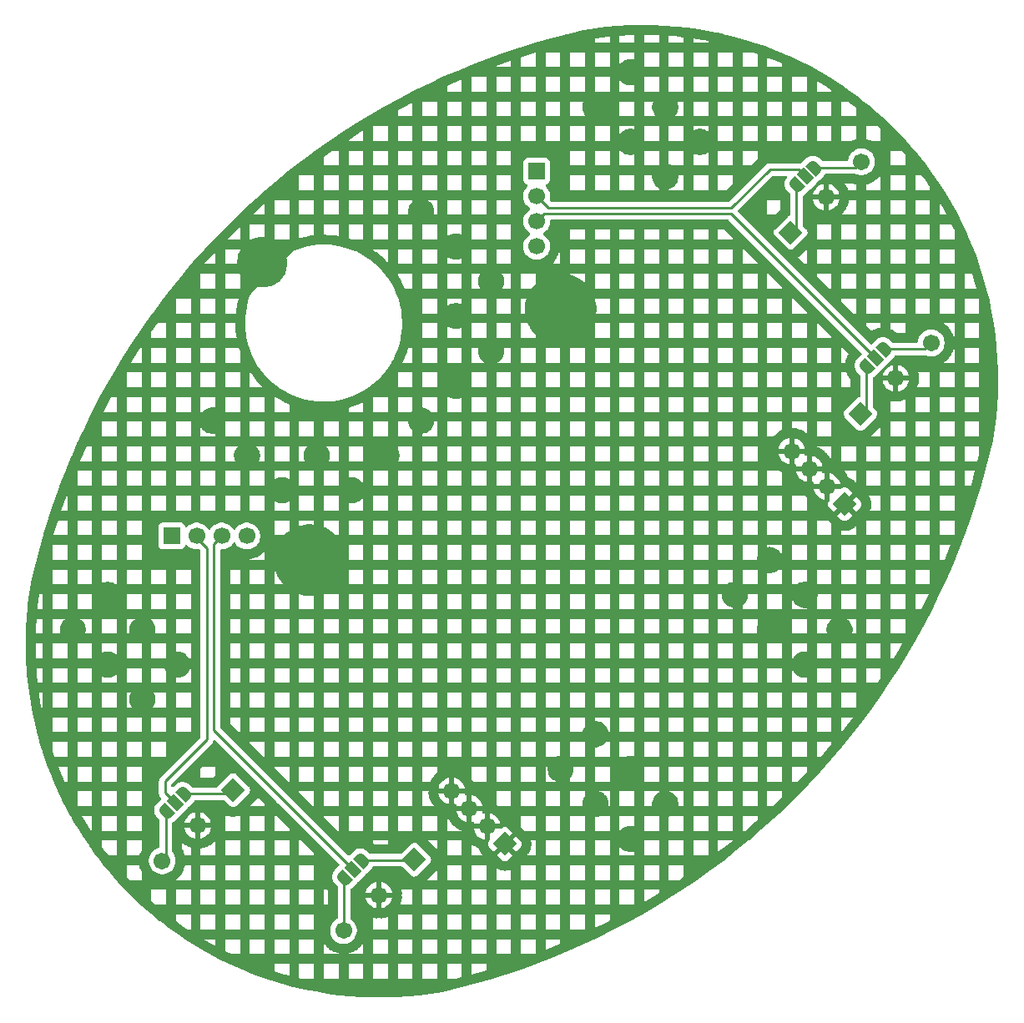
<source format=gbr>
G04 #@! TF.GenerationSoftware,KiCad,Pcbnew,9.0.2*
G04 #@! TF.CreationDate,2025-09-26T14:37:57-04:00*
G04 #@! TF.ProjectId,Trackball,54726163-6b62-4616-9c6c-2e6b69636164,rev?*
G04 #@! TF.SameCoordinates,Original*
G04 #@! TF.FileFunction,Copper,L2,Bot*
G04 #@! TF.FilePolarity,Positive*
%FSLAX46Y46*%
G04 Gerber Fmt 4.6, Leading zero omitted, Abs format (unit mm)*
G04 Created by KiCad (PCBNEW 9.0.2) date 2025-09-26 14:37:57*
%MOMM*%
%LPD*%
G01*
G04 APERTURE LIST*
G04 Aperture macros list*
%AMRotRect*
0 Rectangle, with rotation*
0 The origin of the aperture is its center*
0 $1 length*
0 $2 width*
0 $3 Rotation angle, in degrees counterclockwise*
0 Add horizontal line*
21,1,$1,$2,0,0,$3*%
%AMFreePoly0*
4,1,23,0.550000,-0.750000,0.000000,-0.750000,0.000000,-0.745722,-0.065263,-0.745722,-0.191342,-0.711940,-0.304381,-0.646677,-0.396677,-0.554382,-0.461940,-0.441342,-0.495722,-0.315263,-0.495722,-0.250000,-0.500000,-0.250000,-0.500000,0.250000,-0.495722,0.250000,-0.495722,0.315263,-0.461940,0.441342,-0.396677,0.554382,-0.304381,0.646677,-0.191342,0.711940,-0.065263,0.745722,0.000000,0.745722,
0.000000,0.750000,0.550000,0.750000,0.550000,-0.750000,0.550000,-0.750000,$1*%
%AMFreePoly1*
4,1,23,0.000000,0.745722,0.065263,0.745722,0.191342,0.711940,0.304381,0.646677,0.396677,0.554382,0.461940,0.441342,0.495722,0.315263,0.495722,0.250000,0.500000,0.250000,0.500000,-0.250000,0.495722,-0.250000,0.495722,-0.315263,0.461940,-0.441342,0.396677,-0.554382,0.304381,-0.646677,0.191342,-0.711940,0.065263,-0.745722,0.000000,-0.745722,0.000000,-0.750000,-0.550000,-0.750000,
-0.550000,0.750000,0.000000,0.750000,0.000000,0.745722,0.000000,0.745722,$1*%
G04 Aperture macros list end*
G04 #@! TA.AperFunction,ComponentPad*
%ADD10RotRect,1.701800X1.701800X135.000000*%
G04 #@! TD*
G04 #@! TA.AperFunction,ComponentPad*
%ADD11C,1.701800*%
G04 #@! TD*
G04 #@! TA.AperFunction,ComponentPad*
%ADD12RotRect,1.700000X1.700000X225.000000*%
G04 #@! TD*
G04 #@! TA.AperFunction,ComponentPad*
%ADD13C,1.700000*%
G04 #@! TD*
G04 #@! TA.AperFunction,ComponentPad*
%ADD14R,1.700000X1.700000*%
G04 #@! TD*
G04 #@! TA.AperFunction,ComponentPad*
%ADD15C,7.000000*%
G04 #@! TD*
G04 #@! TA.AperFunction,ComponentPad*
%ADD16RotRect,1.701800X1.701800X315.000000*%
G04 #@! TD*
G04 #@! TA.AperFunction,ComponentPad*
%ADD17C,5.000000*%
G04 #@! TD*
G04 #@! TA.AperFunction,SMDPad,CuDef*
%ADD18FreePoly0,225.000000*%
G04 #@! TD*
G04 #@! TA.AperFunction,SMDPad,CuDef*
%ADD19RotRect,1.000000X1.500000X225.000000*%
G04 #@! TD*
G04 #@! TA.AperFunction,SMDPad,CuDef*
%ADD20FreePoly1,225.000000*%
G04 #@! TD*
G04 #@! TA.AperFunction,SMDPad,CuDef*
%ADD21FreePoly0,45.000000*%
G04 #@! TD*
G04 #@! TA.AperFunction,SMDPad,CuDef*
%ADD22RotRect,1.000000X1.500000X45.000000*%
G04 #@! TD*
G04 #@! TA.AperFunction,SMDPad,CuDef*
%ADD23FreePoly1,45.000000*%
G04 #@! TD*
G04 #@! TA.AperFunction,ViaPad*
%ADD24C,0.800000*%
G04 #@! TD*
G04 #@! TA.AperFunction,Conductor*
%ADD25C,0.250000*%
G04 #@! TD*
G04 APERTURE END LIST*
D10*
X245597999Y-60516649D03*
D11*
X249190101Y-56924547D03*
X252782204Y-53332444D03*
D10*
X252669067Y-78901425D03*
D11*
X256261169Y-75309323D03*
X259853272Y-71717220D03*
D12*
X251079491Y-88082500D03*
D13*
X249283440Y-86286449D03*
X247487389Y-84490398D03*
X245691337Y-82694346D03*
D12*
X216595307Y-122566683D03*
D13*
X214799256Y-120770632D03*
X213003205Y-118974581D03*
X211207153Y-117178529D03*
D14*
X219823957Y-54292623D03*
D13*
X219823957Y-56832623D03*
X219823957Y-59372622D03*
X219823957Y-61912623D03*
D14*
X182798359Y-91318221D03*
D13*
X185338359Y-91318221D03*
X187878358Y-91318221D03*
X190418359Y-91318221D03*
D15*
X222263475Y-68294824D03*
D16*
X189029456Y-117085192D03*
D11*
X185437354Y-120677294D03*
X181845251Y-124269397D03*
D17*
X192070016Y-63557208D03*
D16*
X207414233Y-124156259D03*
D11*
X203822131Y-127748361D03*
X200230028Y-131340464D03*
D15*
X196807631Y-93750668D03*
D18*
X184058496Y-117459958D03*
D19*
X183139257Y-118379197D03*
D20*
X182220018Y-119298436D03*
D21*
X246174291Y-55747214D03*
D22*
X247093530Y-54827975D03*
D23*
X248012769Y-53908736D03*
D18*
X202118003Y-124205757D03*
D19*
X201198764Y-125124996D03*
D20*
X200279525Y-126044235D03*
D21*
X253291321Y-74177952D03*
D22*
X254210560Y-73258713D03*
D23*
X255129799Y-72339474D03*
D24*
X247012213Y-104357270D03*
X176301534Y-97286202D03*
X232870077Y-118499405D03*
X208121340Y-79608532D03*
X211656873Y-61930863D03*
X243476679Y-93750668D03*
X232870077Y-47788727D03*
X211656873Y-76072998D03*
X232870077Y-54859795D03*
X204585806Y-83144066D03*
X236405611Y-51324261D03*
X225799009Y-47788727D03*
X190443670Y-83144066D03*
X229334543Y-114963871D03*
X222263475Y-114963871D03*
X201050272Y-86679600D03*
X179837068Y-100821736D03*
X215192407Y-72537464D03*
X215192407Y-65466397D03*
X229334543Y-51324261D03*
X186908136Y-79608532D03*
X239941145Y-97286202D03*
X225799009Y-111428337D03*
X225799009Y-118499405D03*
X179837068Y-107892804D03*
X208121340Y-58395329D03*
X197514738Y-83144066D03*
X183372602Y-104357270D03*
X229334543Y-44253193D03*
X176301534Y-104357270D03*
X250547746Y-100821736D03*
X211656873Y-69001931D03*
X193979204Y-86679600D03*
X229334543Y-122034939D03*
X247012213Y-97286202D03*
X243476679Y-100821736D03*
X172766000Y-100821736D03*
D25*
X243508498Y-54120868D02*
X246386423Y-54120868D01*
X246386423Y-54120868D02*
X247093530Y-54827975D01*
X221033109Y-58041775D02*
X239587591Y-58041775D01*
X219823957Y-56832623D02*
X221033109Y-58041775D01*
X239587591Y-58041775D02*
X243508498Y-54120868D01*
X220624474Y-58572106D02*
X239523952Y-58572106D01*
X239523952Y-58572106D02*
X254210560Y-73258713D01*
X219823957Y-59372623D02*
X220624474Y-58572106D01*
X186377806Y-92513231D02*
X186377806Y-111958667D01*
X185317146Y-91452571D02*
X186377806Y-92513231D01*
X186377806Y-111958667D02*
X182135165Y-116201308D01*
X182135165Y-116201308D02*
X182135165Y-117375105D01*
X182135165Y-117375105D02*
X183139257Y-118379197D01*
X187084913Y-111011144D02*
X201198764Y-125124996D01*
X187084913Y-92111666D02*
X187084913Y-111011144D01*
X187878359Y-91318221D02*
X187084913Y-92111666D01*
X246174291Y-59940357D02*
X245597999Y-60516649D01*
X246174291Y-55747214D02*
X246174291Y-59940357D01*
X252205912Y-53908736D02*
X252782204Y-53332444D01*
X248012769Y-53908736D02*
X252205912Y-53908736D01*
X253291321Y-74177952D02*
X253291321Y-78279172D01*
X253291321Y-78279172D02*
X252669067Y-78901425D01*
X259231018Y-72339475D02*
X259853272Y-71717221D01*
X255129798Y-72339475D02*
X259231018Y-72339475D01*
X182220018Y-119298436D02*
X182220018Y-123894630D01*
X182220018Y-123894630D02*
X181845252Y-124269397D01*
X188654690Y-117459958D02*
X189029456Y-117085192D01*
X184058496Y-117459958D02*
X188654690Y-117459958D01*
X207364735Y-124205757D02*
X207414233Y-124156259D01*
X202118003Y-124205757D02*
X207364735Y-124205757D01*
X200279525Y-126044235D02*
X200279525Y-131290967D01*
X200279525Y-131290967D02*
X200230028Y-131340464D01*
G04 #@! TA.AperFunction,Conductor*
G36*
X231631690Y-39477326D02*
G01*
X231635838Y-39477428D01*
X232818048Y-39526155D01*
X232822130Y-39526390D01*
X234002130Y-39614188D01*
X234006234Y-39614561D01*
X235154267Y-39738273D01*
X235182636Y-39741330D01*
X235186769Y-39741844D01*
X236358372Y-39907451D01*
X236362395Y-39908088D01*
X237527884Y-40112350D01*
X237531898Y-40113122D01*
X238689997Y-40355815D01*
X238693992Y-40356721D01*
X239517224Y-40557873D01*
X239843411Y-40637575D01*
X239847442Y-40638631D01*
X240986914Y-40957333D01*
X240990891Y-40958517D01*
X242119185Y-41314723D01*
X242123121Y-41316037D01*
X243239042Y-41709369D01*
X243242921Y-41710809D01*
X243343022Y-41749859D01*
X244345229Y-42140830D01*
X244349040Y-42142389D01*
X245436610Y-42608666D01*
X245440308Y-42610326D01*
X246511777Y-43112273D01*
X246515521Y-43114103D01*
X247569778Y-43651195D01*
X247573460Y-43653148D01*
X248609369Y-44224805D01*
X248612977Y-44226874D01*
X249629473Y-44832511D01*
X249632975Y-44834677D01*
X250628855Y-45473577D01*
X250632321Y-45475882D01*
X250782207Y-45579193D01*
X251606539Y-46147375D01*
X251609930Y-46149797D01*
X252561354Y-46853099D01*
X252564664Y-46855631D01*
X253024567Y-47219718D01*
X253487932Y-47586546D01*
X253492345Y-47590039D01*
X253495569Y-47592679D01*
X254398447Y-48357358D01*
X254401582Y-48360104D01*
X255278701Y-49154241D01*
X255281717Y-49157064D01*
X255863293Y-49719718D01*
X256132072Y-49979752D01*
X256135012Y-49982691D01*
X256241096Y-50092344D01*
X256957721Y-50833078D01*
X256960569Y-50836121D01*
X257754690Y-51713231D01*
X257757435Y-51716366D01*
X258522091Y-52619229D01*
X258524728Y-52622449D01*
X259243454Y-53530331D01*
X259259149Y-53550156D01*
X259261675Y-53553458D01*
X259266118Y-53559469D01*
X259965002Y-54504929D01*
X259967423Y-54508321D01*
X260638884Y-55482504D01*
X260641192Y-55485974D01*
X261280073Y-56481837D01*
X261282265Y-56485381D01*
X261887865Y-57501830D01*
X261889939Y-57505445D01*
X262461603Y-58541381D01*
X262463556Y-58545062D01*
X263000653Y-59599346D01*
X263002471Y-59603065D01*
X263504399Y-60674511D01*
X263506104Y-60678313D01*
X263972333Y-61765789D01*
X263973911Y-61769646D01*
X264403910Y-62871916D01*
X264405360Y-62875823D01*
X264798668Y-63991697D01*
X264799989Y-63995650D01*
X265156200Y-65123985D01*
X265157388Y-65127979D01*
X265476073Y-66267416D01*
X265477129Y-66271447D01*
X265757965Y-67420826D01*
X265758887Y-67424890D01*
X266001555Y-68582901D01*
X266002343Y-68586994D01*
X266206592Y-69752450D01*
X266207243Y-69756566D01*
X266372831Y-70928092D01*
X266373346Y-70932227D01*
X266500104Y-72108607D01*
X266500482Y-72112757D01*
X266588269Y-73292695D01*
X266588509Y-73296856D01*
X266637225Y-74479018D01*
X266637328Y-74483184D01*
X266646925Y-75666337D01*
X266646890Y-75670504D01*
X266617354Y-76853328D01*
X266617181Y-76857492D01*
X266548546Y-78038696D01*
X266548235Y-78042852D01*
X266440578Y-79221094D01*
X266440131Y-79225237D01*
X266293560Y-80399347D01*
X266292975Y-80403473D01*
X266107522Y-81572944D01*
X266107181Y-81574983D01*
X266103404Y-81596505D01*
X266102393Y-81618803D01*
X265731100Y-83197513D01*
X265730418Y-83200275D01*
X265312347Y-84813488D01*
X265311602Y-84816235D01*
X264857205Y-86419585D01*
X264856398Y-86422314D01*
X264365916Y-88014966D01*
X264365048Y-88017676D01*
X263838704Y-89598896D01*
X263837774Y-89601586D01*
X263275886Y-91170425D01*
X263274897Y-91173093D01*
X262677685Y-92728935D01*
X262676635Y-92731580D01*
X262044463Y-94273475D01*
X262043354Y-94276096D01*
X261376491Y-95803389D01*
X261375322Y-95805984D01*
X260674178Y-97317734D01*
X260672952Y-97320302D01*
X259937820Y-98815884D01*
X259936536Y-98818424D01*
X259167813Y-100297023D01*
X259166472Y-100299533D01*
X258364543Y-101760412D01*
X258363145Y-101762891D01*
X257528443Y-103205258D01*
X257526990Y-103207704D01*
X256659938Y-104630832D01*
X256658430Y-104633246D01*
X255759441Y-106036454D01*
X255757879Y-106038833D01*
X254827402Y-107421424D01*
X254825786Y-107423767D01*
X253864377Y-108784909D01*
X253862710Y-108787214D01*
X252870796Y-110126309D01*
X252869076Y-110128577D01*
X251847120Y-111444999D01*
X251845349Y-111447227D01*
X250793968Y-112740174D01*
X250792148Y-112742361D01*
X249711836Y-114011234D01*
X249709967Y-114013380D01*
X248601257Y-115257548D01*
X248599340Y-115259651D01*
X247462837Y-116478439D01*
X247460873Y-116480499D01*
X246297070Y-117673374D01*
X246295059Y-117675388D01*
X245104703Y-118841586D01*
X245102648Y-118843555D01*
X243886186Y-119982639D01*
X243884087Y-119984560D01*
X242642256Y-121095840D01*
X242640114Y-121097714D01*
X241373476Y-122180686D01*
X241371292Y-122182511D01*
X240080533Y-123236588D01*
X240078309Y-123238363D01*
X238764049Y-124263041D01*
X238761785Y-124264765D01*
X237424759Y-125259468D01*
X237422457Y-125261141D01*
X236063250Y-126225435D01*
X236060910Y-126227055D01*
X234680335Y-127160364D01*
X234677960Y-127161931D01*
X233276626Y-128063843D01*
X233274216Y-128065356D01*
X231852859Y-128935397D01*
X231850415Y-128936855D01*
X230409811Y-129774550D01*
X230407335Y-129775953D01*
X228948147Y-130580917D01*
X228945639Y-130582264D01*
X227468647Y-131354066D01*
X227466111Y-131355355D01*
X225972065Y-132093603D01*
X225969499Y-132094835D01*
X224459158Y-132799154D01*
X224456566Y-132800327D01*
X222930723Y-133470348D01*
X222928104Y-133471463D01*
X221387493Y-134106863D01*
X221384850Y-134107918D01*
X219830334Y-134708341D01*
X219827668Y-134709337D01*
X218259886Y-135274536D01*
X218257198Y-135275470D01*
X216677158Y-135805083D01*
X216674450Y-135805957D01*
X215082824Y-136299758D01*
X215080097Y-136300571D01*
X213477685Y-136758312D01*
X213474939Y-136759063D01*
X211862602Y-137180496D01*
X211859841Y-137181184D01*
X210242069Y-137565224D01*
X210233264Y-137566985D01*
X209085146Y-137754380D01*
X209081082Y-137754976D01*
X207924578Y-137905220D01*
X207920496Y-137905683D01*
X206759696Y-138018150D01*
X206755601Y-138018479D01*
X205591794Y-138093045D01*
X205587691Y-138093241D01*
X204422046Y-138129831D01*
X204417939Y-138129893D01*
X203251722Y-138128467D01*
X203247615Y-138128395D01*
X202082064Y-138088956D01*
X202077961Y-138088750D01*
X200914334Y-138011339D01*
X200910241Y-138011000D01*
X199749723Y-137895696D01*
X199745642Y-137895223D01*
X198589538Y-137742156D01*
X198585475Y-137741551D01*
X197434927Y-137550873D01*
X197430886Y-137550135D01*
X196287203Y-137322061D01*
X196283188Y-137321192D01*
X195147543Y-137055957D01*
X195143559Y-137054958D01*
X194017143Y-136752841D01*
X194013193Y-136751712D01*
X192897232Y-136413039D01*
X192893322Y-136411782D01*
X192176096Y-136168317D01*
X195735070Y-136168317D01*
X195963712Y-136221718D01*
X197237070Y-136221718D01*
X198235070Y-136221718D01*
X199737070Y-136221718D01*
X200735070Y-136221718D01*
X202237070Y-136221718D01*
X203235070Y-136221718D01*
X204737070Y-136221718D01*
X205735070Y-136221718D01*
X207237070Y-136221718D01*
X208235070Y-136221718D01*
X209737070Y-136221718D01*
X210735070Y-136221718D01*
X211580681Y-136221718D01*
X211619736Y-136212446D01*
X212237070Y-136051087D01*
X212237070Y-135789695D01*
X213235070Y-135789695D01*
X214737070Y-135360637D01*
X214737070Y-134719718D01*
X213235070Y-134719718D01*
X213235070Y-135789695D01*
X212237070Y-135789695D01*
X212237070Y-134719718D01*
X210735070Y-134719718D01*
X210735070Y-136221718D01*
X209737070Y-136221718D01*
X209737070Y-134719718D01*
X208235070Y-134719718D01*
X208235070Y-136221718D01*
X207237070Y-136221718D01*
X207237070Y-134719718D01*
X205735070Y-134719718D01*
X205735070Y-136221718D01*
X204737070Y-136221718D01*
X204737070Y-134719718D01*
X203235070Y-134719718D01*
X203235070Y-136221718D01*
X202237070Y-136221718D01*
X202237070Y-134719718D01*
X200735070Y-134719718D01*
X200735070Y-136221718D01*
X199737070Y-136221718D01*
X199737070Y-134719718D01*
X198235070Y-134719718D01*
X198235070Y-136221718D01*
X197237070Y-136221718D01*
X197237070Y-134719718D01*
X195735070Y-134719718D01*
X195735070Y-136168317D01*
X192176096Y-136168317D01*
X191789030Y-136036926D01*
X191785162Y-136035543D01*
X190693629Y-135624871D01*
X190689808Y-135623362D01*
X190325631Y-135472619D01*
X193235070Y-135472619D01*
X194289392Y-135792586D01*
X194737070Y-135912657D01*
X194737070Y-134719718D01*
X193235070Y-134719718D01*
X193235070Y-135472619D01*
X190325631Y-135472619D01*
X189612242Y-135177328D01*
X189608473Y-135175695D01*
X188578193Y-134709337D01*
X188546027Y-134694777D01*
X188542322Y-134693026D01*
X187496130Y-134177737D01*
X187492475Y-134175862D01*
X187364205Y-134107401D01*
X187207737Y-134023890D01*
X186463635Y-133626742D01*
X186460043Y-133624749D01*
X186120776Y-133429205D01*
X188235070Y-133429205D01*
X188828957Y-133721718D01*
X189737070Y-133721718D01*
X190735070Y-133721718D01*
X192237070Y-133721718D01*
X193235070Y-133721718D01*
X194737070Y-133721718D01*
X195735070Y-133721718D01*
X197237070Y-133721718D01*
X198235070Y-133721718D01*
X199737070Y-133721718D01*
X199737070Y-133649173D01*
X199736233Y-133649041D01*
X199731360Y-133648171D01*
X199724986Y-133646903D01*
X200735070Y-133646903D01*
X200735070Y-133721718D01*
X202237070Y-133721718D01*
X203235070Y-133721718D01*
X204737070Y-133721718D01*
X205735070Y-133721718D01*
X207237070Y-133721718D01*
X208235070Y-133721718D01*
X209737070Y-133721718D01*
X210735070Y-133721718D01*
X212237070Y-133721718D01*
X213235070Y-133721718D01*
X214737070Y-133721718D01*
X215735070Y-133721718D01*
X217237070Y-133721718D01*
X218235070Y-133721718D01*
X219614840Y-133721718D01*
X219737070Y-133674507D01*
X219737070Y-133289035D01*
X220735070Y-133289035D01*
X221016072Y-133180500D01*
X222237070Y-132676918D01*
X222237070Y-132219718D01*
X220735070Y-132219718D01*
X220735070Y-133289035D01*
X219737070Y-133289035D01*
X219737070Y-132219718D01*
X218235070Y-132219718D01*
X218235070Y-133721718D01*
X217237070Y-133721718D01*
X217237070Y-132219718D01*
X215735070Y-132219718D01*
X215735070Y-133721718D01*
X214737070Y-133721718D01*
X214737070Y-132219718D01*
X213235070Y-132219718D01*
X213235070Y-133721718D01*
X212237070Y-133721718D01*
X212237070Y-132219718D01*
X210735070Y-132219718D01*
X210735070Y-133721718D01*
X209737070Y-133721718D01*
X209737070Y-132219718D01*
X208235070Y-132219718D01*
X208235070Y-133721718D01*
X207237070Y-133721718D01*
X207237070Y-132219718D01*
X205735070Y-132219718D01*
X205735070Y-133721718D01*
X204737070Y-133721718D01*
X204737070Y-132219718D01*
X203235070Y-132219718D01*
X203235070Y-133721718D01*
X202237070Y-133721718D01*
X202237070Y-132585097D01*
X202233394Y-132591097D01*
X202230727Y-132595264D01*
X202214445Y-132619633D01*
X202211614Y-132623695D01*
X202062802Y-132828517D01*
X202059815Y-132832463D01*
X202041683Y-132855463D01*
X202038547Y-132859284D01*
X202013089Y-132889093D01*
X202009802Y-132892792D01*
X201989907Y-132914315D01*
X201986476Y-132917883D01*
X201807447Y-133096912D01*
X201803879Y-133100343D01*
X201782356Y-133120238D01*
X201778657Y-133123525D01*
X201748848Y-133148983D01*
X201745027Y-133152119D01*
X201722027Y-133170251D01*
X201718081Y-133173238D01*
X201513259Y-133322050D01*
X201509197Y-133324881D01*
X201484828Y-133341163D01*
X201480661Y-133343830D01*
X201447237Y-133364311D01*
X201442971Y-133366812D01*
X201417415Y-133381124D01*
X201413052Y-133383456D01*
X201187472Y-133498394D01*
X201183021Y-133500553D01*
X201156406Y-133512823D01*
X201151869Y-133514807D01*
X201115653Y-133529807D01*
X201111049Y-133531609D01*
X201083569Y-133541747D01*
X201078894Y-133543368D01*
X200838106Y-133621605D01*
X200833371Y-133623041D01*
X200805154Y-133630999D01*
X200800359Y-133632250D01*
X200762240Y-133641399D01*
X200757416Y-133642458D01*
X200735070Y-133646903D01*
X199724986Y-133646903D01*
X199702640Y-133642458D01*
X199697816Y-133641399D01*
X199659697Y-133632250D01*
X199654902Y-133630999D01*
X199626685Y-133623041D01*
X199621950Y-133621605D01*
X199381162Y-133543368D01*
X199376487Y-133541747D01*
X199349007Y-133531609D01*
X199344403Y-133529807D01*
X199308187Y-133514807D01*
X199303650Y-133512823D01*
X199277035Y-133500553D01*
X199272584Y-133498394D01*
X199047004Y-133383456D01*
X199042641Y-133381124D01*
X199017085Y-133366812D01*
X199012819Y-133364311D01*
X198979395Y-133343830D01*
X198975228Y-133341163D01*
X198950859Y-133324881D01*
X198946797Y-133322050D01*
X198741975Y-133173238D01*
X198738029Y-133170251D01*
X198715029Y-133152119D01*
X198711208Y-133148983D01*
X198681399Y-133123525D01*
X198677700Y-133120238D01*
X198656177Y-133100343D01*
X198652609Y-133096912D01*
X198473580Y-132917883D01*
X198470149Y-132914315D01*
X198450254Y-132892792D01*
X198446967Y-132889093D01*
X198421509Y-132859284D01*
X198418373Y-132855463D01*
X198400241Y-132832463D01*
X198397254Y-132828517D01*
X198248442Y-132623695D01*
X198245611Y-132619633D01*
X198235070Y-132603856D01*
X198235070Y-133721718D01*
X197237070Y-133721718D01*
X197237070Y-132219718D01*
X195735070Y-132219718D01*
X195735070Y-133721718D01*
X194737070Y-133721718D01*
X194737070Y-132219718D01*
X193235070Y-132219718D01*
X193235070Y-133721718D01*
X192237070Y-133721718D01*
X192237070Y-132219718D01*
X190735070Y-132219718D01*
X190735070Y-133721718D01*
X189737070Y-133721718D01*
X189737070Y-132219718D01*
X188235070Y-132219718D01*
X188235070Y-133429205D01*
X186120776Y-133429205D01*
X185449643Y-133042382D01*
X185446118Y-133040273D01*
X184455251Y-132425288D01*
X184451797Y-132423066D01*
X184146821Y-132219718D01*
X186020868Y-132219718D01*
X186946071Y-132752979D01*
X187237070Y-132908293D01*
X187237070Y-132219718D01*
X186020868Y-132219718D01*
X184146821Y-132219718D01*
X183481463Y-131776080D01*
X183478083Y-131773745D01*
X182705937Y-131221718D01*
X182529400Y-131095507D01*
X182526127Y-131093086D01*
X181856963Y-130580917D01*
X181600023Y-130384258D01*
X181596802Y-130381709D01*
X181586396Y-130373192D01*
X183235070Y-130373192D01*
X184046915Y-130953601D01*
X184449030Y-131221718D01*
X184737070Y-131221718D01*
X185735070Y-131221718D01*
X187237070Y-131221718D01*
X188235070Y-131221718D01*
X189737070Y-131221718D01*
X190735070Y-131221718D01*
X192237070Y-131221718D01*
X193235070Y-131221718D01*
X194737070Y-131221718D01*
X195735070Y-131221718D01*
X197237070Y-131221718D01*
X197237070Y-129719718D01*
X195735070Y-129719718D01*
X195735070Y-131221718D01*
X194737070Y-131221718D01*
X194737070Y-129719718D01*
X193235070Y-129719718D01*
X193235070Y-131221718D01*
X192237070Y-131221718D01*
X192237070Y-129719718D01*
X190735070Y-129719718D01*
X190735070Y-131221718D01*
X189737070Y-131221718D01*
X189737070Y-129719718D01*
X188235070Y-129719718D01*
X188235070Y-131221718D01*
X187237070Y-131221718D01*
X187237070Y-129719718D01*
X185735070Y-129719718D01*
X185735070Y-131221718D01*
X184737070Y-131221718D01*
X184737070Y-129719718D01*
X183235070Y-129719718D01*
X183235070Y-130373192D01*
X181586396Y-130373192D01*
X180694302Y-129643075D01*
X180691166Y-129640421D01*
X179813218Y-128872755D01*
X179810171Y-128870002D01*
X179256522Y-128353102D01*
X180735070Y-128353102D01*
X181156640Y-128721718D01*
X182237070Y-128721718D01*
X183235070Y-128721718D01*
X184737070Y-128721718D01*
X185735070Y-128721718D01*
X187237070Y-128721718D01*
X188235070Y-128721718D01*
X189737070Y-128721718D01*
X190735070Y-128721718D01*
X192237070Y-128721718D01*
X193235070Y-128721718D01*
X194737070Y-128721718D01*
X195735070Y-128721718D01*
X197237070Y-128721718D01*
X198235070Y-128721718D01*
X198648025Y-128721718D01*
X198648025Y-127257425D01*
X198622299Y-127231700D01*
X198619427Y-127228732D01*
X198610985Y-127219718D01*
X198235070Y-127219718D01*
X198235070Y-128721718D01*
X197237070Y-128721718D01*
X197237070Y-127219718D01*
X195735070Y-127219718D01*
X195735070Y-128721718D01*
X194737070Y-128721718D01*
X194737070Y-127219718D01*
X193235070Y-127219718D01*
X193235070Y-128721718D01*
X192237070Y-128721718D01*
X192237070Y-127219718D01*
X190735070Y-127219718D01*
X190735070Y-128721718D01*
X189737070Y-128721718D01*
X189737070Y-127219718D01*
X188235070Y-127219718D01*
X188235070Y-128721718D01*
X187237070Y-128721718D01*
X187237070Y-127219718D01*
X185735070Y-127219718D01*
X185735070Y-128721718D01*
X184737070Y-128721718D01*
X184737070Y-127219718D01*
X183235070Y-127219718D01*
X183235070Y-128721718D01*
X182237070Y-128721718D01*
X182237070Y-127219718D01*
X180735070Y-127219718D01*
X180735070Y-128353102D01*
X179256522Y-128353102D01*
X178957746Y-128074158D01*
X178954789Y-128071306D01*
X178128732Y-127248071D01*
X178125870Y-127245124D01*
X177327100Y-126395413D01*
X177324336Y-126392375D01*
X176894527Y-125904201D01*
X178235070Y-125904201D01*
X178533550Y-126221718D01*
X179737070Y-126221718D01*
X179737070Y-126173542D01*
X183235070Y-126173542D01*
X183235070Y-126221718D01*
X184737070Y-126221718D01*
X185735070Y-126221718D01*
X187237070Y-126221718D01*
X188235070Y-126221718D01*
X189737070Y-126221718D01*
X190735070Y-126221718D01*
X192237070Y-126221718D01*
X193235070Y-126221718D01*
X194737070Y-126221718D01*
X195735070Y-126221718D01*
X197237070Y-126221718D01*
X197237070Y-124719718D01*
X195735070Y-124719718D01*
X195735070Y-126221718D01*
X194737070Y-126221718D01*
X194737070Y-124719718D01*
X193235070Y-124719718D01*
X193235070Y-126221718D01*
X192237070Y-126221718D01*
X192237070Y-124719718D01*
X190735070Y-124719718D01*
X190735070Y-126221718D01*
X189737070Y-126221718D01*
X189737070Y-124719718D01*
X188235070Y-124719718D01*
X188235070Y-126221718D01*
X187237070Y-126221718D01*
X187237070Y-124719718D01*
X185735070Y-124719718D01*
X185735070Y-126221718D01*
X184737070Y-126221718D01*
X184737070Y-124719718D01*
X184160714Y-124719718D01*
X184153828Y-124763193D01*
X184152958Y-124768065D01*
X184147245Y-124796785D01*
X184146186Y-124801609D01*
X184137037Y-124839728D01*
X184135786Y-124844523D01*
X184127828Y-124872740D01*
X184126392Y-124877475D01*
X184048155Y-125118263D01*
X184046534Y-125122938D01*
X184036396Y-125150418D01*
X184034594Y-125155022D01*
X184019594Y-125191238D01*
X184017610Y-125195775D01*
X184005340Y-125222390D01*
X184003181Y-125226841D01*
X183888243Y-125452421D01*
X183885911Y-125456784D01*
X183871599Y-125482340D01*
X183869098Y-125486606D01*
X183848617Y-125520030D01*
X183845950Y-125524197D01*
X183829668Y-125548566D01*
X183826837Y-125552628D01*
X183678025Y-125757450D01*
X183675038Y-125761396D01*
X183656906Y-125784396D01*
X183653770Y-125788217D01*
X183628312Y-125818026D01*
X183625025Y-125821725D01*
X183605130Y-125843248D01*
X183601699Y-125846816D01*
X183422670Y-126025845D01*
X183419102Y-126029276D01*
X183397579Y-126049171D01*
X183393880Y-126052458D01*
X183364071Y-126077916D01*
X183360250Y-126081052D01*
X183337250Y-126099184D01*
X183333304Y-126102171D01*
X183235070Y-126173542D01*
X179737070Y-126173542D01*
X179737070Y-125324479D01*
X179687321Y-125226841D01*
X179685162Y-125222390D01*
X179672892Y-125195775D01*
X179670908Y-125191238D01*
X179655908Y-125155022D01*
X179654106Y-125150418D01*
X179643968Y-125122938D01*
X179642347Y-125118263D01*
X179564110Y-124877475D01*
X179562674Y-124872740D01*
X179554716Y-124844523D01*
X179553465Y-124839728D01*
X179544316Y-124801609D01*
X179543257Y-124796785D01*
X179537544Y-124768065D01*
X179536674Y-124763193D01*
X179529788Y-124719718D01*
X178235070Y-124719718D01*
X178235070Y-125904201D01*
X176894527Y-125904201D01*
X176553669Y-125517056D01*
X176551037Y-125513966D01*
X175959963Y-124796785D01*
X175809319Y-124614000D01*
X175806758Y-124610788D01*
X175461137Y-124162412D01*
X180485851Y-124162412D01*
X180485851Y-124376381D01*
X180519323Y-124587726D01*
X180540446Y-124652735D01*
X180585445Y-124791226D01*
X180682587Y-124981878D01*
X180808358Y-125154987D01*
X180808360Y-125154989D01*
X180808362Y-125154992D01*
X180959655Y-125306285D01*
X180959658Y-125306287D01*
X180959661Y-125306290D01*
X181132770Y-125432061D01*
X181323422Y-125529203D01*
X181526924Y-125595325D01*
X181738264Y-125628797D01*
X181738266Y-125628797D01*
X181952236Y-125628797D01*
X181952238Y-125628797D01*
X182163578Y-125595325D01*
X182367080Y-125529203D01*
X182557732Y-125432061D01*
X182730841Y-125306290D01*
X182882144Y-125154987D01*
X183007915Y-124981878D01*
X183105057Y-124791226D01*
X183171179Y-124587724D01*
X183204651Y-124376384D01*
X183204651Y-124162410D01*
X183171179Y-123951070D01*
X183105057Y-123747568D01*
X183007915Y-123556916D01*
X182882144Y-123383807D01*
X182882143Y-123383806D01*
X182879234Y-123379802D01*
X182880631Y-123378786D01*
X182854672Y-123320823D01*
X182853518Y-123303806D01*
X182853518Y-123023498D01*
X183851518Y-123023498D01*
X183869098Y-123052188D01*
X183871599Y-123056454D01*
X183885911Y-123082010D01*
X183888243Y-123086373D01*
X184003181Y-123311953D01*
X184005340Y-123316404D01*
X184017610Y-123343019D01*
X184019594Y-123347556D01*
X184034594Y-123383772D01*
X184036396Y-123388376D01*
X184046534Y-123415856D01*
X184048155Y-123420531D01*
X184126392Y-123661319D01*
X184127828Y-123666054D01*
X184135786Y-123694271D01*
X184137037Y-123699066D01*
X184142474Y-123721718D01*
X184737070Y-123721718D01*
X184737070Y-123016416D01*
X185735070Y-123016416D01*
X185735070Y-123721718D01*
X187237070Y-123721718D01*
X188235070Y-123721718D01*
X189737070Y-123721718D01*
X190735070Y-123721718D01*
X192237070Y-123721718D01*
X193235070Y-123721718D01*
X194737070Y-123721718D01*
X195735070Y-123721718D01*
X197237070Y-123721718D01*
X197237070Y-123470589D01*
X195986198Y-122219718D01*
X195735070Y-122219718D01*
X195735070Y-123721718D01*
X194737070Y-123721718D01*
X194737070Y-122219718D01*
X193235070Y-122219718D01*
X193235070Y-123721718D01*
X192237070Y-123721718D01*
X192237070Y-122219718D01*
X190735070Y-122219718D01*
X190735070Y-123721718D01*
X189737070Y-123721718D01*
X189737070Y-122219718D01*
X188235070Y-122219718D01*
X188235070Y-123721718D01*
X187237070Y-123721718D01*
X187237070Y-122219718D01*
X187225055Y-122219718D01*
X187220032Y-122225599D01*
X187216746Y-122229296D01*
X187196851Y-122250819D01*
X187193420Y-122254387D01*
X187014447Y-122433360D01*
X187010879Y-122436791D01*
X186989356Y-122456686D01*
X186985659Y-122459972D01*
X186955851Y-122485430D01*
X186952025Y-122488569D01*
X186929025Y-122506700D01*
X186925082Y-122509685D01*
X186720324Y-122658451D01*
X186716265Y-122661280D01*
X186691896Y-122677563D01*
X186687724Y-122680233D01*
X186654299Y-122700714D01*
X186650033Y-122703215D01*
X186624476Y-122717527D01*
X186620115Y-122719858D01*
X186394606Y-122834761D01*
X186390152Y-122836921D01*
X186363537Y-122849190D01*
X186359005Y-122851172D01*
X186322788Y-122866173D01*
X186318181Y-122867976D01*
X186290700Y-122878114D01*
X186286026Y-122879735D01*
X186045330Y-122957941D01*
X186040601Y-122959376D01*
X186012421Y-122967325D01*
X186007635Y-122968574D01*
X185969515Y-122977728D01*
X185964676Y-122978790D01*
X185935915Y-122984511D01*
X185931041Y-122985381D01*
X185735070Y-123016416D01*
X184737070Y-123016416D01*
X184737070Y-122927948D01*
X184588682Y-122879735D01*
X184584008Y-122878114D01*
X184556527Y-122867976D01*
X184551920Y-122866173D01*
X184515703Y-122851172D01*
X184511171Y-122849190D01*
X184484556Y-122836921D01*
X184480102Y-122834761D01*
X184254593Y-122719858D01*
X184250232Y-122717527D01*
X184224675Y-122703215D01*
X184220409Y-122700714D01*
X184186984Y-122680233D01*
X184182812Y-122677563D01*
X184158443Y-122661280D01*
X184154384Y-122658451D01*
X183949626Y-122509685D01*
X183945683Y-122506700D01*
X183922683Y-122488569D01*
X183918857Y-122485430D01*
X183889049Y-122459972D01*
X183885352Y-122456686D01*
X183863829Y-122436791D01*
X183860261Y-122433360D01*
X183851518Y-122424617D01*
X183851518Y-123023498D01*
X182853518Y-123023498D01*
X182853518Y-120454557D01*
X182862698Y-120423293D01*
X184101745Y-120423293D01*
X184894760Y-120423293D01*
X184881131Y-120446899D01*
X184840454Y-120598711D01*
X184840454Y-120755877D01*
X184881131Y-120907689D01*
X184894760Y-120931294D01*
X184101745Y-120931294D01*
X184111916Y-120995510D01*
X184178010Y-121198926D01*
X184178013Y-121198932D01*
X184275120Y-121389516D01*
X184400844Y-121562560D01*
X184552087Y-121713803D01*
X184725131Y-121839527D01*
X184915715Y-121936634D01*
X184915721Y-121936637D01*
X185119146Y-122002733D01*
X185183353Y-122012902D01*
X185183353Y-121219887D01*
X185206959Y-121233517D01*
X185358771Y-121274194D01*
X185515937Y-121274194D01*
X185667749Y-121233517D01*
X185691354Y-121219888D01*
X185691354Y-122012901D01*
X185755561Y-122002733D01*
X185958986Y-121936637D01*
X185958992Y-121936634D01*
X186149576Y-121839527D01*
X186322620Y-121713803D01*
X186473863Y-121562560D01*
X186599587Y-121389516D01*
X186685084Y-121221718D01*
X188235070Y-121221718D01*
X189737070Y-121221718D01*
X190735070Y-121221718D01*
X192237070Y-121221718D01*
X193235070Y-121221718D01*
X194737070Y-121221718D01*
X194737070Y-120970589D01*
X193486199Y-119719718D01*
X193235070Y-119719718D01*
X193235070Y-121221718D01*
X192237070Y-121221718D01*
X192237070Y-119719718D01*
X190735070Y-119719718D01*
X190735070Y-121221718D01*
X189737070Y-121221718D01*
X189737070Y-119719718D01*
X189515359Y-119719718D01*
X189498103Y-119726154D01*
X189489571Y-119728994D01*
X189421148Y-119749085D01*
X189412431Y-119751310D01*
X189360360Y-119762637D01*
X189351510Y-119764234D01*
X189136192Y-119795192D01*
X189127248Y-119796153D01*
X189074098Y-119799954D01*
X189065110Y-119800275D01*
X188993802Y-119800275D01*
X188984814Y-119799954D01*
X188931664Y-119796153D01*
X188922720Y-119795192D01*
X188707402Y-119764234D01*
X188698552Y-119762637D01*
X188646481Y-119751310D01*
X188637764Y-119749085D01*
X188569341Y-119728994D01*
X188560809Y-119726154D01*
X188543553Y-119719718D01*
X188235070Y-119719718D01*
X188235070Y-121221718D01*
X186685084Y-121221718D01*
X186696694Y-121198932D01*
X186696697Y-121198926D01*
X186762793Y-120995501D01*
X186772962Y-120931294D01*
X185979948Y-120931294D01*
X185993577Y-120907689D01*
X186034254Y-120755877D01*
X186034254Y-120598711D01*
X185993577Y-120446899D01*
X185979948Y-120423293D01*
X186772962Y-120423293D01*
X186762793Y-120359086D01*
X186696697Y-120155661D01*
X186696694Y-120155655D01*
X186599587Y-119965071D01*
X186473863Y-119792027D01*
X186322620Y-119640784D01*
X186149576Y-119515060D01*
X185958992Y-119417953D01*
X185958986Y-119417950D01*
X185755570Y-119351856D01*
X185691354Y-119341685D01*
X185691354Y-120134699D01*
X185667749Y-120121071D01*
X185515937Y-120080394D01*
X185358771Y-120080394D01*
X185206959Y-120121071D01*
X185183353Y-120134700D01*
X185183353Y-119341685D01*
X185119138Y-119351856D01*
X184915721Y-119417950D01*
X184915715Y-119417953D01*
X184725131Y-119515060D01*
X184552087Y-119640784D01*
X184400844Y-119792027D01*
X184275120Y-119965071D01*
X184178013Y-120155655D01*
X184178010Y-120155661D01*
X184111916Y-120359078D01*
X184101745Y-120423293D01*
X182862698Y-120423293D01*
X182873520Y-120386436D01*
X182916519Y-120345437D01*
X182960550Y-120320017D01*
X183066901Y-120238411D01*
X183502356Y-119802956D01*
X183550335Y-119747586D01*
X183555350Y-119738400D01*
X183589450Y-119702450D01*
X183587639Y-119700203D01*
X183593775Y-119695257D01*
X183593777Y-119695257D01*
X183641205Y-119657037D01*
X184417097Y-118881145D01*
X184447389Y-118843555D01*
X184460264Y-118827579D01*
X184460689Y-118827922D01*
X184486854Y-118799309D01*
X184563016Y-118742296D01*
X184998471Y-118306841D01*
X185080077Y-118200490D01*
X185092214Y-118179468D01*
X185105499Y-118156458D01*
X185156881Y-118107465D01*
X185214618Y-118093458D01*
X188063050Y-118093458D01*
X188131171Y-118113460D01*
X188152145Y-118130363D01*
X188704284Y-118682502D01*
X188751713Y-118720723D01*
X188884722Y-118781466D01*
X189029456Y-118802275D01*
X189174190Y-118781466D01*
X189307199Y-118720723D01*
X189316232Y-118713444D01*
X190735070Y-118713444D01*
X190735070Y-118721718D01*
X192237070Y-118721718D01*
X192237070Y-118470589D01*
X191563770Y-117797289D01*
X191559841Y-117805895D01*
X191556349Y-117812948D01*
X191534371Y-117854066D01*
X191530445Y-117860889D01*
X191497658Y-117913965D01*
X191493316Y-117920526D01*
X191466388Y-117958581D01*
X191461643Y-117964862D01*
X191395456Y-118046995D01*
X191393297Y-118049601D01*
X191380329Y-118064837D01*
X191378111Y-118067374D01*
X191360252Y-118087254D01*
X191357965Y-118089732D01*
X191344245Y-118104206D01*
X191341895Y-118106619D01*
X190735070Y-118713444D01*
X189316232Y-118713444D01*
X189354628Y-118682502D01*
X190626766Y-117410364D01*
X190664987Y-117362935D01*
X190725730Y-117229926D01*
X190746539Y-117085192D01*
X190725730Y-116940458D01*
X190664987Y-116807449D01*
X190626766Y-116760020D01*
X189354628Y-115487882D01*
X189307199Y-115449661D01*
X189174190Y-115388918D01*
X189029456Y-115368109D01*
X188884721Y-115388918D01*
X188817277Y-115419719D01*
X188751713Y-115449661D01*
X188751709Y-115449663D01*
X188751709Y-115449664D01*
X188704283Y-115487882D01*
X187432146Y-116760019D01*
X187421723Y-116772953D01*
X187417311Y-116778430D01*
X187416433Y-116779519D01*
X187358115Y-116820010D01*
X187318324Y-116826458D01*
X184910491Y-116826458D01*
X184842370Y-116806456D01*
X184821400Y-116789557D01*
X184551826Y-116519983D01*
X184482488Y-116466778D01*
X184445473Y-116438375D01*
X184397283Y-116410553D01*
X184331458Y-116372550D01*
X184331455Y-116372549D01*
X184331453Y-116372547D01*
X184207620Y-116321255D01*
X184207616Y-116321254D01*
X184207614Y-116321253D01*
X184080448Y-116287179D01*
X184080441Y-116287177D01*
X183947547Y-116269682D01*
X183947545Y-116269682D01*
X183815893Y-116269682D01*
X183815890Y-116269682D01*
X183682996Y-116287177D01*
X183555824Y-116321253D01*
X183431979Y-116372551D01*
X183431964Y-116372558D01*
X183317965Y-116438375D01*
X183211618Y-116519978D01*
X183211597Y-116519997D01*
X182983760Y-116747835D01*
X182921448Y-116781861D01*
X182850633Y-116776796D01*
X182793797Y-116734249D01*
X182768986Y-116667729D01*
X182768665Y-116658740D01*
X182768665Y-116515902D01*
X182788667Y-116447781D01*
X182805570Y-116426807D01*
X184323687Y-114908690D01*
X185735070Y-114908690D01*
X185735070Y-115828458D01*
X186952324Y-115828458D01*
X187237070Y-115543712D01*
X187237070Y-114719718D01*
X185924043Y-114719718D01*
X185735070Y-114908690D01*
X184323687Y-114908690D01*
X184791193Y-114441184D01*
X186869877Y-112362500D01*
X186939206Y-112258742D01*
X186986961Y-112143452D01*
X186989275Y-112131818D01*
X186996445Y-112095768D01*
X187029351Y-112032860D01*
X187091045Y-111997727D01*
X187161940Y-112001525D01*
X187209118Y-112031253D01*
X193517856Y-118339992D01*
X199768287Y-124590423D01*
X199802313Y-124652735D01*
X199797248Y-124723550D01*
X199768288Y-124768613D01*
X199339557Y-125197344D01*
X199339545Y-125197357D01*
X199257942Y-125303704D01*
X199192125Y-125417703D01*
X199192118Y-125417718D01*
X199140820Y-125541563D01*
X199106744Y-125668735D01*
X199089249Y-125801629D01*
X199089249Y-125933286D01*
X199106744Y-126066180D01*
X199140822Y-126193359D01*
X199192114Y-126317192D01*
X199192116Y-126317194D01*
X199192117Y-126317197D01*
X199230120Y-126383022D01*
X199247284Y-126412752D01*
X199257943Y-126431213D01*
X199339550Y-126537565D01*
X199609121Y-126807136D01*
X199643145Y-126869447D01*
X199646025Y-126896230D01*
X199646025Y-130035124D01*
X199626023Y-130103245D01*
X199577228Y-130147390D01*
X199517549Y-130177798D01*
X199517548Y-130177798D01*
X199344435Y-130303573D01*
X199344432Y-130303575D01*
X199193139Y-130454868D01*
X199193137Y-130454871D01*
X199067366Y-130627979D01*
X198970223Y-130818633D01*
X198970222Y-130818635D01*
X198904100Y-131022134D01*
X198904100Y-131022137D01*
X198872491Y-131221718D01*
X198870628Y-131233479D01*
X198870628Y-131447448D01*
X198904100Y-131658793D01*
X198948181Y-131794459D01*
X198970222Y-131862293D01*
X199067364Y-132052945D01*
X199193135Y-132226054D01*
X199193137Y-132226056D01*
X199193139Y-132226059D01*
X199344432Y-132377352D01*
X199344435Y-132377354D01*
X199344438Y-132377357D01*
X199517547Y-132503128D01*
X199708199Y-132600270D01*
X199911701Y-132666392D01*
X200123041Y-132699864D01*
X200123043Y-132699864D01*
X200337013Y-132699864D01*
X200337015Y-132699864D01*
X200548355Y-132666392D01*
X200751857Y-132600270D01*
X200942509Y-132503128D01*
X201115618Y-132377357D01*
X201266921Y-132226054D01*
X201392692Y-132052945D01*
X201489834Y-131862293D01*
X201555956Y-131658791D01*
X201589428Y-131447451D01*
X201589428Y-131233477D01*
X201555956Y-131022137D01*
X201489834Y-130818635D01*
X201392692Y-130627983D01*
X201266921Y-130454874D01*
X201266918Y-130454871D01*
X201266916Y-130454868D01*
X201115620Y-130303572D01*
X200964964Y-130194114D01*
X200921610Y-130137891D01*
X200913025Y-130092178D01*
X200913025Y-130035008D01*
X203235070Y-130035008D01*
X203235070Y-131221718D01*
X204737070Y-131221718D01*
X205735070Y-131221718D01*
X207237070Y-131221718D01*
X208235070Y-131221718D01*
X209737070Y-131221718D01*
X210735070Y-131221718D01*
X212237070Y-131221718D01*
X213235070Y-131221718D01*
X214737070Y-131221718D01*
X215735070Y-131221718D01*
X217237070Y-131221718D01*
X218235070Y-131221718D01*
X219737070Y-131221718D01*
X220735070Y-131221718D01*
X222237070Y-131221718D01*
X223235070Y-131221718D01*
X224737070Y-131221718D01*
X224737070Y-131097517D01*
X225735070Y-131097517D01*
X227015189Y-130464977D01*
X227237070Y-130349033D01*
X227237070Y-129719718D01*
X225735070Y-129719718D01*
X225735070Y-131097517D01*
X224737070Y-131097517D01*
X224737070Y-129719718D01*
X223235070Y-129719718D01*
X223235070Y-131221718D01*
X222237070Y-131221718D01*
X222237070Y-129719718D01*
X220735070Y-129719718D01*
X220735070Y-131221718D01*
X219737070Y-131221718D01*
X219737070Y-129719718D01*
X218235070Y-129719718D01*
X218235070Y-131221718D01*
X217237070Y-131221718D01*
X217237070Y-129719718D01*
X215735070Y-129719718D01*
X215735070Y-131221718D01*
X214737070Y-131221718D01*
X214737070Y-129719718D01*
X213235070Y-129719718D01*
X213235070Y-131221718D01*
X212237070Y-131221718D01*
X212237070Y-129719718D01*
X210735070Y-129719718D01*
X210735070Y-131221718D01*
X209737070Y-131221718D01*
X209737070Y-129719718D01*
X208235070Y-129719718D01*
X208235070Y-131221718D01*
X207237070Y-131221718D01*
X207237070Y-129719718D01*
X205735070Y-129719718D01*
X205735070Y-131221718D01*
X204737070Y-131221718D01*
X204737070Y-129925019D01*
X204707565Y-129937240D01*
X204702958Y-129939043D01*
X204675477Y-129949181D01*
X204670803Y-129950802D01*
X204430107Y-130029008D01*
X204425378Y-130030443D01*
X204397198Y-130038392D01*
X204392412Y-130039641D01*
X204354292Y-130048795D01*
X204349453Y-130049857D01*
X204320692Y-130055578D01*
X204315819Y-130056448D01*
X204013205Y-130104372D01*
X203959293Y-130101192D01*
X203822130Y-130062505D01*
X203684967Y-130101192D01*
X203631055Y-130104372D01*
X203328442Y-130056448D01*
X203323568Y-130055578D01*
X203294808Y-130049857D01*
X203289970Y-130048795D01*
X203251850Y-130039641D01*
X203247064Y-130038392D01*
X203235070Y-130035008D01*
X200913025Y-130035008D01*
X200913025Y-127494360D01*
X202486522Y-127494360D01*
X203279537Y-127494360D01*
X203265908Y-127517966D01*
X203225231Y-127669778D01*
X203225231Y-127826944D01*
X203265908Y-127978756D01*
X203279537Y-128002361D01*
X202486522Y-128002361D01*
X202496693Y-128066577D01*
X202562787Y-128269993D01*
X202562790Y-128269999D01*
X202659897Y-128460583D01*
X202785621Y-128633627D01*
X202936864Y-128784870D01*
X203109908Y-128910594D01*
X203300492Y-129007701D01*
X203300498Y-129007704D01*
X203503923Y-129073800D01*
X203568130Y-129083969D01*
X203568130Y-128290954D01*
X203591736Y-128304584D01*
X203743548Y-128345261D01*
X203900714Y-128345261D01*
X204052526Y-128304584D01*
X204076131Y-128290955D01*
X204076131Y-129083968D01*
X204140338Y-129073800D01*
X204343763Y-129007704D01*
X204343769Y-129007701D01*
X204534353Y-128910594D01*
X204707397Y-128784870D01*
X204770549Y-128721718D01*
X205971392Y-128721718D01*
X207237070Y-128721718D01*
X208235070Y-128721718D01*
X209737070Y-128721718D01*
X210735070Y-128721718D01*
X212237070Y-128721718D01*
X213235070Y-128721718D01*
X214737070Y-128721718D01*
X215735070Y-128721718D01*
X217237070Y-128721718D01*
X218235070Y-128721718D01*
X219737070Y-128721718D01*
X220735070Y-128721718D01*
X222237070Y-128721718D01*
X223235070Y-128721718D01*
X224737070Y-128721718D01*
X225735070Y-128721718D01*
X227237070Y-128721718D01*
X228235070Y-128721718D01*
X229737070Y-128721718D01*
X229737070Y-128430952D01*
X230735070Y-128430952D01*
X231340257Y-128079042D01*
X232237070Y-127530085D01*
X232237070Y-127219718D01*
X230735070Y-127219718D01*
X230735070Y-128430952D01*
X229737070Y-128430952D01*
X229737070Y-127219718D01*
X228235070Y-127219718D01*
X228235070Y-128721718D01*
X227237070Y-128721718D01*
X227237070Y-127219718D01*
X225735070Y-127219718D01*
X225735070Y-128721718D01*
X224737070Y-128721718D01*
X224737070Y-127219718D01*
X223235070Y-127219718D01*
X223235070Y-128721718D01*
X222237070Y-128721718D01*
X222237070Y-127219718D01*
X220735070Y-127219718D01*
X220735070Y-128721718D01*
X219737070Y-128721718D01*
X219737070Y-127219718D01*
X218235070Y-127219718D01*
X218235070Y-128721718D01*
X217237070Y-128721718D01*
X217237070Y-127219718D01*
X215735070Y-127219718D01*
X215735070Y-128721718D01*
X214737070Y-128721718D01*
X214737070Y-127219718D01*
X213235070Y-127219718D01*
X213235070Y-128721718D01*
X212237070Y-128721718D01*
X212237070Y-127219718D01*
X210735070Y-127219718D01*
X210735070Y-128721718D01*
X209737070Y-128721718D01*
X209737070Y-127219718D01*
X208235070Y-127219718D01*
X208235070Y-128721718D01*
X207237070Y-128721718D01*
X207237070Y-127219718D01*
X206123337Y-127219718D01*
X206123627Y-127221038D01*
X206129348Y-127249798D01*
X206130218Y-127254672D01*
X206178142Y-127557285D01*
X206174962Y-127611197D01*
X206136275Y-127748360D01*
X206174962Y-127885523D01*
X206178142Y-127939435D01*
X206130218Y-128242049D01*
X206129348Y-128246922D01*
X206123627Y-128275683D01*
X206122565Y-128280522D01*
X206113411Y-128318642D01*
X206112162Y-128323428D01*
X206104213Y-128351608D01*
X206102778Y-128356337D01*
X206024572Y-128597033D01*
X206022951Y-128601707D01*
X206012813Y-128629188D01*
X206011010Y-128633795D01*
X205996009Y-128670012D01*
X205994027Y-128674544D01*
X205981758Y-128701159D01*
X205979598Y-128705613D01*
X205971392Y-128721718D01*
X204770549Y-128721718D01*
X204858640Y-128633627D01*
X204984364Y-128460583D01*
X205081471Y-128269999D01*
X205081474Y-128269993D01*
X205147570Y-128066568D01*
X205157739Y-128002361D01*
X204364725Y-128002361D01*
X204378354Y-127978756D01*
X204419031Y-127826944D01*
X204419031Y-127669778D01*
X204378354Y-127517966D01*
X204364725Y-127494360D01*
X205157739Y-127494360D01*
X205147570Y-127430153D01*
X205081474Y-127226728D01*
X205081471Y-127226722D01*
X204984364Y-127036138D01*
X204858640Y-126863094D01*
X204707397Y-126711851D01*
X204534353Y-126586127D01*
X204343769Y-126489020D01*
X204343763Y-126489017D01*
X204140347Y-126422923D01*
X204076131Y-126412752D01*
X204076131Y-127205766D01*
X204052526Y-127192138D01*
X203900714Y-127151461D01*
X203743548Y-127151461D01*
X203591736Y-127192138D01*
X203568130Y-127205767D01*
X203568130Y-126412752D01*
X203503915Y-126422923D01*
X203300498Y-126489017D01*
X203300492Y-126489020D01*
X203109908Y-126586127D01*
X202936864Y-126711851D01*
X202785621Y-126863094D01*
X202659897Y-127036138D01*
X202562790Y-127226722D01*
X202562787Y-127226728D01*
X202496693Y-127430145D01*
X202486522Y-127494360D01*
X200913025Y-127494360D01*
X200913025Y-127200356D01*
X200933027Y-127132235D01*
X200976026Y-127091236D01*
X201020057Y-127065816D01*
X201126408Y-126984210D01*
X201561863Y-126548755D01*
X201609842Y-126493385D01*
X201614857Y-126484199D01*
X201648957Y-126448249D01*
X201647146Y-126446002D01*
X201653282Y-126441056D01*
X201653284Y-126441056D01*
X201700712Y-126402836D01*
X201881830Y-126221718D01*
X208682640Y-126221718D01*
X209737070Y-126221718D01*
X210735070Y-126221718D01*
X212237070Y-126221718D01*
X213235070Y-126221718D01*
X214737070Y-126221718D01*
X215735070Y-126221718D01*
X217237070Y-126221718D01*
X218235070Y-126221718D01*
X219737070Y-126221718D01*
X220735070Y-126221718D01*
X222237070Y-126221718D01*
X223235070Y-126221718D01*
X224737070Y-126221718D01*
X225735070Y-126221718D01*
X227237070Y-126221718D01*
X228235070Y-126221718D01*
X229737070Y-126221718D01*
X230735070Y-126221718D01*
X232237070Y-126221718D01*
X233235070Y-126221718D01*
X234286846Y-126221718D01*
X234737070Y-125917352D01*
X234737070Y-124719718D01*
X233235070Y-124719718D01*
X233235070Y-126221718D01*
X232237070Y-126221718D01*
X232237070Y-124719718D01*
X230735070Y-124719718D01*
X230735070Y-126221718D01*
X229737070Y-126221718D01*
X229737070Y-124719718D01*
X228235070Y-124719718D01*
X228235070Y-126221718D01*
X227237070Y-126221718D01*
X227237070Y-124719718D01*
X225735070Y-124719718D01*
X225735070Y-126221718D01*
X224737070Y-126221718D01*
X224737070Y-124719718D01*
X223235070Y-124719718D01*
X223235070Y-126221718D01*
X222237070Y-126221718D01*
X222237070Y-124719718D01*
X220735070Y-124719718D01*
X220735070Y-126221718D01*
X219737070Y-126221718D01*
X219737070Y-124719718D01*
X218235070Y-124719718D01*
X218235070Y-126221718D01*
X217237070Y-126221718D01*
X217237070Y-125131295D01*
X217122053Y-125183822D01*
X217113744Y-125187263D01*
X217063823Y-125205883D01*
X217055291Y-125208723D01*
X216986869Y-125228815D01*
X216978153Y-125231040D01*
X216926078Y-125242369D01*
X216917225Y-125243967D01*
X216702045Y-125274905D01*
X216693101Y-125275866D01*
X216639950Y-125279667D01*
X216630962Y-125279988D01*
X216559652Y-125279988D01*
X216550664Y-125279667D01*
X216497513Y-125275866D01*
X216488569Y-125274905D01*
X216273389Y-125243967D01*
X216264536Y-125242369D01*
X216212461Y-125231040D01*
X216203745Y-125228815D01*
X216135323Y-125208723D01*
X216126791Y-125205883D01*
X216076870Y-125187263D01*
X216068561Y-125183822D01*
X215874882Y-125095372D01*
X215867829Y-125091880D01*
X215826718Y-125069906D01*
X215819897Y-125065982D01*
X215766823Y-125033198D01*
X215760258Y-125028854D01*
X215735070Y-125011030D01*
X215735070Y-126221718D01*
X214737070Y-126221718D01*
X214737070Y-124719718D01*
X213235070Y-124719718D01*
X213235070Y-126221718D01*
X212237070Y-126221718D01*
X212237070Y-124719718D01*
X210735070Y-124719718D01*
X210735070Y-126221718D01*
X209737070Y-126221718D01*
X209737070Y-125166782D01*
X209729022Y-125175273D01*
X209726672Y-125177686D01*
X208682640Y-126221718D01*
X201881830Y-126221718D01*
X202476604Y-125626944D01*
X202502085Y-125595324D01*
X202519771Y-125573378D01*
X202520196Y-125573721D01*
X202546361Y-125545108D01*
X202622523Y-125488095D01*
X203057978Y-125052640D01*
X203139584Y-124946289D01*
X203151160Y-124926236D01*
X203165006Y-124902257D01*
X203216388Y-124853264D01*
X203274125Y-124839257D01*
X206122559Y-124839257D01*
X206190680Y-124859259D01*
X206211654Y-124876162D01*
X207089061Y-125753569D01*
X207136490Y-125791790D01*
X207269499Y-125852533D01*
X207414233Y-125873342D01*
X207558967Y-125852533D01*
X207691976Y-125791790D01*
X207739405Y-125753569D01*
X209011543Y-124481431D01*
X209049764Y-124434002D01*
X209110507Y-124300993D01*
X209131316Y-124156259D01*
X209110507Y-124011525D01*
X209049764Y-123878516D01*
X209011543Y-123831087D01*
X208902174Y-123721718D01*
X210735070Y-123721718D01*
X212237070Y-123721718D01*
X213235070Y-123721718D01*
X214418454Y-123721718D01*
X214284514Y-123587778D01*
X214282159Y-123585359D01*
X214268414Y-123570857D01*
X214266125Y-123568377D01*
X214248266Y-123548494D01*
X214246047Y-123545955D01*
X214233102Y-123530743D01*
X214230950Y-123528145D01*
X214164811Y-123446070D01*
X214160067Y-123439791D01*
X214133136Y-123401732D01*
X214128792Y-123395167D01*
X214096008Y-123342093D01*
X214092084Y-123335272D01*
X214070110Y-123294161D01*
X214066618Y-123287108D01*
X213978168Y-123093429D01*
X213974727Y-123085120D01*
X213956107Y-123035199D01*
X213953267Y-123026667D01*
X213935660Y-122966709D01*
X213918775Y-122960480D01*
X213914168Y-122958677D01*
X213877951Y-122943676D01*
X213873419Y-122941694D01*
X213846804Y-122929425D01*
X213842350Y-122927265D01*
X213616966Y-122812426D01*
X213612603Y-122810094D01*
X213587047Y-122795782D01*
X213582783Y-122793282D01*
X213549358Y-122772801D01*
X213545185Y-122770130D01*
X213520815Y-122753846D01*
X213516756Y-122751018D01*
X213312114Y-122602335D01*
X213308172Y-122599350D01*
X213285172Y-122581219D01*
X213281348Y-122578081D01*
X213251540Y-122552624D01*
X213247841Y-122549337D01*
X213235070Y-122537531D01*
X213235070Y-123721718D01*
X212237070Y-123721718D01*
X212237070Y-122219718D01*
X210735070Y-122219718D01*
X210735070Y-123721718D01*
X208902174Y-123721718D01*
X207739405Y-122558949D01*
X207691976Y-122520728D01*
X207558967Y-122459985D01*
X207414233Y-122439176D01*
X207269498Y-122459985D01*
X207196026Y-122493538D01*
X207136490Y-122520728D01*
X207136486Y-122520730D01*
X207136486Y-122520731D01*
X207089060Y-122558949D01*
X207089059Y-122558950D01*
X206112658Y-123535352D01*
X206050346Y-123569378D01*
X206023563Y-123572257D01*
X202969998Y-123572257D01*
X202901877Y-123552255D01*
X202880907Y-123535356D01*
X202611333Y-123265782D01*
X202544259Y-123214314D01*
X202504980Y-123184174D01*
X202423694Y-123137245D01*
X202390965Y-123118349D01*
X202390962Y-123118348D01*
X202390960Y-123118346D01*
X202267127Y-123067054D01*
X202267123Y-123067053D01*
X202267121Y-123067052D01*
X202139955Y-123032978D01*
X202139948Y-123032976D01*
X202007054Y-123015481D01*
X202007052Y-123015481D01*
X201875400Y-123015481D01*
X201875397Y-123015481D01*
X201742503Y-123032976D01*
X201615331Y-123067052D01*
X201491486Y-123118350D01*
X201491471Y-123118357D01*
X201377472Y-123184174D01*
X201271125Y-123265777D01*
X201271112Y-123265789D01*
X200842381Y-123694520D01*
X200780069Y-123728545D01*
X200709253Y-123723480D01*
X200664191Y-123694519D01*
X199456199Y-122486527D01*
X203235070Y-122486527D01*
X203253899Y-122501979D01*
X203257039Y-122504642D01*
X203281599Y-122526177D01*
X203284657Y-122528949D01*
X203302500Y-122545659D01*
X203305467Y-122548531D01*
X203331193Y-122574257D01*
X204737070Y-122574257D01*
X204737070Y-122219718D01*
X208811558Y-122219718D01*
X209726672Y-123134832D01*
X209729022Y-123137245D01*
X209737070Y-123145735D01*
X209737070Y-122219718D01*
X208811558Y-122219718D01*
X204737070Y-122219718D01*
X203235070Y-122219718D01*
X203235070Y-122486527D01*
X199456199Y-122486527D01*
X196823685Y-119854013D01*
X198235070Y-119854013D01*
X199602774Y-121221718D01*
X199737070Y-121221718D01*
X200735070Y-121221718D01*
X202237070Y-121221718D01*
X203235070Y-121221718D01*
X204737070Y-121221718D01*
X205735070Y-121221718D01*
X207237070Y-121221718D01*
X208235070Y-121221718D01*
X209737070Y-121221718D01*
X210735070Y-121221718D01*
X212237070Y-121221718D01*
X212237070Y-121202892D01*
X212154880Y-121176188D01*
X212150205Y-121174567D01*
X212122724Y-121164429D01*
X212118117Y-121162626D01*
X212081900Y-121147625D01*
X212077368Y-121145643D01*
X212050753Y-121133374D01*
X212046299Y-121131214D01*
X211820915Y-121016375D01*
X211816552Y-121014043D01*
X211790996Y-120999731D01*
X211786732Y-120997231D01*
X211753307Y-120976750D01*
X211749134Y-120974079D01*
X211724764Y-120957795D01*
X211720705Y-120954967D01*
X211516063Y-120806284D01*
X211512121Y-120803299D01*
X211489121Y-120785168D01*
X211485297Y-120782030D01*
X211455489Y-120756573D01*
X211451790Y-120753286D01*
X211430267Y-120733391D01*
X211426699Y-120729960D01*
X211247826Y-120551087D01*
X211244395Y-120547519D01*
X211224500Y-120525996D01*
X211221213Y-120522297D01*
X211195756Y-120492489D01*
X211192618Y-120488665D01*
X211174487Y-120465665D01*
X211171502Y-120461723D01*
X211022819Y-120257081D01*
X211019991Y-120253022D01*
X211003707Y-120228652D01*
X211001036Y-120224479D01*
X210980555Y-120191054D01*
X210978055Y-120186790D01*
X210963743Y-120161234D01*
X210961411Y-120156871D01*
X210846572Y-119931487D01*
X210844412Y-119927033D01*
X210832143Y-119900418D01*
X210830161Y-119895886D01*
X210815160Y-119859669D01*
X210813355Y-119855058D01*
X210803218Y-119827577D01*
X210801599Y-119822907D01*
X210768071Y-119719718D01*
X210735070Y-119719718D01*
X210735070Y-121221718D01*
X209737070Y-121221718D01*
X209737070Y-119719718D01*
X208235070Y-119719718D01*
X208235070Y-121221718D01*
X207237070Y-121221718D01*
X207237070Y-119719718D01*
X205735070Y-119719718D01*
X205735070Y-121221718D01*
X204737070Y-121221718D01*
X204737070Y-119719718D01*
X203235070Y-119719718D01*
X203235070Y-121221718D01*
X202237070Y-121221718D01*
X202237070Y-119719718D01*
X200735070Y-119719718D01*
X200735070Y-121221718D01*
X199737070Y-121221718D01*
X199737070Y-119719718D01*
X198235070Y-119719718D01*
X198235070Y-119854013D01*
X196823685Y-119854013D01*
X194323685Y-117354013D01*
X195735070Y-117354013D01*
X197102774Y-118721718D01*
X197237070Y-118721718D01*
X198235070Y-118721718D01*
X199737070Y-118721718D01*
X200735070Y-118721718D01*
X202237070Y-118721718D01*
X203235070Y-118721718D01*
X204737070Y-118721718D01*
X205735070Y-118721718D01*
X207237070Y-118721718D01*
X208235070Y-118721718D01*
X209421295Y-118721718D01*
X209399704Y-118696437D01*
X209396566Y-118692613D01*
X209378435Y-118669613D01*
X209375450Y-118665671D01*
X209226767Y-118461029D01*
X209223939Y-118456970D01*
X209207655Y-118432600D01*
X209204984Y-118428427D01*
X209184503Y-118395002D01*
X209182003Y-118390738D01*
X209167691Y-118365182D01*
X209165359Y-118360819D01*
X209050520Y-118135435D01*
X209048360Y-118130981D01*
X209036091Y-118104366D01*
X209034109Y-118099834D01*
X209019108Y-118063617D01*
X209017303Y-118059006D01*
X209007166Y-118031525D01*
X209005547Y-118026855D01*
X208927380Y-117786282D01*
X208925943Y-117781546D01*
X208917988Y-117753338D01*
X208916739Y-117748551D01*
X208907589Y-117710437D01*
X208906529Y-117705603D01*
X208900816Y-117676879D01*
X208899946Y-117672012D01*
X208852049Y-117369625D01*
X208855228Y-117315713D01*
X208882300Y-117219718D01*
X208235070Y-117219718D01*
X208235070Y-118721718D01*
X207237070Y-118721718D01*
X207237070Y-117219718D01*
X205735070Y-117219718D01*
X205735070Y-118721718D01*
X204737070Y-118721718D01*
X204737070Y-117219718D01*
X203235070Y-117219718D01*
X203235070Y-118721718D01*
X202237070Y-118721718D01*
X202237070Y-117219718D01*
X200735070Y-117219718D01*
X200735070Y-118721718D01*
X199737070Y-118721718D01*
X199737070Y-117219718D01*
X198235070Y-117219718D01*
X198235070Y-118721718D01*
X197237070Y-118721718D01*
X197237070Y-117219718D01*
X195735070Y-117219718D01*
X195735070Y-117354013D01*
X194323685Y-117354013D01*
X194237160Y-117267488D01*
X193894201Y-116924529D01*
X209872455Y-116924529D01*
X210776450Y-116924529D01*
X210741228Y-116985536D01*
X210707153Y-117112703D01*
X210707153Y-117244355D01*
X210741228Y-117371522D01*
X210776450Y-117432529D01*
X209872455Y-117432529D01*
X209882593Y-117496533D01*
X209948643Y-117699815D01*
X209948646Y-117699821D01*
X210045689Y-117890279D01*
X210171330Y-118063208D01*
X210322473Y-118214351D01*
X210495402Y-118339992D01*
X210685860Y-118437035D01*
X210685866Y-118437038D01*
X210889151Y-118503089D01*
X210953153Y-118513225D01*
X210953153Y-117609231D01*
X211014160Y-117644454D01*
X211141327Y-117678529D01*
X211272979Y-117678529D01*
X211400146Y-117644454D01*
X211461153Y-117609231D01*
X211461153Y-118513225D01*
X211525148Y-118503090D01*
X211527193Y-118502599D01*
X211527995Y-118502639D01*
X211530042Y-118502315D01*
X211530110Y-118502744D01*
X211598102Y-118506140D01*
X211655839Y-118547454D01*
X211682075Y-118613426D01*
X211679341Y-118651680D01*
X211679419Y-118651693D01*
X211679275Y-118652598D01*
X211679138Y-118654523D01*
X211678646Y-118656572D01*
X211668507Y-118720581D01*
X212572502Y-118720581D01*
X212537280Y-118781588D01*
X212503205Y-118908755D01*
X212503205Y-119040407D01*
X212537280Y-119167574D01*
X212572502Y-119228581D01*
X211668507Y-119228581D01*
X211678645Y-119292585D01*
X211744695Y-119495867D01*
X211744698Y-119495873D01*
X211841741Y-119686331D01*
X211967382Y-119859260D01*
X212118525Y-120010403D01*
X212291454Y-120136044D01*
X212481912Y-120233087D01*
X212481918Y-120233090D01*
X212685203Y-120299141D01*
X212749205Y-120309277D01*
X212749205Y-119405283D01*
X212810212Y-119440506D01*
X212937379Y-119474581D01*
X213069031Y-119474581D01*
X213196198Y-119440506D01*
X213257205Y-119405283D01*
X213257205Y-120309277D01*
X213321206Y-120299141D01*
X213323252Y-120298650D01*
X213324053Y-120298690D01*
X213326094Y-120298367D01*
X213326161Y-120298795D01*
X213394160Y-120302196D01*
X213451895Y-120343515D01*
X213478125Y-120409488D01*
X213475392Y-120447731D01*
X213475470Y-120447744D01*
X213475327Y-120448644D01*
X213475190Y-120450567D01*
X213474698Y-120452616D01*
X213464558Y-120516632D01*
X214368553Y-120516632D01*
X214333331Y-120577639D01*
X214299256Y-120704806D01*
X214299256Y-120836458D01*
X214333331Y-120963625D01*
X214368553Y-121024632D01*
X213464558Y-121024632D01*
X213474696Y-121088636D01*
X213540746Y-121291918D01*
X213540749Y-121291924D01*
X213637792Y-121482382D01*
X213763433Y-121655311D01*
X213914576Y-121806454D01*
X214087505Y-121932095D01*
X214277963Y-122029138D01*
X214277969Y-122029141D01*
X214481254Y-122095192D01*
X214545256Y-122105328D01*
X214545256Y-121201334D01*
X214606263Y-121236557D01*
X214733430Y-121270632D01*
X214865082Y-121270632D01*
X214992249Y-121236557D01*
X215053256Y-121201334D01*
X215053256Y-122148344D01*
X215033254Y-122216465D01*
X214987734Y-122256625D01*
X214961475Y-122289212D01*
X214900791Y-122422090D01*
X214880002Y-122566683D01*
X214900791Y-122711275D01*
X214961474Y-122844152D01*
X214999654Y-122891531D01*
X214999671Y-122891550D01*
X215455450Y-123347329D01*
X215455452Y-123347329D01*
X216111149Y-122691631D01*
X216129382Y-122759676D01*
X216195208Y-122873690D01*
X216288300Y-122966782D01*
X216402314Y-123032608D01*
X216470358Y-123050840D01*
X215814661Y-123706538D01*
X215814661Y-123706540D01*
X216270439Y-124162318D01*
X216270458Y-124162335D01*
X216317837Y-124200515D01*
X216450715Y-124261198D01*
X216450714Y-124261198D01*
X216595307Y-124281987D01*
X216739899Y-124261198D01*
X216872776Y-124200515D01*
X216920155Y-124162335D01*
X216920174Y-124162318D01*
X217360775Y-123721718D01*
X218772160Y-123721718D01*
X219737070Y-123721718D01*
X220735070Y-123721718D01*
X222237070Y-123721718D01*
X223235070Y-123721718D01*
X224737070Y-123721718D01*
X225735070Y-123721718D01*
X227237070Y-123721718D01*
X228235070Y-123721718D01*
X229737070Y-123721718D01*
X230735070Y-123721718D01*
X232237070Y-123721718D01*
X233235070Y-123721718D01*
X234737070Y-123721718D01*
X235735070Y-123721718D01*
X237237070Y-123721718D01*
X237237070Y-123409981D01*
X238235070Y-123409981D01*
X239456924Y-122457347D01*
X239737070Y-122228571D01*
X239737070Y-122219718D01*
X238235070Y-122219718D01*
X238235070Y-123409981D01*
X237237070Y-123409981D01*
X237237070Y-122219718D01*
X235735070Y-122219718D01*
X235735070Y-123721718D01*
X234737070Y-123721718D01*
X234737070Y-122219718D01*
X233235070Y-122219718D01*
X233235070Y-123721718D01*
X232237070Y-123721718D01*
X232237070Y-122219718D01*
X230735070Y-122219718D01*
X230735070Y-123721718D01*
X229737070Y-123721718D01*
X229737070Y-123298388D01*
X229654480Y-123325224D01*
X229635255Y-123329840D01*
X229448696Y-123359388D01*
X229428985Y-123360939D01*
X229240101Y-123360939D01*
X229220390Y-123359388D01*
X229033831Y-123329840D01*
X229014606Y-123325224D01*
X228834967Y-123266856D01*
X228816700Y-123259290D01*
X228648403Y-123173538D01*
X228631545Y-123163207D01*
X228478734Y-123052184D01*
X228463700Y-123039343D01*
X228330139Y-122905782D01*
X228317298Y-122890748D01*
X228235070Y-122777570D01*
X228235070Y-123721718D01*
X227237070Y-123721718D01*
X227237070Y-122219718D01*
X225735070Y-122219718D01*
X225735070Y-123721718D01*
X224737070Y-123721718D01*
X224737070Y-122219718D01*
X223235070Y-122219718D01*
X223235070Y-123721718D01*
X222237070Y-123721718D01*
X222237070Y-122219718D01*
X220735070Y-122219718D01*
X220735070Y-123721718D01*
X219737070Y-123721718D01*
X219737070Y-122219718D01*
X219267470Y-122219718D01*
X219270993Y-122235912D01*
X219272591Y-122244765D01*
X219303529Y-122459945D01*
X219304490Y-122468889D01*
X219308291Y-122522040D01*
X219308612Y-122531028D01*
X219308612Y-122602338D01*
X219308291Y-122611326D01*
X219304490Y-122664477D01*
X219303529Y-122673421D01*
X219272591Y-122888601D01*
X219270993Y-122897454D01*
X219259664Y-122949529D01*
X219257439Y-122958245D01*
X219237347Y-123026667D01*
X219234507Y-123035199D01*
X219215887Y-123085120D01*
X219212446Y-123093429D01*
X219123996Y-123287108D01*
X219120504Y-123294161D01*
X219098530Y-123335272D01*
X219094606Y-123342093D01*
X219061822Y-123395167D01*
X219057478Y-123401732D01*
X219030547Y-123439791D01*
X219025803Y-123446070D01*
X218959664Y-123528145D01*
X218957512Y-123530743D01*
X218944567Y-123545955D01*
X218942348Y-123548494D01*
X218924489Y-123568377D01*
X218922200Y-123570857D01*
X218908455Y-123585359D01*
X218906100Y-123587778D01*
X218772160Y-123721718D01*
X217360775Y-123721718D01*
X217375953Y-123706540D01*
X217375953Y-123706538D01*
X216720255Y-123050840D01*
X216788300Y-123032608D01*
X216902314Y-122966782D01*
X216995406Y-122873690D01*
X217061232Y-122759676D01*
X217079464Y-122691631D01*
X217735162Y-123347329D01*
X217735164Y-123347329D01*
X218190942Y-122891550D01*
X218190959Y-122891531D01*
X218229139Y-122844152D01*
X218289822Y-122711275D01*
X218310611Y-122566683D01*
X218289822Y-122422090D01*
X218229139Y-122289213D01*
X218190959Y-122241834D01*
X218190942Y-122241815D01*
X217735164Y-121786037D01*
X217735162Y-121786037D01*
X217079464Y-122441734D01*
X217061232Y-122373690D01*
X216995406Y-122259676D01*
X216902314Y-122166584D01*
X216788300Y-122100758D01*
X216720254Y-122082525D01*
X217375953Y-121426827D01*
X217375953Y-121426826D01*
X216920174Y-120971047D01*
X216920155Y-120971030D01*
X216872776Y-120932850D01*
X216757740Y-120880315D01*
X218235070Y-120880315D01*
X218250790Y-120903843D01*
X218252944Y-120909044D01*
X218258148Y-120911200D01*
X218299024Y-120938513D01*
X218582230Y-121221718D01*
X219737070Y-121221718D01*
X220735070Y-121221718D01*
X222237070Y-121221718D01*
X223235070Y-121221718D01*
X224737070Y-121221718D01*
X224737070Y-119825405D01*
X225735070Y-119825405D01*
X225735070Y-121221718D01*
X227237070Y-121221718D01*
X228235070Y-121221718D01*
X228286356Y-121221718D01*
X230735070Y-121221718D01*
X232237070Y-121221718D01*
X232237070Y-119775050D01*
X233235070Y-119775050D01*
X233235070Y-121221718D01*
X234737070Y-121221718D01*
X235735070Y-121221718D01*
X237237070Y-121221718D01*
X238235070Y-121221718D01*
X239737070Y-121221718D01*
X240735070Y-121221718D01*
X240959341Y-121221718D01*
X241984074Y-120345574D01*
X242237070Y-120119175D01*
X242237070Y-119719718D01*
X240735070Y-119719718D01*
X240735070Y-121221718D01*
X239737070Y-121221718D01*
X239737070Y-119719718D01*
X238235070Y-119719718D01*
X238235070Y-121221718D01*
X237237070Y-121221718D01*
X237237070Y-119719718D01*
X235735070Y-119719718D01*
X235735070Y-121221718D01*
X234737070Y-121221718D01*
X234737070Y-119719718D01*
X233395844Y-119719718D01*
X233387921Y-119723755D01*
X233369653Y-119731322D01*
X233235070Y-119775050D01*
X232237070Y-119775050D01*
X232237070Y-119719718D01*
X230735070Y-119719718D01*
X230735070Y-121221718D01*
X228286356Y-121221718D01*
X228317297Y-121179131D01*
X228330139Y-121164096D01*
X228463700Y-121030535D01*
X228478734Y-121017694D01*
X228631545Y-120906671D01*
X228648403Y-120896340D01*
X228816700Y-120810588D01*
X228834967Y-120803022D01*
X229014606Y-120744654D01*
X229033831Y-120740038D01*
X229220390Y-120710490D01*
X229240101Y-120708939D01*
X229428985Y-120708939D01*
X229448696Y-120710490D01*
X229635255Y-120740038D01*
X229654480Y-120744654D01*
X229737070Y-120771489D01*
X229737070Y-119719718D01*
X228235070Y-119719718D01*
X228235070Y-121221718D01*
X227237070Y-121221718D01*
X227237070Y-119719718D01*
X226324776Y-119719718D01*
X226316853Y-119723755D01*
X226298585Y-119731322D01*
X226118946Y-119789690D01*
X226099721Y-119794306D01*
X225913162Y-119823854D01*
X225893451Y-119825405D01*
X225735070Y-119825405D01*
X224737070Y-119825405D01*
X224737070Y-119719718D01*
X223235070Y-119719718D01*
X223235070Y-121221718D01*
X222237070Y-121221718D01*
X222237070Y-119719718D01*
X220735070Y-119719718D01*
X220735070Y-121221718D01*
X219737070Y-121221718D01*
X219737070Y-119719718D01*
X218235070Y-119719718D01*
X218235070Y-120880315D01*
X216757740Y-120880315D01*
X216739898Y-120872167D01*
X216739899Y-120872167D01*
X216595307Y-120851378D01*
X216450714Y-120872167D01*
X216317836Y-120932851D01*
X216284896Y-120959395D01*
X216243183Y-121005831D01*
X216176968Y-121024632D01*
X215229959Y-121024632D01*
X215265181Y-120963625D01*
X215299256Y-120836458D01*
X215299256Y-120704806D01*
X215265181Y-120577639D01*
X215229959Y-120516632D01*
X216133953Y-120516632D01*
X216123815Y-120452627D01*
X216057765Y-120249345D01*
X216057762Y-120249339D01*
X215960719Y-120058881D01*
X215835078Y-119885952D01*
X215683935Y-119734809D01*
X215511006Y-119609168D01*
X215320548Y-119512125D01*
X215320542Y-119512122D01*
X215117260Y-119446072D01*
X215053256Y-119435934D01*
X215053256Y-120339929D01*
X214992249Y-120304707D01*
X214865082Y-120270632D01*
X214733430Y-120270632D01*
X214606263Y-120304707D01*
X214545256Y-120339929D01*
X214545256Y-119435934D01*
X214481240Y-119446074D01*
X214479191Y-119446566D01*
X214478389Y-119446525D01*
X214476368Y-119446846D01*
X214476300Y-119446421D01*
X214408283Y-119443011D01*
X214350555Y-119401684D01*
X214324333Y-119335707D01*
X214327070Y-119297481D01*
X214326991Y-119297469D01*
X214327137Y-119296544D01*
X214327275Y-119294624D01*
X214327764Y-119292585D01*
X214337903Y-119228581D01*
X213433908Y-119228581D01*
X213469130Y-119167574D01*
X213503205Y-119040407D01*
X213503205Y-118908755D01*
X213469130Y-118781588D01*
X213433908Y-118720581D01*
X214337902Y-118720581D01*
X214327764Y-118656576D01*
X214310736Y-118604169D01*
X215735070Y-118604169D01*
X215751708Y-118611839D01*
X215756162Y-118613999D01*
X215967572Y-118721718D01*
X217237070Y-118721718D01*
X218235070Y-118721718D01*
X219737070Y-118721718D01*
X220735070Y-118721718D01*
X222237070Y-118721718D01*
X223235070Y-118721718D01*
X224491691Y-118721718D01*
X224474560Y-118613558D01*
X224473009Y-118593847D01*
X224473009Y-118404963D01*
X224474560Y-118385252D01*
X224504108Y-118198693D01*
X224508724Y-118179468D01*
X224567092Y-117999829D01*
X224574658Y-117981562D01*
X224660410Y-117813265D01*
X224670740Y-117796408D01*
X224737070Y-117705111D01*
X224737070Y-117219718D01*
X226151563Y-117219718D01*
X226298585Y-117267488D01*
X226316852Y-117275054D01*
X226485149Y-117360806D01*
X226502007Y-117371137D01*
X226654818Y-117482160D01*
X226669852Y-117495001D01*
X226803413Y-117628562D01*
X226816254Y-117643596D01*
X226927277Y-117796407D01*
X226937608Y-117813265D01*
X227023360Y-117981562D01*
X227030926Y-117999829D01*
X227089294Y-118179468D01*
X227093910Y-118198693D01*
X227123458Y-118385252D01*
X227125009Y-118404963D01*
X227125009Y-118593847D01*
X227123458Y-118613558D01*
X227106327Y-118721718D01*
X227237070Y-118721718D01*
X228235070Y-118721718D01*
X229737070Y-118721718D01*
X230735070Y-118721718D01*
X231562759Y-118721718D01*
X231545628Y-118613558D01*
X231544077Y-118593847D01*
X231544077Y-118404963D01*
X231545628Y-118385252D01*
X231575176Y-118198693D01*
X231579792Y-118179468D01*
X231638160Y-117999829D01*
X231645726Y-117981562D01*
X231731478Y-117813265D01*
X231741809Y-117796407D01*
X231852832Y-117643596D01*
X231865673Y-117628562D01*
X231999234Y-117495001D01*
X232014268Y-117482160D01*
X232167079Y-117371137D01*
X232183937Y-117360806D01*
X232237070Y-117333733D01*
X232237070Y-117223759D01*
X233235070Y-117223759D01*
X233369653Y-117267488D01*
X233387920Y-117275054D01*
X233556217Y-117360806D01*
X233573075Y-117371137D01*
X233725886Y-117482160D01*
X233740920Y-117495001D01*
X233874481Y-117628562D01*
X233887322Y-117643596D01*
X233998345Y-117796407D01*
X234008676Y-117813265D01*
X234094428Y-117981562D01*
X234101994Y-117999829D01*
X234160362Y-118179468D01*
X234164978Y-118198693D01*
X234194526Y-118385252D01*
X234196077Y-118404963D01*
X234196077Y-118593847D01*
X234194526Y-118613558D01*
X234177395Y-118721718D01*
X234737070Y-118721718D01*
X235735070Y-118721718D01*
X237237070Y-118721718D01*
X238235070Y-118721718D01*
X239737070Y-118721718D01*
X240735070Y-118721718D01*
X242237070Y-118721718D01*
X243235070Y-118721718D01*
X243772649Y-118721718D01*
X244413316Y-118121802D01*
X244737070Y-117804619D01*
X244737070Y-117219718D01*
X243235070Y-117219718D01*
X243235070Y-118721718D01*
X242237070Y-118721718D01*
X242237070Y-117219718D01*
X240735070Y-117219718D01*
X240735070Y-118721718D01*
X239737070Y-118721718D01*
X239737070Y-117219718D01*
X238235070Y-117219718D01*
X238235070Y-118721718D01*
X237237070Y-118721718D01*
X237237070Y-117219718D01*
X235735070Y-117219718D01*
X235735070Y-118721718D01*
X234737070Y-118721718D01*
X234737070Y-117219718D01*
X233235070Y-117219718D01*
X233235070Y-117223759D01*
X232237070Y-117223759D01*
X232237070Y-117219718D01*
X230735070Y-117219718D01*
X230735070Y-118721718D01*
X229737070Y-118721718D01*
X229737070Y-117219718D01*
X228235070Y-117219718D01*
X228235070Y-118721718D01*
X227237070Y-118721718D01*
X227237070Y-117219718D01*
X226151563Y-117219718D01*
X224737070Y-117219718D01*
X223235070Y-117219718D01*
X223235070Y-118721718D01*
X222237070Y-118721718D01*
X222237070Y-117219718D01*
X220735070Y-117219718D01*
X220735070Y-118721718D01*
X219737070Y-118721718D01*
X219737070Y-117219718D01*
X218235070Y-117219718D01*
X218235070Y-118721718D01*
X217237070Y-118721718D01*
X217237070Y-117219718D01*
X215735070Y-117219718D01*
X215735070Y-118604169D01*
X214310736Y-118604169D01*
X214261714Y-118453294D01*
X214261711Y-118453288D01*
X214164668Y-118262830D01*
X214039027Y-118089901D01*
X213887884Y-117938758D01*
X213714955Y-117813117D01*
X213524497Y-117716074D01*
X213524491Y-117716071D01*
X213321209Y-117650021D01*
X213257205Y-117639883D01*
X213257205Y-118543878D01*
X213196198Y-118508656D01*
X213069031Y-118474581D01*
X212937379Y-118474581D01*
X212810212Y-118508656D01*
X212749205Y-118543878D01*
X212749205Y-117639883D01*
X212685188Y-117650023D01*
X212683135Y-117650516D01*
X212682332Y-117650475D01*
X212680317Y-117650795D01*
X212680249Y-117650371D01*
X212612227Y-117646958D01*
X212554500Y-117605630D01*
X212528281Y-117539652D01*
X212531017Y-117501429D01*
X212530939Y-117501417D01*
X212531084Y-117500499D01*
X212531222Y-117498577D01*
X212531712Y-117496534D01*
X212541851Y-117432529D01*
X211637856Y-117432529D01*
X211673078Y-117371522D01*
X211707153Y-117244355D01*
X211707153Y-117112703D01*
X211673078Y-116985536D01*
X211637856Y-116924529D01*
X212541850Y-116924529D01*
X212531712Y-116860524D01*
X212465662Y-116657242D01*
X212465659Y-116657236D01*
X212368616Y-116466778D01*
X212242975Y-116293849D01*
X212091832Y-116142706D01*
X211918903Y-116017065D01*
X211829005Y-115971260D01*
X213235070Y-115971260D01*
X213246615Y-115991876D01*
X213248947Y-115996239D01*
X213363786Y-116221623D01*
X213363832Y-116221718D01*
X214737070Y-116221718D01*
X215735070Y-116221718D01*
X217237070Y-116221718D01*
X218235070Y-116221718D01*
X219737070Y-116221718D01*
X220735070Y-116221718D01*
X221843704Y-116221718D01*
X221763899Y-116195788D01*
X221745632Y-116188222D01*
X221577335Y-116102470D01*
X221560477Y-116092139D01*
X221407666Y-115981116D01*
X221392632Y-115968275D01*
X221291880Y-115867523D01*
X223235070Y-115867523D01*
X223235070Y-116221718D01*
X224737070Y-116221718D01*
X225735070Y-116221718D01*
X227237070Y-116221718D01*
X230735070Y-116221718D01*
X232237070Y-116221718D01*
X233235070Y-116221718D01*
X234737070Y-116221718D01*
X235735070Y-116221718D01*
X237237070Y-116221718D01*
X238235070Y-116221718D01*
X239737070Y-116221718D01*
X240735070Y-116221718D01*
X242237070Y-116221718D01*
X243235070Y-116221718D01*
X244737070Y-116221718D01*
X245735070Y-116221718D01*
X246319053Y-116221718D01*
X246739669Y-115790593D01*
X247237070Y-115257180D01*
X247237070Y-114719718D01*
X245735070Y-114719718D01*
X245735070Y-116221718D01*
X244737070Y-116221718D01*
X244737070Y-114719718D01*
X243235070Y-114719718D01*
X243235070Y-116221718D01*
X242237070Y-116221718D01*
X242237070Y-114719718D01*
X240735070Y-114719718D01*
X240735070Y-116221718D01*
X239737070Y-116221718D01*
X239737070Y-114719718D01*
X238235070Y-114719718D01*
X238235070Y-116221718D01*
X237237070Y-116221718D01*
X237237070Y-114719718D01*
X235735070Y-114719718D01*
X235735070Y-116221718D01*
X234737070Y-116221718D01*
X234737070Y-114719718D01*
X233235070Y-114719718D01*
X233235070Y-116221718D01*
X232237070Y-116221718D01*
X232237070Y-114719718D01*
X230735070Y-114719718D01*
X230735070Y-116221718D01*
X227237070Y-116221718D01*
X227237070Y-114719718D01*
X225735070Y-114719718D01*
X225735070Y-116221718D01*
X224737070Y-116221718D01*
X224737070Y-114719718D01*
X223567334Y-114719718D01*
X223587924Y-114849718D01*
X223589475Y-114869429D01*
X223589475Y-115058313D01*
X223587924Y-115078024D01*
X223558376Y-115264583D01*
X223553760Y-115283808D01*
X223495392Y-115463447D01*
X223487826Y-115481714D01*
X223402074Y-115650011D01*
X223391743Y-115666869D01*
X223280720Y-115819680D01*
X223267879Y-115834714D01*
X223235070Y-115867523D01*
X221291880Y-115867523D01*
X221259071Y-115834714D01*
X221246230Y-115819680D01*
X221135207Y-115666869D01*
X221124876Y-115650011D01*
X221039124Y-115481714D01*
X221031558Y-115463447D01*
X220973190Y-115283808D01*
X220968574Y-115264583D01*
X220939026Y-115078024D01*
X220937475Y-115058313D01*
X220937475Y-114869429D01*
X220939026Y-114849718D01*
X220959616Y-114719718D01*
X220735070Y-114719718D01*
X220735070Y-116221718D01*
X219737070Y-116221718D01*
X219737070Y-114719718D01*
X218235070Y-114719718D01*
X218235070Y-116221718D01*
X217237070Y-116221718D01*
X217237070Y-114719718D01*
X215735070Y-114719718D01*
X215735070Y-116221718D01*
X214737070Y-116221718D01*
X214737070Y-114719718D01*
X213235070Y-114719718D01*
X213235070Y-115971260D01*
X211829005Y-115971260D01*
X211728445Y-115920022D01*
X211728439Y-115920019D01*
X211525157Y-115853969D01*
X211461153Y-115843831D01*
X211461153Y-116747826D01*
X211400146Y-116712604D01*
X211272979Y-116678529D01*
X211141327Y-116678529D01*
X211014160Y-116712604D01*
X210953153Y-116747826D01*
X210953153Y-115843831D01*
X210889148Y-115853969D01*
X210685866Y-115920019D01*
X210685860Y-115920022D01*
X210495402Y-116017065D01*
X210322473Y-116142706D01*
X210171330Y-116293849D01*
X210045689Y-116466778D01*
X209948646Y-116657236D01*
X209948643Y-116657242D01*
X209882593Y-116860524D01*
X209872455Y-116924529D01*
X193894201Y-116924529D01*
X191823685Y-114854013D01*
X193235070Y-114854013D01*
X194602775Y-116221718D01*
X194737070Y-116221718D01*
X195735070Y-116221718D01*
X197237070Y-116221718D01*
X198235070Y-116221718D01*
X199737070Y-116221718D01*
X200735070Y-116221718D01*
X202237070Y-116221718D01*
X203235070Y-116221718D01*
X204737070Y-116221718D01*
X205735070Y-116221718D01*
X207237070Y-116221718D01*
X208235070Y-116221718D01*
X209050474Y-116221718D01*
X209050520Y-116221623D01*
X209165359Y-115996239D01*
X209167691Y-115991876D01*
X209182003Y-115966320D01*
X209184503Y-115962056D01*
X209204984Y-115928631D01*
X209207655Y-115924458D01*
X209223939Y-115900088D01*
X209226767Y-115896029D01*
X209375450Y-115691387D01*
X209378435Y-115687445D01*
X209396566Y-115664445D01*
X209399704Y-115660621D01*
X209425161Y-115630813D01*
X209428448Y-115627114D01*
X209448343Y-115605591D01*
X209451774Y-115602023D01*
X209630647Y-115423150D01*
X209634215Y-115419719D01*
X209655738Y-115399824D01*
X209659437Y-115396537D01*
X209689245Y-115371080D01*
X209693069Y-115367942D01*
X209716069Y-115349811D01*
X209720011Y-115346826D01*
X209737070Y-115334431D01*
X209737070Y-114719718D01*
X208235070Y-114719718D01*
X208235070Y-116221718D01*
X207237070Y-116221718D01*
X207237070Y-114719718D01*
X205735070Y-114719718D01*
X205735070Y-116221718D01*
X204737070Y-116221718D01*
X204737070Y-114719718D01*
X203235070Y-114719718D01*
X203235070Y-116221718D01*
X202237070Y-116221718D01*
X202237070Y-114719718D01*
X200735070Y-114719718D01*
X200735070Y-116221718D01*
X199737070Y-116221718D01*
X199737070Y-114719718D01*
X198235070Y-114719718D01*
X198235070Y-116221718D01*
X197237070Y-116221718D01*
X197237070Y-114719718D01*
X195735070Y-114719718D01*
X195735070Y-116221718D01*
X194737070Y-116221718D01*
X194737070Y-114719718D01*
X193235070Y-114719718D01*
X193235070Y-114854013D01*
X191823685Y-114854013D01*
X189323686Y-112354013D01*
X190735070Y-112354013D01*
X192102775Y-113721718D01*
X192237070Y-113721718D01*
X193235070Y-113721718D01*
X194737070Y-113721718D01*
X195735070Y-113721718D01*
X197237070Y-113721718D01*
X198235070Y-113721718D01*
X199737070Y-113721718D01*
X200735070Y-113721718D01*
X202237070Y-113721718D01*
X203235070Y-113721718D01*
X204737070Y-113721718D01*
X205735070Y-113721718D01*
X207237070Y-113721718D01*
X208235070Y-113721718D01*
X209737070Y-113721718D01*
X210735070Y-113721718D01*
X212237070Y-113721718D01*
X213235070Y-113721718D01*
X214737070Y-113721718D01*
X215735070Y-113721718D01*
X217237070Y-113721718D01*
X218235070Y-113721718D01*
X219737070Y-113721718D01*
X220735070Y-113721718D01*
X221795402Y-113721718D01*
X223235070Y-113721718D01*
X224737070Y-113721718D01*
X224737070Y-112754337D01*
X225735070Y-112754337D01*
X225735070Y-113721718D01*
X227237070Y-113721718D01*
X228235070Y-113721718D01*
X228866470Y-113721718D01*
X230735070Y-113721718D01*
X232237070Y-113721718D01*
X233235070Y-113721718D01*
X234737070Y-113721718D01*
X235735070Y-113721718D01*
X237237070Y-113721718D01*
X238235070Y-113721718D01*
X239737070Y-113721718D01*
X240735070Y-113721718D01*
X242237070Y-113721718D01*
X243235070Y-113721718D01*
X244737070Y-113721718D01*
X245735070Y-113721718D01*
X247237070Y-113721718D01*
X248235070Y-113721718D01*
X248633111Y-113721718D01*
X248958310Y-113356787D01*
X249737070Y-112442100D01*
X249737070Y-112219718D01*
X248235070Y-112219718D01*
X248235070Y-113721718D01*
X247237070Y-113721718D01*
X247237070Y-112219718D01*
X245735070Y-112219718D01*
X245735070Y-113721718D01*
X244737070Y-113721718D01*
X244737070Y-112219718D01*
X243235070Y-112219718D01*
X243235070Y-113721718D01*
X242237070Y-113721718D01*
X242237070Y-112219718D01*
X240735070Y-112219718D01*
X240735070Y-113721718D01*
X239737070Y-113721718D01*
X239737070Y-112219718D01*
X238235070Y-112219718D01*
X238235070Y-113721718D01*
X237237070Y-113721718D01*
X237237070Y-112219718D01*
X235735070Y-112219718D01*
X235735070Y-113721718D01*
X234737070Y-113721718D01*
X234737070Y-112219718D01*
X233235070Y-112219718D01*
X233235070Y-113721718D01*
X232237070Y-113721718D01*
X232237070Y-112219718D01*
X230735070Y-112219718D01*
X230735070Y-113721718D01*
X228866470Y-113721718D01*
X229014606Y-113673586D01*
X229033831Y-113668970D01*
X229220390Y-113639422D01*
X229240101Y-113637871D01*
X229428985Y-113637871D01*
X229448696Y-113639422D01*
X229635255Y-113668970D01*
X229654480Y-113673586D01*
X229737070Y-113700420D01*
X229737070Y-112219718D01*
X228235070Y-112219718D01*
X228235070Y-113721718D01*
X227237070Y-113721718D01*
X227237070Y-112219718D01*
X226863063Y-112219718D01*
X226816254Y-112284146D01*
X226803413Y-112299180D01*
X226669852Y-112432741D01*
X226654818Y-112445582D01*
X226502007Y-112556605D01*
X226485149Y-112566936D01*
X226316852Y-112652688D01*
X226298585Y-112660254D01*
X226118946Y-112718622D01*
X226099721Y-112723238D01*
X225913162Y-112752786D01*
X225893451Y-112754337D01*
X225735070Y-112754337D01*
X224737070Y-112754337D01*
X224737070Y-112222629D01*
X224734955Y-112219718D01*
X223235070Y-112219718D01*
X223235070Y-113721718D01*
X221795402Y-113721718D01*
X221943538Y-113673586D01*
X221962763Y-113668970D01*
X222149322Y-113639422D01*
X222169033Y-113637871D01*
X222237070Y-113637871D01*
X222237070Y-112219718D01*
X220735070Y-112219718D01*
X220735070Y-113721718D01*
X219737070Y-113721718D01*
X219737070Y-112219718D01*
X218235070Y-112219718D01*
X218235070Y-113721718D01*
X217237070Y-113721718D01*
X217237070Y-112219718D01*
X215735070Y-112219718D01*
X215735070Y-113721718D01*
X214737070Y-113721718D01*
X214737070Y-112219718D01*
X213235070Y-112219718D01*
X213235070Y-113721718D01*
X212237070Y-113721718D01*
X212237070Y-112219718D01*
X210735070Y-112219718D01*
X210735070Y-113721718D01*
X209737070Y-113721718D01*
X209737070Y-112219718D01*
X208235070Y-112219718D01*
X208235070Y-113721718D01*
X207237070Y-113721718D01*
X207237070Y-112219718D01*
X205735070Y-112219718D01*
X205735070Y-113721718D01*
X204737070Y-113721718D01*
X204737070Y-112219718D01*
X203235070Y-112219718D01*
X203235070Y-113721718D01*
X202237070Y-113721718D01*
X202237070Y-112219718D01*
X200735070Y-112219718D01*
X200735070Y-113721718D01*
X199737070Y-113721718D01*
X199737070Y-112219718D01*
X198235070Y-112219718D01*
X198235070Y-113721718D01*
X197237070Y-113721718D01*
X197237070Y-112219718D01*
X195735070Y-112219718D01*
X195735070Y-113721718D01*
X194737070Y-113721718D01*
X194737070Y-112219718D01*
X193235070Y-112219718D01*
X193235070Y-113721718D01*
X192237070Y-113721718D01*
X192237070Y-112219718D01*
X190735070Y-112219718D01*
X190735070Y-112354013D01*
X189323686Y-112354013D01*
X187755318Y-110785645D01*
X187721292Y-110723333D01*
X187718413Y-110696550D01*
X187718413Y-110335356D01*
X188716413Y-110335356D01*
X189602775Y-111221718D01*
X189737070Y-111221718D01*
X190735070Y-111221718D01*
X192237070Y-111221718D01*
X193235070Y-111221718D01*
X194737070Y-111221718D01*
X195735070Y-111221718D01*
X197237070Y-111221718D01*
X198235070Y-111221718D01*
X199737070Y-111221718D01*
X200735070Y-111221718D01*
X202237070Y-111221718D01*
X203235070Y-111221718D01*
X204737070Y-111221718D01*
X205735070Y-111221718D01*
X207237070Y-111221718D01*
X208235070Y-111221718D01*
X209737070Y-111221718D01*
X210735070Y-111221718D01*
X212237070Y-111221718D01*
X213235070Y-111221718D01*
X214737070Y-111221718D01*
X215735070Y-111221718D01*
X217237070Y-111221718D01*
X218235070Y-111221718D01*
X219737070Y-111221718D01*
X220735070Y-111221718D01*
X222237070Y-111221718D01*
X223235070Y-111221718D01*
X224489205Y-111221718D01*
X224504108Y-111127625D01*
X224508724Y-111108400D01*
X224567092Y-110928761D01*
X224574658Y-110910494D01*
X224660410Y-110742197D01*
X224670740Y-110725340D01*
X224737070Y-110634043D01*
X224737070Y-110102337D01*
X225735070Y-110102337D01*
X225893451Y-110102337D01*
X225913162Y-110103888D01*
X226099721Y-110133436D01*
X226118946Y-110138052D01*
X226298585Y-110196420D01*
X226316852Y-110203986D01*
X226485149Y-110289738D01*
X226502007Y-110300069D01*
X226654818Y-110411092D01*
X226669852Y-110423933D01*
X226803413Y-110557494D01*
X226816254Y-110572528D01*
X226927277Y-110725339D01*
X226937608Y-110742197D01*
X227023360Y-110910494D01*
X227030926Y-110928761D01*
X227089294Y-111108400D01*
X227093910Y-111127625D01*
X227108813Y-111221718D01*
X227237070Y-111221718D01*
X228235070Y-111221718D01*
X229737070Y-111221718D01*
X230735070Y-111221718D01*
X232237070Y-111221718D01*
X233235070Y-111221718D01*
X234737070Y-111221718D01*
X235735070Y-111221718D01*
X237237070Y-111221718D01*
X238235070Y-111221718D01*
X239737070Y-111221718D01*
X240735070Y-111221718D01*
X242237070Y-111221718D01*
X243235070Y-111221718D01*
X244737070Y-111221718D01*
X245735070Y-111221718D01*
X247237070Y-111221718D01*
X248235070Y-111221718D01*
X249737070Y-111221718D01*
X250735070Y-111221718D01*
X250742413Y-111221718D01*
X251064791Y-110825270D01*
X251923045Y-109719718D01*
X250735070Y-109719718D01*
X250735070Y-111221718D01*
X249737070Y-111221718D01*
X249737070Y-109719718D01*
X248235070Y-109719718D01*
X248235070Y-111221718D01*
X247237070Y-111221718D01*
X247237070Y-109719718D01*
X245735070Y-109719718D01*
X245735070Y-111221718D01*
X244737070Y-111221718D01*
X244737070Y-109719718D01*
X243235070Y-109719718D01*
X243235070Y-111221718D01*
X242237070Y-111221718D01*
X242237070Y-109719718D01*
X240735070Y-109719718D01*
X240735070Y-111221718D01*
X239737070Y-111221718D01*
X239737070Y-109719718D01*
X238235070Y-109719718D01*
X238235070Y-111221718D01*
X237237070Y-111221718D01*
X237237070Y-109719718D01*
X235735070Y-109719718D01*
X235735070Y-111221718D01*
X234737070Y-111221718D01*
X234737070Y-109719718D01*
X233235070Y-109719718D01*
X233235070Y-111221718D01*
X232237070Y-111221718D01*
X232237070Y-109719718D01*
X230735070Y-109719718D01*
X230735070Y-111221718D01*
X229737070Y-111221718D01*
X229737070Y-109719718D01*
X228235070Y-109719718D01*
X228235070Y-111221718D01*
X227237070Y-111221718D01*
X227237070Y-109719718D01*
X225735070Y-109719718D01*
X225735070Y-110102337D01*
X224737070Y-110102337D01*
X224737070Y-109719718D01*
X223235070Y-109719718D01*
X223235070Y-111221718D01*
X222237070Y-111221718D01*
X222237070Y-109719718D01*
X220735070Y-109719718D01*
X220735070Y-111221718D01*
X219737070Y-111221718D01*
X219737070Y-109719718D01*
X218235070Y-109719718D01*
X218235070Y-111221718D01*
X217237070Y-111221718D01*
X217237070Y-109719718D01*
X215735070Y-109719718D01*
X215735070Y-111221718D01*
X214737070Y-111221718D01*
X214737070Y-109719718D01*
X213235070Y-109719718D01*
X213235070Y-111221718D01*
X212237070Y-111221718D01*
X212237070Y-109719718D01*
X210735070Y-109719718D01*
X210735070Y-111221718D01*
X209737070Y-111221718D01*
X209737070Y-109719718D01*
X208235070Y-109719718D01*
X208235070Y-111221718D01*
X207237070Y-111221718D01*
X207237070Y-109719718D01*
X205735070Y-109719718D01*
X205735070Y-111221718D01*
X204737070Y-111221718D01*
X204737070Y-109719718D01*
X203235070Y-109719718D01*
X203235070Y-111221718D01*
X202237070Y-111221718D01*
X202237070Y-109719718D01*
X200735070Y-109719718D01*
X200735070Y-111221718D01*
X199737070Y-111221718D01*
X199737070Y-109719718D01*
X198235070Y-109719718D01*
X198235070Y-111221718D01*
X197237070Y-111221718D01*
X197237070Y-109719718D01*
X195735070Y-109719718D01*
X195735070Y-111221718D01*
X194737070Y-111221718D01*
X194737070Y-109719718D01*
X193235070Y-109719718D01*
X193235070Y-111221718D01*
X192237070Y-111221718D01*
X192237070Y-109719718D01*
X190735070Y-109719718D01*
X190735070Y-111221718D01*
X189737070Y-111221718D01*
X189737070Y-109719718D01*
X188716413Y-109719718D01*
X188716413Y-110335356D01*
X187718413Y-110335356D01*
X187718413Y-108721718D01*
X188716413Y-108721718D01*
X189737070Y-108721718D01*
X190735070Y-108721718D01*
X192237070Y-108721718D01*
X193235070Y-108721718D01*
X194737070Y-108721718D01*
X195735070Y-108721718D01*
X197237070Y-108721718D01*
X198235070Y-108721718D01*
X199737070Y-108721718D01*
X200735070Y-108721718D01*
X202237070Y-108721718D01*
X203235070Y-108721718D01*
X204737070Y-108721718D01*
X205735070Y-108721718D01*
X207237070Y-108721718D01*
X208235070Y-108721718D01*
X209737070Y-108721718D01*
X210735070Y-108721718D01*
X212237070Y-108721718D01*
X213235070Y-108721718D01*
X214737070Y-108721718D01*
X215735070Y-108721718D01*
X217237070Y-108721718D01*
X218235070Y-108721718D01*
X219737070Y-108721718D01*
X220735070Y-108721718D01*
X222237070Y-108721718D01*
X223235070Y-108721718D01*
X224737070Y-108721718D01*
X225735070Y-108721718D01*
X227237070Y-108721718D01*
X228235070Y-108721718D01*
X229737070Y-108721718D01*
X230735070Y-108721718D01*
X232237070Y-108721718D01*
X233235070Y-108721718D01*
X234737070Y-108721718D01*
X235735070Y-108721718D01*
X237237070Y-108721718D01*
X238235070Y-108721718D01*
X239737070Y-108721718D01*
X240735070Y-108721718D01*
X242237070Y-108721718D01*
X243235070Y-108721718D01*
X244737070Y-108721718D01*
X245735070Y-108721718D01*
X247237070Y-108721718D01*
X248235070Y-108721718D01*
X249737070Y-108721718D01*
X250735070Y-108721718D01*
X252237070Y-108721718D01*
X252237070Y-107219718D01*
X250735070Y-107219718D01*
X250735070Y-108721718D01*
X249737070Y-108721718D01*
X249737070Y-107219718D01*
X248235070Y-107219718D01*
X248235070Y-108721718D01*
X247237070Y-108721718D01*
X247237070Y-107219718D01*
X245735070Y-107219718D01*
X245735070Y-108721718D01*
X244737070Y-108721718D01*
X244737070Y-107219718D01*
X243235070Y-107219718D01*
X243235070Y-108721718D01*
X242237070Y-108721718D01*
X242237070Y-107219718D01*
X240735070Y-107219718D01*
X240735070Y-108721718D01*
X239737070Y-108721718D01*
X239737070Y-107219718D01*
X238235070Y-107219718D01*
X238235070Y-108721718D01*
X237237070Y-108721718D01*
X237237070Y-107219718D01*
X235735070Y-107219718D01*
X235735070Y-108721718D01*
X234737070Y-108721718D01*
X234737070Y-107219718D01*
X233235070Y-107219718D01*
X233235070Y-108721718D01*
X232237070Y-108721718D01*
X232237070Y-107219718D01*
X230735070Y-107219718D01*
X230735070Y-108721718D01*
X229737070Y-108721718D01*
X229737070Y-107219718D01*
X228235070Y-107219718D01*
X228235070Y-108721718D01*
X227237070Y-108721718D01*
X227237070Y-107219718D01*
X225735070Y-107219718D01*
X225735070Y-108721718D01*
X224737070Y-108721718D01*
X224737070Y-107219718D01*
X223235070Y-107219718D01*
X223235070Y-108721718D01*
X222237070Y-108721718D01*
X222237070Y-107219718D01*
X220735070Y-107219718D01*
X220735070Y-108721718D01*
X219737070Y-108721718D01*
X219737070Y-107219718D01*
X218235070Y-107219718D01*
X218235070Y-108721718D01*
X217237070Y-108721718D01*
X217237070Y-107219718D01*
X215735070Y-107219718D01*
X215735070Y-108721718D01*
X214737070Y-108721718D01*
X214737070Y-107219718D01*
X213235070Y-107219718D01*
X213235070Y-108721718D01*
X212237070Y-108721718D01*
X212237070Y-107219718D01*
X210735070Y-107219718D01*
X210735070Y-108721718D01*
X209737070Y-108721718D01*
X209737070Y-107219718D01*
X208235070Y-107219718D01*
X208235070Y-108721718D01*
X207237070Y-108721718D01*
X207237070Y-107219718D01*
X205735070Y-107219718D01*
X205735070Y-108721718D01*
X204737070Y-108721718D01*
X204737070Y-107219718D01*
X203235070Y-107219718D01*
X203235070Y-108721718D01*
X202237070Y-108721718D01*
X202237070Y-107219718D01*
X200735070Y-107219718D01*
X200735070Y-108721718D01*
X199737070Y-108721718D01*
X199737070Y-107219718D01*
X198235070Y-107219718D01*
X198235070Y-108721718D01*
X197237070Y-108721718D01*
X197237070Y-107219718D01*
X195735070Y-107219718D01*
X195735070Y-108721718D01*
X194737070Y-108721718D01*
X194737070Y-107219718D01*
X193235070Y-107219718D01*
X193235070Y-108721718D01*
X192237070Y-108721718D01*
X192237070Y-107219718D01*
X190735070Y-107219718D01*
X190735070Y-108721718D01*
X189737070Y-108721718D01*
X189737070Y-107219718D01*
X188716413Y-107219718D01*
X188716413Y-108721718D01*
X187718413Y-108721718D01*
X187718413Y-106221718D01*
X188716413Y-106221718D01*
X189737070Y-106221718D01*
X190735070Y-106221718D01*
X192237070Y-106221718D01*
X193235070Y-106221718D01*
X194737070Y-106221718D01*
X195735070Y-106221718D01*
X197237070Y-106221718D01*
X198235070Y-106221718D01*
X199737070Y-106221718D01*
X200735070Y-106221718D01*
X202237070Y-106221718D01*
X203235070Y-106221718D01*
X204737070Y-106221718D01*
X205735070Y-106221718D01*
X207237070Y-106221718D01*
X208235070Y-106221718D01*
X209737070Y-106221718D01*
X210735070Y-106221718D01*
X212237070Y-106221718D01*
X213235070Y-106221718D01*
X214737070Y-106221718D01*
X215735070Y-106221718D01*
X217237070Y-106221718D01*
X218235070Y-106221718D01*
X219737070Y-106221718D01*
X220735070Y-106221718D01*
X222237070Y-106221718D01*
X223235070Y-106221718D01*
X224737070Y-106221718D01*
X225735070Y-106221718D01*
X227237070Y-106221718D01*
X228235070Y-106221718D01*
X229737070Y-106221718D01*
X230735070Y-106221718D01*
X232237070Y-106221718D01*
X233235070Y-106221718D01*
X234737070Y-106221718D01*
X235735070Y-106221718D01*
X237237070Y-106221718D01*
X238235070Y-106221718D01*
X239737070Y-106221718D01*
X240735070Y-106221718D01*
X242237070Y-106221718D01*
X243235070Y-106221718D01*
X244737070Y-106221718D01*
X245735070Y-106221718D01*
X247237070Y-106221718D01*
X247237070Y-105664185D01*
X247126366Y-105681719D01*
X247106655Y-105683270D01*
X246917771Y-105683270D01*
X246898060Y-105681719D01*
X246711501Y-105652171D01*
X246692276Y-105647555D01*
X246512637Y-105589187D01*
X246494370Y-105581621D01*
X246326073Y-105495869D01*
X246309215Y-105485538D01*
X246156404Y-105374515D01*
X246141370Y-105361674D01*
X246007809Y-105228113D01*
X245994968Y-105213079D01*
X245883945Y-105060268D01*
X245873614Y-105043410D01*
X245789355Y-104878044D01*
X248235070Y-104878044D01*
X248235070Y-106221718D01*
X249737070Y-106221718D01*
X250735070Y-106221718D01*
X252237070Y-106221718D01*
X253235070Y-106221718D01*
X254431836Y-106221718D01*
X254737070Y-105768171D01*
X254737070Y-104719718D01*
X253235070Y-104719718D01*
X253235070Y-106221718D01*
X252237070Y-106221718D01*
X252237070Y-104719718D01*
X250735070Y-104719718D01*
X250735070Y-106221718D01*
X249737070Y-106221718D01*
X249737070Y-104719718D01*
X248288685Y-104719718D01*
X248244130Y-104856846D01*
X248236563Y-104875114D01*
X248235070Y-104878044D01*
X245789355Y-104878044D01*
X245787862Y-104875113D01*
X245780296Y-104856846D01*
X245735741Y-104719718D01*
X245735070Y-104719718D01*
X245735070Y-106221718D01*
X244737070Y-106221718D01*
X244737070Y-104719718D01*
X243235070Y-104719718D01*
X243235070Y-106221718D01*
X242237070Y-106221718D01*
X242237070Y-104719718D01*
X240735070Y-104719718D01*
X240735070Y-106221718D01*
X239737070Y-106221718D01*
X239737070Y-104719718D01*
X238235070Y-104719718D01*
X238235070Y-106221718D01*
X237237070Y-106221718D01*
X237237070Y-104719718D01*
X235735070Y-104719718D01*
X235735070Y-106221718D01*
X234737070Y-106221718D01*
X234737070Y-104719718D01*
X233235070Y-104719718D01*
X233235070Y-106221718D01*
X232237070Y-106221718D01*
X232237070Y-104719718D01*
X230735070Y-104719718D01*
X230735070Y-106221718D01*
X229737070Y-106221718D01*
X229737070Y-104719718D01*
X228235070Y-104719718D01*
X228235070Y-106221718D01*
X227237070Y-106221718D01*
X227237070Y-104719718D01*
X225735070Y-104719718D01*
X225735070Y-106221718D01*
X224737070Y-106221718D01*
X224737070Y-104719718D01*
X223235070Y-104719718D01*
X223235070Y-106221718D01*
X222237070Y-106221718D01*
X222237070Y-104719718D01*
X220735070Y-104719718D01*
X220735070Y-106221718D01*
X219737070Y-106221718D01*
X219737070Y-104719718D01*
X218235070Y-104719718D01*
X218235070Y-106221718D01*
X217237070Y-106221718D01*
X217237070Y-104719718D01*
X215735070Y-104719718D01*
X215735070Y-106221718D01*
X214737070Y-106221718D01*
X214737070Y-104719718D01*
X213235070Y-104719718D01*
X213235070Y-106221718D01*
X212237070Y-106221718D01*
X212237070Y-104719718D01*
X210735070Y-104719718D01*
X210735070Y-106221718D01*
X209737070Y-106221718D01*
X209737070Y-104719718D01*
X208235070Y-104719718D01*
X208235070Y-106221718D01*
X207237070Y-106221718D01*
X207237070Y-104719718D01*
X205735070Y-104719718D01*
X205735070Y-106221718D01*
X204737070Y-106221718D01*
X204737070Y-104719718D01*
X203235070Y-104719718D01*
X203235070Y-106221718D01*
X202237070Y-106221718D01*
X202237070Y-104719718D01*
X200735070Y-104719718D01*
X200735070Y-106221718D01*
X199737070Y-106221718D01*
X199737070Y-104719718D01*
X198235070Y-104719718D01*
X198235070Y-106221718D01*
X197237070Y-106221718D01*
X197237070Y-104719718D01*
X195735070Y-104719718D01*
X195735070Y-106221718D01*
X194737070Y-106221718D01*
X194737070Y-104719718D01*
X193235070Y-104719718D01*
X193235070Y-106221718D01*
X192237070Y-106221718D01*
X192237070Y-104719718D01*
X190735070Y-104719718D01*
X190735070Y-106221718D01*
X189737070Y-106221718D01*
X189737070Y-104719718D01*
X188716413Y-104719718D01*
X188716413Y-106221718D01*
X187718413Y-106221718D01*
X187718413Y-103721718D01*
X188716413Y-103721718D01*
X189737070Y-103721718D01*
X190735070Y-103721718D01*
X192237070Y-103721718D01*
X193235070Y-103721718D01*
X194737070Y-103721718D01*
X195735070Y-103721718D01*
X197237070Y-103721718D01*
X198235070Y-103721718D01*
X199737070Y-103721718D01*
X200735070Y-103721718D01*
X202237070Y-103721718D01*
X203235070Y-103721718D01*
X204737070Y-103721718D01*
X205735070Y-103721718D01*
X207237070Y-103721718D01*
X208235070Y-103721718D01*
X209737070Y-103721718D01*
X210735070Y-103721718D01*
X212237070Y-103721718D01*
X213235070Y-103721718D01*
X214737070Y-103721718D01*
X215735070Y-103721718D01*
X217237070Y-103721718D01*
X218235070Y-103721718D01*
X219737070Y-103721718D01*
X220735070Y-103721718D01*
X222237070Y-103721718D01*
X223235070Y-103721718D01*
X224737070Y-103721718D01*
X225735070Y-103721718D01*
X227237070Y-103721718D01*
X228235070Y-103721718D01*
X229737070Y-103721718D01*
X230735070Y-103721718D01*
X232237070Y-103721718D01*
X233235070Y-103721718D01*
X234737070Y-103721718D01*
X235735070Y-103721718D01*
X237237070Y-103721718D01*
X238235070Y-103721718D01*
X239737070Y-103721718D01*
X240735070Y-103721718D01*
X242237070Y-103721718D01*
X243235070Y-103721718D01*
X244737070Y-103721718D01*
X245735070Y-103721718D01*
X245847838Y-103721718D01*
X248235070Y-103721718D01*
X249737070Y-103721718D01*
X250735070Y-103721718D01*
X252237070Y-103721718D01*
X253235070Y-103721718D01*
X254737070Y-103721718D01*
X255735070Y-103721718D01*
X256045183Y-103721718D01*
X256669602Y-102696833D01*
X256945711Y-102219718D01*
X255735070Y-102219718D01*
X255735070Y-103721718D01*
X254737070Y-103721718D01*
X254737070Y-102219718D01*
X253235070Y-102219718D01*
X253235070Y-103721718D01*
X252237070Y-103721718D01*
X252237070Y-102219718D01*
X250735070Y-102219718D01*
X250735070Y-103721718D01*
X249737070Y-103721718D01*
X249737070Y-102219718D01*
X248235070Y-102219718D01*
X248235070Y-103721718D01*
X245847838Y-103721718D01*
X245873614Y-103671130D01*
X245883945Y-103654272D01*
X245994968Y-103501461D01*
X246007809Y-103486427D01*
X246141370Y-103352866D01*
X246156404Y-103340025D01*
X246309215Y-103229002D01*
X246326073Y-103218671D01*
X246494370Y-103132919D01*
X246512637Y-103125353D01*
X246692276Y-103066985D01*
X246711501Y-103062369D01*
X246898060Y-103032821D01*
X246917771Y-103031270D01*
X247106655Y-103031270D01*
X247126366Y-103032821D01*
X247237070Y-103050354D01*
X247237070Y-102219718D01*
X245735070Y-102219718D01*
X245735070Y-103721718D01*
X244737070Y-103721718D01*
X244737070Y-102219718D01*
X243235070Y-102219718D01*
X243235070Y-103721718D01*
X242237070Y-103721718D01*
X242237070Y-102219718D01*
X240735070Y-102219718D01*
X240735070Y-103721718D01*
X239737070Y-103721718D01*
X239737070Y-102219718D01*
X238235070Y-102219718D01*
X238235070Y-103721718D01*
X237237070Y-103721718D01*
X237237070Y-102219718D01*
X235735070Y-102219718D01*
X235735070Y-103721718D01*
X234737070Y-103721718D01*
X234737070Y-102219718D01*
X233235070Y-102219718D01*
X233235070Y-103721718D01*
X232237070Y-103721718D01*
X232237070Y-102219718D01*
X230735070Y-102219718D01*
X230735070Y-103721718D01*
X229737070Y-103721718D01*
X229737070Y-102219718D01*
X228235070Y-102219718D01*
X228235070Y-103721718D01*
X227237070Y-103721718D01*
X227237070Y-102219718D01*
X225735070Y-102219718D01*
X225735070Y-103721718D01*
X224737070Y-103721718D01*
X224737070Y-102219718D01*
X223235070Y-102219718D01*
X223235070Y-103721718D01*
X222237070Y-103721718D01*
X222237070Y-102219718D01*
X220735070Y-102219718D01*
X220735070Y-103721718D01*
X219737070Y-103721718D01*
X219737070Y-102219718D01*
X218235070Y-102219718D01*
X218235070Y-103721718D01*
X217237070Y-103721718D01*
X217237070Y-102219718D01*
X215735070Y-102219718D01*
X215735070Y-103721718D01*
X214737070Y-103721718D01*
X214737070Y-102219718D01*
X213235070Y-102219718D01*
X213235070Y-103721718D01*
X212237070Y-103721718D01*
X212237070Y-102219718D01*
X210735070Y-102219718D01*
X210735070Y-103721718D01*
X209737070Y-103721718D01*
X209737070Y-102219718D01*
X208235070Y-102219718D01*
X208235070Y-103721718D01*
X207237070Y-103721718D01*
X207237070Y-102219718D01*
X205735070Y-102219718D01*
X205735070Y-103721718D01*
X204737070Y-103721718D01*
X204737070Y-102219718D01*
X203235070Y-102219718D01*
X203235070Y-103721718D01*
X202237070Y-103721718D01*
X202237070Y-102219718D01*
X200735070Y-102219718D01*
X200735070Y-103721718D01*
X199737070Y-103721718D01*
X199737070Y-102219718D01*
X198235070Y-102219718D01*
X198235070Y-103721718D01*
X197237070Y-103721718D01*
X197237070Y-102219718D01*
X195735070Y-102219718D01*
X195735070Y-103721718D01*
X194737070Y-103721718D01*
X194737070Y-102219718D01*
X193235070Y-102219718D01*
X193235070Y-103721718D01*
X192237070Y-103721718D01*
X192237070Y-102219718D01*
X190735070Y-102219718D01*
X190735070Y-103721718D01*
X189737070Y-103721718D01*
X189737070Y-102219718D01*
X188716413Y-102219718D01*
X188716413Y-103721718D01*
X187718413Y-103721718D01*
X187718413Y-101221718D01*
X188716413Y-101221718D01*
X189737070Y-101221718D01*
X190735070Y-101221718D01*
X192237070Y-101221718D01*
X193235070Y-101221718D01*
X194737070Y-101221718D01*
X195735070Y-101221718D01*
X197237070Y-101221718D01*
X198235070Y-101221718D01*
X199737070Y-101221718D01*
X200735070Y-101221718D01*
X202237070Y-101221718D01*
X203235070Y-101221718D01*
X204737070Y-101221718D01*
X205735070Y-101221718D01*
X207237070Y-101221718D01*
X208235070Y-101221718D01*
X209737070Y-101221718D01*
X210735070Y-101221718D01*
X212237070Y-101221718D01*
X213235070Y-101221718D01*
X214737070Y-101221718D01*
X215735070Y-101221718D01*
X217237070Y-101221718D01*
X218235070Y-101221718D01*
X219737070Y-101221718D01*
X220735070Y-101221718D01*
X222237070Y-101221718D01*
X223235070Y-101221718D01*
X224737070Y-101221718D01*
X225735070Y-101221718D01*
X227237070Y-101221718D01*
X228235070Y-101221718D01*
X229737070Y-101221718D01*
X230735070Y-101221718D01*
X232237070Y-101221718D01*
X233235070Y-101221718D01*
X234737070Y-101221718D01*
X235735070Y-101221718D01*
X237237070Y-101221718D01*
X238235070Y-101221718D01*
X239737070Y-101221718D01*
X240735070Y-101221718D01*
X242212402Y-101221718D01*
X245735070Y-101221718D01*
X247237070Y-101221718D01*
X248235070Y-101221718D01*
X249283469Y-101221718D01*
X249257461Y-101141673D01*
X249252845Y-101122448D01*
X249223297Y-100935889D01*
X249221746Y-100916178D01*
X249221746Y-100727294D01*
X249223297Y-100707583D01*
X249252845Y-100521024D01*
X249257461Y-100501799D01*
X249315829Y-100322160D01*
X249323395Y-100303893D01*
X249409147Y-100135596D01*
X249419478Y-100118738D01*
X249530501Y-99965927D01*
X249543342Y-99950893D01*
X249676903Y-99817332D01*
X249691937Y-99804491D01*
X249737070Y-99771699D01*
X249737070Y-99719718D01*
X251286874Y-99719718D01*
X251403555Y-99804491D01*
X251418589Y-99817332D01*
X251552150Y-99950893D01*
X251564991Y-99965927D01*
X251676014Y-100118738D01*
X251686345Y-100135596D01*
X251772097Y-100303893D01*
X251779663Y-100322160D01*
X251838031Y-100501799D01*
X251842647Y-100521024D01*
X251872195Y-100707583D01*
X251873746Y-100727294D01*
X251873746Y-100916178D01*
X251872195Y-100935889D01*
X251842647Y-101122448D01*
X251838031Y-101141673D01*
X251812023Y-101221718D01*
X252237070Y-101221718D01*
X253235070Y-101221718D01*
X254737070Y-101221718D01*
X255735070Y-101221718D01*
X257237070Y-101221718D01*
X257237070Y-99719718D01*
X255735070Y-99719718D01*
X255735070Y-101221718D01*
X254737070Y-101221718D01*
X254737070Y-99719718D01*
X253235070Y-99719718D01*
X253235070Y-101221718D01*
X252237070Y-101221718D01*
X252237070Y-99719718D01*
X251286874Y-99719718D01*
X249737070Y-99719718D01*
X248235070Y-99719718D01*
X248235070Y-101221718D01*
X247237070Y-101221718D01*
X247237070Y-99719718D01*
X245735070Y-99719718D01*
X245735070Y-101221718D01*
X242212402Y-101221718D01*
X242186394Y-101141673D01*
X242181778Y-101122448D01*
X242152230Y-100935889D01*
X242150679Y-100916178D01*
X242150679Y-100727294D01*
X242152230Y-100707583D01*
X242181778Y-100521024D01*
X242186394Y-100501799D01*
X242237070Y-100345833D01*
X242237070Y-99719718D01*
X240735070Y-99719718D01*
X240735070Y-101221718D01*
X239737070Y-101221718D01*
X239737070Y-99719718D01*
X238235070Y-99719718D01*
X238235070Y-101221718D01*
X237237070Y-101221718D01*
X237237070Y-99719718D01*
X235735070Y-99719718D01*
X235735070Y-101221718D01*
X234737070Y-101221718D01*
X234737070Y-99719718D01*
X233235070Y-99719718D01*
X233235070Y-101221718D01*
X232237070Y-101221718D01*
X232237070Y-99719718D01*
X230735070Y-99719718D01*
X230735070Y-101221718D01*
X229737070Y-101221718D01*
X229737070Y-99719718D01*
X228235070Y-99719718D01*
X228235070Y-101221718D01*
X227237070Y-101221718D01*
X227237070Y-99719718D01*
X225735070Y-99719718D01*
X225735070Y-101221718D01*
X224737070Y-101221718D01*
X224737070Y-99719718D01*
X223235070Y-99719718D01*
X223235070Y-101221718D01*
X222237070Y-101221718D01*
X222237070Y-99719718D01*
X220735070Y-99719718D01*
X220735070Y-101221718D01*
X219737070Y-101221718D01*
X219737070Y-99719718D01*
X218235070Y-99719718D01*
X218235070Y-101221718D01*
X217237070Y-101221718D01*
X217237070Y-99719718D01*
X215735070Y-99719718D01*
X215735070Y-101221718D01*
X214737070Y-101221718D01*
X214737070Y-99719718D01*
X213235070Y-99719718D01*
X213235070Y-101221718D01*
X212237070Y-101221718D01*
X212237070Y-99719718D01*
X210735070Y-99719718D01*
X210735070Y-101221718D01*
X209737070Y-101221718D01*
X209737070Y-99719718D01*
X208235070Y-99719718D01*
X208235070Y-101221718D01*
X207237070Y-101221718D01*
X207237070Y-99719718D01*
X205735070Y-99719718D01*
X205735070Y-101221718D01*
X204737070Y-101221718D01*
X204737070Y-99719718D01*
X203235070Y-99719718D01*
X203235070Y-101221718D01*
X202237070Y-101221718D01*
X202237070Y-99719718D01*
X200735070Y-99719718D01*
X200735070Y-101221718D01*
X199737070Y-101221718D01*
X199737070Y-99719718D01*
X198235070Y-99719718D01*
X198235070Y-101221718D01*
X197237070Y-101221718D01*
X197237070Y-99719718D01*
X195735070Y-99719718D01*
X195735070Y-101221718D01*
X194737070Y-101221718D01*
X194737070Y-99719718D01*
X193235070Y-99719718D01*
X193235070Y-101221718D01*
X192237070Y-101221718D01*
X192237070Y-99719718D01*
X190735070Y-99719718D01*
X190735070Y-101221718D01*
X189737070Y-101221718D01*
X189737070Y-99719718D01*
X188716413Y-99719718D01*
X188716413Y-101221718D01*
X187718413Y-101221718D01*
X187718413Y-98721718D01*
X188716413Y-98721718D01*
X189737070Y-98721718D01*
X190735070Y-98721718D01*
X192237070Y-98721718D01*
X193235070Y-98721718D01*
X194737070Y-98721718D01*
X195735070Y-98721718D01*
X197237070Y-98721718D01*
X198235070Y-98721718D01*
X199737070Y-98721718D01*
X200735070Y-98721718D01*
X202237070Y-98721718D01*
X203235070Y-98721718D01*
X204737070Y-98721718D01*
X205735070Y-98721718D01*
X207237070Y-98721718D01*
X208235070Y-98721718D01*
X209737070Y-98721718D01*
X210735070Y-98721718D01*
X212237070Y-98721718D01*
X213235070Y-98721718D01*
X214737070Y-98721718D01*
X215735070Y-98721718D01*
X217237070Y-98721718D01*
X218235070Y-98721718D01*
X219737070Y-98721718D01*
X220735070Y-98721718D01*
X222237070Y-98721718D01*
X223235070Y-98721718D01*
X224737070Y-98721718D01*
X225735070Y-98721718D01*
X227237070Y-98721718D01*
X228235070Y-98721718D01*
X229737070Y-98721718D01*
X230735070Y-98721718D01*
X232237070Y-98721718D01*
X233235070Y-98721718D01*
X234737070Y-98721718D01*
X235735070Y-98721718D01*
X237237070Y-98721718D01*
X238235070Y-98721718D01*
X239737070Y-98721718D01*
X239737070Y-98596408D01*
X239640433Y-98581103D01*
X239621208Y-98576487D01*
X239441569Y-98518119D01*
X239423302Y-98510553D01*
X239255005Y-98424801D01*
X239238147Y-98414470D01*
X239147219Y-98348407D01*
X240735070Y-98348407D01*
X240735070Y-98721718D01*
X242237070Y-98721718D01*
X243235070Y-98721718D01*
X244737070Y-98721718D01*
X245735070Y-98721718D01*
X247237070Y-98721718D01*
X247237070Y-98593117D01*
X247126366Y-98610651D01*
X247106655Y-98612202D01*
X246917771Y-98612202D01*
X246898060Y-98610651D01*
X246711501Y-98581103D01*
X246692276Y-98576487D01*
X246512637Y-98518119D01*
X246494370Y-98510553D01*
X246326073Y-98424801D01*
X246309215Y-98414470D01*
X246156404Y-98303447D01*
X246141370Y-98290606D01*
X246007809Y-98157045D01*
X245994968Y-98142011D01*
X245883945Y-97989200D01*
X245873614Y-97972342D01*
X245789355Y-97806976D01*
X248235070Y-97806976D01*
X248235070Y-98721718D01*
X249737070Y-98721718D01*
X250735070Y-98721718D01*
X252237070Y-98721718D01*
X253235070Y-98721718D01*
X254737070Y-98721718D01*
X255735070Y-98721718D01*
X257237070Y-98721718D01*
X258235070Y-98721718D01*
X258861993Y-98721718D01*
X259046524Y-98366780D01*
X259610346Y-97219718D01*
X258235070Y-97219718D01*
X258235070Y-98721718D01*
X257237070Y-98721718D01*
X257237070Y-97219718D01*
X255735070Y-97219718D01*
X255735070Y-98721718D01*
X254737070Y-98721718D01*
X254737070Y-97219718D01*
X253235070Y-97219718D01*
X253235070Y-98721718D01*
X252237070Y-98721718D01*
X252237070Y-97219718D01*
X250735070Y-97219718D01*
X250735070Y-98721718D01*
X249737070Y-98721718D01*
X249737070Y-97219718D01*
X248338213Y-97219718D01*
X248338213Y-97380644D01*
X248336662Y-97400355D01*
X248307114Y-97586914D01*
X248302498Y-97606139D01*
X248244130Y-97785778D01*
X248236563Y-97804046D01*
X248235070Y-97806976D01*
X245789355Y-97806976D01*
X245787862Y-97804045D01*
X245780296Y-97785778D01*
X245735070Y-97646586D01*
X245735070Y-98721718D01*
X244737070Y-98721718D01*
X244737070Y-97219718D01*
X243235070Y-97219718D01*
X243235070Y-98721718D01*
X242237070Y-98721718D01*
X242237070Y-97219718D01*
X241267145Y-97219718D01*
X241267145Y-97380644D01*
X241265594Y-97400355D01*
X241236046Y-97586914D01*
X241231430Y-97606139D01*
X241173062Y-97785778D01*
X241165496Y-97804045D01*
X241079744Y-97972342D01*
X241069413Y-97989200D01*
X240958390Y-98142011D01*
X240945549Y-98157045D01*
X240811988Y-98290606D01*
X240796953Y-98303448D01*
X240735070Y-98348407D01*
X239147219Y-98348407D01*
X239085336Y-98303447D01*
X239070302Y-98290606D01*
X238936741Y-98157045D01*
X238923900Y-98142011D01*
X238812877Y-97989200D01*
X238802546Y-97972342D01*
X238716794Y-97804045D01*
X238709228Y-97785778D01*
X238650860Y-97606139D01*
X238646244Y-97586914D01*
X238616696Y-97400355D01*
X238615145Y-97380644D01*
X238615145Y-97219718D01*
X238235070Y-97219718D01*
X238235070Y-98721718D01*
X237237070Y-98721718D01*
X237237070Y-97219718D01*
X235735070Y-97219718D01*
X235735070Y-98721718D01*
X234737070Y-98721718D01*
X234737070Y-97219718D01*
X233235070Y-97219718D01*
X233235070Y-98721718D01*
X232237070Y-98721718D01*
X232237070Y-97219718D01*
X230735070Y-97219718D01*
X230735070Y-98721718D01*
X229737070Y-98721718D01*
X229737070Y-97219718D01*
X228235070Y-97219718D01*
X228235070Y-98721718D01*
X227237070Y-98721718D01*
X227237070Y-97219718D01*
X225735070Y-97219718D01*
X225735070Y-98721718D01*
X224737070Y-98721718D01*
X224737070Y-97219718D01*
X223235070Y-97219718D01*
X223235070Y-98721718D01*
X222237070Y-98721718D01*
X222237070Y-97219718D01*
X220735070Y-97219718D01*
X220735070Y-98721718D01*
X219737070Y-98721718D01*
X219737070Y-97219718D01*
X218235070Y-97219718D01*
X218235070Y-98721718D01*
X217237070Y-98721718D01*
X217237070Y-97219718D01*
X215735070Y-97219718D01*
X215735070Y-98721718D01*
X214737070Y-98721718D01*
X214737070Y-97219718D01*
X213235070Y-97219718D01*
X213235070Y-98721718D01*
X212237070Y-98721718D01*
X212237070Y-97219718D01*
X210735070Y-97219718D01*
X210735070Y-98721718D01*
X209737070Y-98721718D01*
X209737070Y-97219718D01*
X208235070Y-97219718D01*
X208235070Y-98721718D01*
X207237070Y-98721718D01*
X207237070Y-97219718D01*
X205735070Y-97219718D01*
X205735070Y-98721718D01*
X204737070Y-98721718D01*
X204737070Y-97219718D01*
X203235070Y-97219718D01*
X203235070Y-98721718D01*
X202237070Y-98721718D01*
X202237070Y-97219718D01*
X200735070Y-97219718D01*
X200735070Y-98721718D01*
X199737070Y-98721718D01*
X199737070Y-97219718D01*
X198235070Y-97219718D01*
X198235070Y-98721718D01*
X197237070Y-98721718D01*
X197237070Y-97351916D01*
X196991925Y-97376061D01*
X196979575Y-97376668D01*
X196635687Y-97376668D01*
X196623337Y-97376061D01*
X196281105Y-97342354D01*
X196268874Y-97340540D01*
X195931594Y-97273451D01*
X195919599Y-97270446D01*
X195752372Y-97219718D01*
X195735070Y-97219718D01*
X195735070Y-98721718D01*
X194737070Y-98721718D01*
X194737070Y-97219718D01*
X193235070Y-97219718D01*
X193235070Y-98721718D01*
X192237070Y-98721718D01*
X192237070Y-97219718D01*
X190735070Y-97219718D01*
X190735070Y-98721718D01*
X189737070Y-98721718D01*
X189737070Y-97219718D01*
X188716413Y-97219718D01*
X188716413Y-98721718D01*
X187718413Y-98721718D01*
X187718413Y-96221718D01*
X188716413Y-96221718D01*
X189737070Y-96221718D01*
X190735070Y-96221718D01*
X192237070Y-96221718D01*
X193235070Y-96221718D01*
X194150744Y-96221718D01*
X200735070Y-96221718D01*
X202237070Y-96221718D01*
X203235070Y-96221718D01*
X204737070Y-96221718D01*
X205735070Y-96221718D01*
X207237070Y-96221718D01*
X208235070Y-96221718D01*
X209737070Y-96221718D01*
X210735070Y-96221718D01*
X212237070Y-96221718D01*
X213235070Y-96221718D01*
X214737070Y-96221718D01*
X215735070Y-96221718D01*
X217237070Y-96221718D01*
X218235070Y-96221718D01*
X219737070Y-96221718D01*
X220735070Y-96221718D01*
X222237070Y-96221718D01*
X223235070Y-96221718D01*
X224737070Y-96221718D01*
X225735070Y-96221718D01*
X227237070Y-96221718D01*
X228235070Y-96221718D01*
X229737070Y-96221718D01*
X230735070Y-96221718D01*
X232237070Y-96221718D01*
X233235070Y-96221718D01*
X234737070Y-96221718D01*
X235735070Y-96221718D01*
X237237070Y-96221718D01*
X238235070Y-96221718D01*
X239150355Y-96221718D01*
X240735070Y-96221718D01*
X242237070Y-96221718D01*
X242237070Y-95054929D01*
X243235070Y-95054929D01*
X243235070Y-96221718D01*
X244737070Y-96221718D01*
X245735070Y-96221718D01*
X246221423Y-96221718D01*
X248235070Y-96221718D01*
X249737070Y-96221718D01*
X250735070Y-96221718D01*
X252237070Y-96221718D01*
X253235070Y-96221718D01*
X254737070Y-96221718D01*
X255735070Y-96221718D01*
X257237070Y-96221718D01*
X258235070Y-96221718D01*
X259737070Y-96221718D01*
X259737070Y-94719718D01*
X258235070Y-94719718D01*
X258235070Y-96221718D01*
X257237070Y-96221718D01*
X257237070Y-94719718D01*
X255735070Y-94719718D01*
X255735070Y-96221718D01*
X254737070Y-96221718D01*
X254737070Y-94719718D01*
X253235070Y-94719718D01*
X253235070Y-96221718D01*
X252237070Y-96221718D01*
X252237070Y-94719718D01*
X250735070Y-94719718D01*
X250735070Y-96221718D01*
X249737070Y-96221718D01*
X249737070Y-94719718D01*
X248235070Y-94719718D01*
X248235070Y-96221718D01*
X246221423Y-96221718D01*
X246309215Y-96157934D01*
X246326073Y-96147603D01*
X246494370Y-96061851D01*
X246512637Y-96054285D01*
X246692276Y-95995917D01*
X246711501Y-95991301D01*
X246898060Y-95961753D01*
X246917771Y-95960202D01*
X247106655Y-95960202D01*
X247126366Y-95961753D01*
X247237070Y-95979286D01*
X247237070Y-94719718D01*
X245735070Y-94719718D01*
X245735070Y-96221718D01*
X244737070Y-96221718D01*
X244737070Y-94719718D01*
X244382876Y-94719718D01*
X244347522Y-94755072D01*
X244332488Y-94767913D01*
X244179677Y-94878936D01*
X244162819Y-94889267D01*
X243994522Y-94975019D01*
X243976255Y-94982585D01*
X243796616Y-95040953D01*
X243777391Y-95045569D01*
X243590832Y-95075117D01*
X243571121Y-95076668D01*
X243382237Y-95076668D01*
X243362526Y-95075117D01*
X243235070Y-95054929D01*
X242237070Y-95054929D01*
X242237070Y-94719718D01*
X240735070Y-94719718D01*
X240735070Y-96221718D01*
X239150355Y-96221718D01*
X239238147Y-96157934D01*
X239255005Y-96147603D01*
X239423302Y-96061851D01*
X239441569Y-96054285D01*
X239621208Y-95995917D01*
X239640433Y-95991301D01*
X239737070Y-95975995D01*
X239737070Y-94719718D01*
X238235070Y-94719718D01*
X238235070Y-96221718D01*
X237237070Y-96221718D01*
X237237070Y-94719718D01*
X235735070Y-94719718D01*
X235735070Y-96221718D01*
X234737070Y-96221718D01*
X234737070Y-94719718D01*
X233235070Y-94719718D01*
X233235070Y-96221718D01*
X232237070Y-96221718D01*
X232237070Y-94719718D01*
X230735070Y-94719718D01*
X230735070Y-96221718D01*
X229737070Y-96221718D01*
X229737070Y-94719718D01*
X228235070Y-94719718D01*
X228235070Y-96221718D01*
X227237070Y-96221718D01*
X227237070Y-94719718D01*
X225735070Y-94719718D01*
X225735070Y-96221718D01*
X224737070Y-96221718D01*
X224737070Y-94719718D01*
X223235070Y-94719718D01*
X223235070Y-96221718D01*
X222237070Y-96221718D01*
X222237070Y-94719718D01*
X220735070Y-94719718D01*
X220735070Y-96221718D01*
X219737070Y-96221718D01*
X219737070Y-94719718D01*
X218235070Y-94719718D01*
X218235070Y-96221718D01*
X217237070Y-96221718D01*
X217237070Y-94719718D01*
X215735070Y-94719718D01*
X215735070Y-96221718D01*
X214737070Y-96221718D01*
X214737070Y-94719718D01*
X213235070Y-94719718D01*
X213235070Y-96221718D01*
X212237070Y-96221718D01*
X212237070Y-94719718D01*
X210735070Y-94719718D01*
X210735070Y-96221718D01*
X209737070Y-96221718D01*
X209737070Y-94719718D01*
X208235070Y-94719718D01*
X208235070Y-96221718D01*
X207237070Y-96221718D01*
X207237070Y-94719718D01*
X205735070Y-94719718D01*
X205735070Y-96221718D01*
X204737070Y-96221718D01*
X204737070Y-94719718D01*
X203235070Y-94719718D01*
X203235070Y-96221718D01*
X202237070Y-96221718D01*
X202237070Y-94719718D01*
X200735070Y-94719718D01*
X200735070Y-96221718D01*
X194150744Y-96221718D01*
X194122080Y-96193054D01*
X194113776Y-96183893D01*
X193895615Y-95918064D01*
X193888249Y-95908132D01*
X193697195Y-95622200D01*
X193690838Y-95611594D01*
X193528731Y-95308312D01*
X193523444Y-95297134D01*
X193391844Y-94979422D01*
X193387679Y-94967780D01*
X193312430Y-94719718D01*
X193235070Y-94719718D01*
X193235070Y-96221718D01*
X192237070Y-96221718D01*
X192237070Y-94719718D01*
X190735070Y-94719718D01*
X190735070Y-96221718D01*
X189737070Y-96221718D01*
X189737070Y-94719718D01*
X188716413Y-94719718D01*
X188716413Y-96221718D01*
X187718413Y-96221718D01*
X187718413Y-93653932D01*
X190735070Y-93653932D01*
X190735070Y-93721718D01*
X192237070Y-93721718D01*
X200735070Y-93721718D01*
X202237070Y-93721718D01*
X203235070Y-93721718D01*
X204737070Y-93721718D01*
X205735070Y-93721718D01*
X207237070Y-93721718D01*
X208235070Y-93721718D01*
X209737070Y-93721718D01*
X210735070Y-93721718D01*
X212237070Y-93721718D01*
X213235070Y-93721718D01*
X214737070Y-93721718D01*
X215735070Y-93721718D01*
X217237070Y-93721718D01*
X218235070Y-93721718D01*
X219737070Y-93721718D01*
X220735070Y-93721718D01*
X222237070Y-93721718D01*
X223235070Y-93721718D01*
X224737070Y-93721718D01*
X225735070Y-93721718D01*
X227237070Y-93721718D01*
X228235070Y-93721718D01*
X229737070Y-93721718D01*
X230735070Y-93721718D01*
X232237070Y-93721718D01*
X233235070Y-93721718D01*
X234737070Y-93721718D01*
X235735070Y-93721718D01*
X237237070Y-93721718D01*
X238235070Y-93721718D01*
X239737070Y-93721718D01*
X240735070Y-93721718D01*
X242150679Y-93721718D01*
X245735070Y-93721718D01*
X247237070Y-93721718D01*
X248235070Y-93721718D01*
X249737070Y-93721718D01*
X250735070Y-93721718D01*
X252237070Y-93721718D01*
X253235070Y-93721718D01*
X254737070Y-93721718D01*
X255735070Y-93721718D01*
X257237070Y-93721718D01*
X258235070Y-93721718D01*
X259737070Y-93721718D01*
X260735070Y-93721718D01*
X261192056Y-93721718D01*
X261749495Y-92362098D01*
X261804149Y-92219718D01*
X260735070Y-92219718D01*
X260735070Y-93721718D01*
X259737070Y-93721718D01*
X259737070Y-92219718D01*
X258235070Y-92219718D01*
X258235070Y-93721718D01*
X257237070Y-93721718D01*
X257237070Y-92219718D01*
X255735070Y-92219718D01*
X255735070Y-93721718D01*
X254737070Y-93721718D01*
X254737070Y-92219718D01*
X253235070Y-92219718D01*
X253235070Y-93721718D01*
X252237070Y-93721718D01*
X252237070Y-92219718D01*
X250735070Y-92219718D01*
X250735070Y-93721718D01*
X249737070Y-93721718D01*
X249737070Y-92219718D01*
X248235070Y-92219718D01*
X248235070Y-93721718D01*
X247237070Y-93721718D01*
X247237070Y-92219718D01*
X245735070Y-92219718D01*
X245735070Y-93721718D01*
X242150679Y-93721718D01*
X242150679Y-93656226D01*
X242152230Y-93636515D01*
X242181778Y-93449956D01*
X242186394Y-93430731D01*
X242237070Y-93274765D01*
X242237070Y-92446406D01*
X243235070Y-92446406D01*
X243362526Y-92426219D01*
X243382237Y-92424668D01*
X243571121Y-92424668D01*
X243590832Y-92426219D01*
X243777391Y-92455767D01*
X243796616Y-92460383D01*
X243976255Y-92518751D01*
X243994522Y-92526317D01*
X244162819Y-92612069D01*
X244179677Y-92622400D01*
X244332488Y-92733423D01*
X244347522Y-92746264D01*
X244481083Y-92879825D01*
X244493924Y-92894859D01*
X244604947Y-93047670D01*
X244615278Y-93064528D01*
X244701030Y-93232825D01*
X244708596Y-93251092D01*
X244737070Y-93338726D01*
X244737070Y-92219718D01*
X243235070Y-92219718D01*
X243235070Y-92446406D01*
X242237070Y-92446406D01*
X242237070Y-92219718D01*
X240735070Y-92219718D01*
X240735070Y-93721718D01*
X239737070Y-93721718D01*
X239737070Y-92219718D01*
X238235070Y-92219718D01*
X238235070Y-93721718D01*
X237237070Y-93721718D01*
X237237070Y-92219718D01*
X235735070Y-92219718D01*
X235735070Y-93721718D01*
X234737070Y-93721718D01*
X234737070Y-92219718D01*
X233235070Y-92219718D01*
X233235070Y-93721718D01*
X232237070Y-93721718D01*
X232237070Y-92219718D01*
X230735070Y-92219718D01*
X230735070Y-93721718D01*
X229737070Y-93721718D01*
X229737070Y-92219718D01*
X228235070Y-92219718D01*
X228235070Y-93721718D01*
X227237070Y-93721718D01*
X227237070Y-92219718D01*
X225735070Y-92219718D01*
X225735070Y-93721718D01*
X224737070Y-93721718D01*
X224737070Y-92219718D01*
X223235070Y-92219718D01*
X223235070Y-93721718D01*
X222237070Y-93721718D01*
X222237070Y-92219718D01*
X220735070Y-92219718D01*
X220735070Y-93721718D01*
X219737070Y-93721718D01*
X219737070Y-92219718D01*
X218235070Y-92219718D01*
X218235070Y-93721718D01*
X217237070Y-93721718D01*
X217237070Y-92219718D01*
X215735070Y-92219718D01*
X215735070Y-93721718D01*
X214737070Y-93721718D01*
X214737070Y-92219718D01*
X213235070Y-92219718D01*
X213235070Y-93721718D01*
X212237070Y-93721718D01*
X212237070Y-92219718D01*
X210735070Y-92219718D01*
X210735070Y-93721718D01*
X209737070Y-93721718D01*
X209737070Y-92219718D01*
X208235070Y-92219718D01*
X208235070Y-93721718D01*
X207237070Y-93721718D01*
X207237070Y-92219718D01*
X205735070Y-92219718D01*
X205735070Y-93721718D01*
X204737070Y-93721718D01*
X204737070Y-92219718D01*
X203235070Y-92219718D01*
X203235070Y-93721718D01*
X202237070Y-93721718D01*
X202237070Y-92219718D01*
X200735070Y-92219718D01*
X200735070Y-93721718D01*
X192237070Y-93721718D01*
X192237070Y-92822811D01*
X192229329Y-92832631D01*
X192226191Y-92836455D01*
X192200733Y-92866264D01*
X192197446Y-92869963D01*
X192177551Y-92891486D01*
X192174120Y-92895054D01*
X191995192Y-93073982D01*
X191991624Y-93077413D01*
X191970101Y-93097308D01*
X191966402Y-93100595D01*
X191936593Y-93126053D01*
X191932769Y-93129191D01*
X191909768Y-93147323D01*
X191905825Y-93150308D01*
X191701118Y-93299037D01*
X191697056Y-93301868D01*
X191672687Y-93318150D01*
X191668520Y-93320817D01*
X191635096Y-93341298D01*
X191630830Y-93343799D01*
X191605274Y-93358111D01*
X191600911Y-93360443D01*
X191375458Y-93475317D01*
X191371007Y-93477476D01*
X191344392Y-93489746D01*
X191339855Y-93491730D01*
X191303637Y-93506731D01*
X191299032Y-93508533D01*
X191271551Y-93518671D01*
X191266877Y-93520292D01*
X191026224Y-93598484D01*
X191021487Y-93599921D01*
X190993271Y-93607878D01*
X190988480Y-93609128D01*
X190950363Y-93618277D01*
X190945535Y-93619336D01*
X190916817Y-93625048D01*
X190911948Y-93625918D01*
X190735070Y-93653932D01*
X187718413Y-93653932D01*
X187718413Y-92802721D01*
X187738415Y-92734600D01*
X187792071Y-92688107D01*
X187844413Y-92676721D01*
X187985271Y-92676721D01*
X187985274Y-92676721D01*
X188196474Y-92643270D01*
X188399841Y-92577193D01*
X188590367Y-92480115D01*
X188763362Y-92354427D01*
X188914564Y-92203225D01*
X189040252Y-92030230D01*
X189040257Y-92030218D01*
X189040919Y-92029141D01*
X189041282Y-92028812D01*
X189043162Y-92026225D01*
X189043705Y-92026619D01*
X189093562Y-91981504D01*
X189163602Y-91969891D01*
X189228803Y-91997987D01*
X189253382Y-92026350D01*
X189253555Y-92026225D01*
X189255012Y-92028231D01*
X189255788Y-92029126D01*
X189256463Y-92030228D01*
X189256467Y-92030233D01*
X189382153Y-92203225D01*
X189382155Y-92203227D01*
X189382157Y-92203230D01*
X189533349Y-92354422D01*
X189533352Y-92354424D01*
X189533355Y-92354427D01*
X189706350Y-92480115D01*
X189896876Y-92577193D01*
X190100237Y-92643268D01*
X190100238Y-92643268D01*
X190100243Y-92643270D01*
X190311443Y-92676721D01*
X190311446Y-92676721D01*
X190525272Y-92676721D01*
X190525275Y-92676721D01*
X190736475Y-92643270D01*
X190939842Y-92577193D01*
X191130368Y-92480115D01*
X191303363Y-92354427D01*
X191454565Y-92203225D01*
X191580253Y-92030230D01*
X191677331Y-91839704D01*
X191743408Y-91636337D01*
X191776859Y-91425137D01*
X191776859Y-91221718D01*
X193235070Y-91221718D01*
X194208644Y-91221718D01*
X194365245Y-91065117D01*
X194374406Y-91056813D01*
X194640235Y-90838652D01*
X194650167Y-90831286D01*
X194737070Y-90773218D01*
X194737070Y-90417178D01*
X198235070Y-90417178D01*
X198354097Y-90466481D01*
X198365275Y-90471768D01*
X198668557Y-90633875D01*
X198679163Y-90640232D01*
X198965095Y-90831286D01*
X198975027Y-90838652D01*
X199240856Y-91056813D01*
X199250017Y-91065117D01*
X199406618Y-91221718D01*
X199737070Y-91221718D01*
X200735070Y-91221718D01*
X202237070Y-91221718D01*
X203235070Y-91221718D01*
X204737070Y-91221718D01*
X205735070Y-91221718D01*
X207237070Y-91221718D01*
X208235070Y-91221718D01*
X209737070Y-91221718D01*
X210735070Y-91221718D01*
X212237070Y-91221718D01*
X213235070Y-91221718D01*
X214737070Y-91221718D01*
X215735070Y-91221718D01*
X217237070Y-91221718D01*
X218235070Y-91221718D01*
X219737070Y-91221718D01*
X220735070Y-91221718D01*
X222237070Y-91221718D01*
X223235070Y-91221718D01*
X224737070Y-91221718D01*
X225735070Y-91221718D01*
X227237070Y-91221718D01*
X228235070Y-91221718D01*
X229737070Y-91221718D01*
X230735070Y-91221718D01*
X232237070Y-91221718D01*
X233235070Y-91221718D01*
X234737070Y-91221718D01*
X235735070Y-91221718D01*
X237237070Y-91221718D01*
X238235070Y-91221718D01*
X239737070Y-91221718D01*
X240735070Y-91221718D01*
X242237070Y-91221718D01*
X243235070Y-91221718D01*
X244737070Y-91221718D01*
X245735070Y-91221718D01*
X247237070Y-91221718D01*
X248235070Y-91221718D01*
X249737070Y-91221718D01*
X249737070Y-90755216D01*
X250735070Y-90755216D01*
X250735070Y-91221718D01*
X252237070Y-91221718D01*
X253235070Y-91221718D01*
X254737070Y-91221718D01*
X255735070Y-91221718D01*
X257237070Y-91221718D01*
X258235070Y-91221718D01*
X259737070Y-91221718D01*
X260735070Y-91221718D01*
X262187232Y-91221718D01*
X262237070Y-91091882D01*
X262237070Y-89719718D01*
X260735070Y-89719718D01*
X260735070Y-91221718D01*
X259737070Y-91221718D01*
X259737070Y-89719718D01*
X258235070Y-89719718D01*
X258235070Y-91221718D01*
X257237070Y-91221718D01*
X257237070Y-89719718D01*
X255735070Y-89719718D01*
X255735070Y-91221718D01*
X254737070Y-91221718D01*
X254737070Y-89719718D01*
X253235070Y-89719718D01*
X253235070Y-91221718D01*
X252237070Y-91221718D01*
X252237070Y-90256808D01*
X252100586Y-90393293D01*
X252098167Y-90395648D01*
X252083665Y-90409393D01*
X252081185Y-90411682D01*
X252061302Y-90429541D01*
X252058763Y-90431760D01*
X252043551Y-90444705D01*
X252040953Y-90446857D01*
X251958878Y-90512996D01*
X251952599Y-90517740D01*
X251914540Y-90544671D01*
X251907975Y-90549015D01*
X251854901Y-90581799D01*
X251848080Y-90585723D01*
X251806969Y-90607697D01*
X251799916Y-90611189D01*
X251606237Y-90699639D01*
X251597928Y-90703080D01*
X251548007Y-90721700D01*
X251539475Y-90724540D01*
X251471053Y-90744632D01*
X251462337Y-90746857D01*
X251410262Y-90758186D01*
X251401409Y-90759784D01*
X251186229Y-90790722D01*
X251177285Y-90791683D01*
X251124134Y-90795484D01*
X251115146Y-90795805D01*
X251043836Y-90795805D01*
X251034848Y-90795484D01*
X250981697Y-90791683D01*
X250972753Y-90790722D01*
X250757573Y-90759784D01*
X250748720Y-90758186D01*
X250735070Y-90755216D01*
X249737070Y-90755216D01*
X249737070Y-90071965D01*
X249451322Y-89786217D01*
X249424008Y-89745341D01*
X249421852Y-89740137D01*
X249416651Y-89737983D01*
X249389316Y-89719718D01*
X248235070Y-89719718D01*
X248235070Y-91221718D01*
X247237070Y-91221718D01*
X247237070Y-89719718D01*
X245735070Y-89719718D01*
X245735070Y-91221718D01*
X244737070Y-91221718D01*
X244737070Y-89719718D01*
X243235070Y-89719718D01*
X243235070Y-91221718D01*
X242237070Y-91221718D01*
X242237070Y-89719718D01*
X240735070Y-89719718D01*
X240735070Y-91221718D01*
X239737070Y-91221718D01*
X239737070Y-89719718D01*
X238235070Y-89719718D01*
X238235070Y-91221718D01*
X237237070Y-91221718D01*
X237237070Y-89719718D01*
X235735070Y-89719718D01*
X235735070Y-91221718D01*
X234737070Y-91221718D01*
X234737070Y-89719718D01*
X233235070Y-89719718D01*
X233235070Y-91221718D01*
X232237070Y-91221718D01*
X232237070Y-89719718D01*
X230735070Y-89719718D01*
X230735070Y-91221718D01*
X229737070Y-91221718D01*
X229737070Y-89719718D01*
X228235070Y-89719718D01*
X228235070Y-91221718D01*
X227237070Y-91221718D01*
X227237070Y-89719718D01*
X225735070Y-89719718D01*
X225735070Y-91221718D01*
X224737070Y-91221718D01*
X224737070Y-89719718D01*
X223235070Y-89719718D01*
X223235070Y-91221718D01*
X222237070Y-91221718D01*
X222237070Y-89719718D01*
X220735070Y-89719718D01*
X220735070Y-91221718D01*
X219737070Y-91221718D01*
X219737070Y-89719718D01*
X218235070Y-89719718D01*
X218235070Y-91221718D01*
X217237070Y-91221718D01*
X217237070Y-89719718D01*
X215735070Y-89719718D01*
X215735070Y-91221718D01*
X214737070Y-91221718D01*
X214737070Y-89719718D01*
X213235070Y-89719718D01*
X213235070Y-91221718D01*
X212237070Y-91221718D01*
X212237070Y-89719718D01*
X210735070Y-89719718D01*
X210735070Y-91221718D01*
X209737070Y-91221718D01*
X209737070Y-89719718D01*
X208235070Y-89719718D01*
X208235070Y-91221718D01*
X207237070Y-91221718D01*
X207237070Y-89719718D01*
X205735070Y-89719718D01*
X205735070Y-91221718D01*
X204737070Y-91221718D01*
X204737070Y-89719718D01*
X203235070Y-89719718D01*
X203235070Y-91221718D01*
X202237070Y-91221718D01*
X202237070Y-89719718D01*
X200735070Y-89719718D01*
X200735070Y-91221718D01*
X199737070Y-91221718D01*
X199737070Y-89719718D01*
X198235070Y-89719718D01*
X198235070Y-90417178D01*
X194737070Y-90417178D01*
X194737070Y-90286866D01*
X195735070Y-90286866D01*
X195919599Y-90230890D01*
X195931594Y-90227885D01*
X196268874Y-90160796D01*
X196281105Y-90158982D01*
X196623337Y-90125275D01*
X196635687Y-90124668D01*
X196979575Y-90124668D01*
X196991925Y-90125275D01*
X197237070Y-90149419D01*
X197237070Y-89719718D01*
X195735070Y-89719718D01*
X195735070Y-90286866D01*
X194737070Y-90286866D01*
X194737070Y-89719718D01*
X193235070Y-89719718D01*
X193235070Y-91221718D01*
X191776859Y-91221718D01*
X191776859Y-91211305D01*
X191743408Y-91000105D01*
X191677331Y-90796738D01*
X191580253Y-90606212D01*
X191454565Y-90433217D01*
X191454562Y-90433214D01*
X191454560Y-90433211D01*
X191303368Y-90282019D01*
X191303365Y-90282017D01*
X191303363Y-90282015D01*
X191136519Y-90160796D01*
X191130371Y-90156329D01*
X191130370Y-90156328D01*
X191130368Y-90156327D01*
X190939842Y-90059249D01*
X190939839Y-90059248D01*
X190939837Y-90059247D01*
X190736479Y-89993173D01*
X190736482Y-89993173D01*
X190697160Y-89986945D01*
X190525275Y-89959721D01*
X190311443Y-89959721D01*
X190100243Y-89993172D01*
X190100237Y-89993173D01*
X189896880Y-90059247D01*
X189896874Y-90059250D01*
X189706346Y-90156329D01*
X189533352Y-90282017D01*
X189533349Y-90282019D01*
X189382157Y-90433211D01*
X189382155Y-90433214D01*
X189256463Y-90606213D01*
X189255783Y-90607324D01*
X189255415Y-90607656D01*
X189253555Y-90610217D01*
X189253016Y-90609825D01*
X189203129Y-90654949D01*
X189133086Y-90666547D01*
X189067892Y-90638436D01*
X189043334Y-90610091D01*
X189043162Y-90610217D01*
X189041699Y-90608204D01*
X189040924Y-90607309D01*
X189040254Y-90606216D01*
X189040252Y-90606212D01*
X188914564Y-90433217D01*
X188914561Y-90433214D01*
X188914559Y-90433211D01*
X188763367Y-90282019D01*
X188763364Y-90282017D01*
X188763362Y-90282015D01*
X188596518Y-90160796D01*
X188590370Y-90156329D01*
X188590369Y-90156328D01*
X188590367Y-90156327D01*
X188399841Y-90059249D01*
X188399838Y-90059248D01*
X188399836Y-90059247D01*
X188196478Y-89993173D01*
X188196481Y-89993173D01*
X188157159Y-89986945D01*
X187985274Y-89959721D01*
X187771442Y-89959721D01*
X187560242Y-89993172D01*
X187560236Y-89993173D01*
X187356879Y-90059247D01*
X187356873Y-90059250D01*
X187166345Y-90156329D01*
X186993351Y-90282017D01*
X186993348Y-90282019D01*
X186842156Y-90433211D01*
X186842154Y-90433214D01*
X186716460Y-90606216D01*
X186715786Y-90607317D01*
X186715421Y-90607646D01*
X186713554Y-90610217D01*
X186713013Y-90609824D01*
X186663135Y-90654945D01*
X186593093Y-90666547D01*
X186527897Y-90638439D01*
X186503336Y-90610090D01*
X186503163Y-90610217D01*
X186501694Y-90608195D01*
X186500921Y-90607303D01*
X186500259Y-90606224D01*
X186500253Y-90606212D01*
X186374565Y-90433217D01*
X186374562Y-90433214D01*
X186374560Y-90433211D01*
X186223368Y-90282019D01*
X186223365Y-90282017D01*
X186223363Y-90282015D01*
X186056519Y-90160796D01*
X186050371Y-90156329D01*
X186050370Y-90156328D01*
X186050368Y-90156327D01*
X185859842Y-90059249D01*
X185859839Y-90059248D01*
X185859837Y-90059247D01*
X185656479Y-89993173D01*
X185656482Y-89993173D01*
X185617160Y-89986945D01*
X185445275Y-89959721D01*
X185231443Y-89959721D01*
X185020243Y-89993172D01*
X185020237Y-89993173D01*
X184816880Y-90059247D01*
X184816874Y-90059250D01*
X184626346Y-90156329D01*
X184453354Y-90282015D01*
X184350377Y-90384992D01*
X184288065Y-90419017D01*
X184217249Y-90413951D01*
X184160413Y-90371405D01*
X184143230Y-90339936D01*
X184099248Y-90222017D01*
X184099245Y-90222013D01*
X184099245Y-90222012D01*
X184011620Y-90104959D01*
X183894566Y-90017333D01*
X183894561Y-90017331D01*
X183757563Y-89966232D01*
X183757555Y-89966230D01*
X183697008Y-89959721D01*
X183696997Y-89959721D01*
X181899721Y-89959721D01*
X181899709Y-89959721D01*
X181839162Y-89966230D01*
X181839154Y-89966232D01*
X181702156Y-90017331D01*
X181702151Y-90017333D01*
X181585097Y-90104959D01*
X181497471Y-90222013D01*
X181497469Y-90222018D01*
X181446370Y-90359016D01*
X181446368Y-90359024D01*
X181439859Y-90419571D01*
X181439859Y-92216870D01*
X181446368Y-92277417D01*
X181446370Y-92277425D01*
X181497469Y-92414423D01*
X181497471Y-92414428D01*
X181585097Y-92531482D01*
X181702151Y-92619108D01*
X181702153Y-92619109D01*
X181702155Y-92619110D01*
X181761234Y-92641145D01*
X181839154Y-92670209D01*
X181839162Y-92670211D01*
X181899709Y-92676720D01*
X181899714Y-92676720D01*
X181899721Y-92676721D01*
X181899727Y-92676721D01*
X183696991Y-92676721D01*
X183696997Y-92676721D01*
X183697004Y-92676720D01*
X183697008Y-92676720D01*
X183757555Y-92670211D01*
X183757558Y-92670210D01*
X183757560Y-92670210D01*
X183762140Y-92668502D01*
X183786537Y-92659402D01*
X183894563Y-92619110D01*
X183950558Y-92577193D01*
X184011620Y-92531482D01*
X184099246Y-92414428D01*
X184099246Y-92414427D01*
X184099248Y-92414425D01*
X184143228Y-92296509D01*
X184185773Y-92239677D01*
X184252293Y-92214866D01*
X184321667Y-92229957D01*
X184350377Y-92251450D01*
X184453349Y-92354422D01*
X184453352Y-92354424D01*
X184453355Y-92354427D01*
X184626350Y-92480115D01*
X184816876Y-92577193D01*
X185020237Y-92643268D01*
X185020238Y-92643268D01*
X185020243Y-92643270D01*
X185231443Y-92676721D01*
X185231446Y-92676721D01*
X185445272Y-92676721D01*
X185445275Y-92676721D01*
X185554620Y-92659402D01*
X185625030Y-92668502D01*
X185663424Y-92694755D01*
X185707400Y-92738730D01*
X185741426Y-92801041D01*
X185744306Y-92827826D01*
X185744306Y-111644073D01*
X185724304Y-111712194D01*
X185707401Y-111733168D01*
X181643096Y-115797472D01*
X181643091Y-115797479D01*
X181618212Y-115834714D01*
X181573765Y-115901233D01*
X181526010Y-116016523D01*
X181516193Y-116065876D01*
X181501665Y-116138911D01*
X181501665Y-116138914D01*
X181501665Y-117312711D01*
X181501665Y-117437499D01*
X181526010Y-117559890D01*
X181573765Y-117675180D01*
X181643094Y-117778938D01*
X181643096Y-117778940D01*
X181708780Y-117844624D01*
X181742806Y-117906936D01*
X181737741Y-117977751D01*
X181708781Y-118022814D01*
X181280050Y-118451545D01*
X181280038Y-118451558D01*
X181198435Y-118557905D01*
X181132618Y-118671904D01*
X181132611Y-118671919D01*
X181081313Y-118795764D01*
X181047237Y-118922936D01*
X181029742Y-119055830D01*
X181029742Y-119187487D01*
X181047237Y-119320381D01*
X181055439Y-119350992D01*
X181081123Y-119446846D01*
X181081315Y-119447560D01*
X181132607Y-119571393D01*
X181132609Y-119571395D01*
X181132610Y-119571398D01*
X181154416Y-119609168D01*
X181198435Y-119685413D01*
X181205989Y-119695257D01*
X181280043Y-119791766D01*
X181549614Y-120061337D01*
X181583638Y-120123648D01*
X181586518Y-120150431D01*
X181586518Y-122832561D01*
X181566516Y-122900682D01*
X181512860Y-122947175D01*
X181499455Y-122952394D01*
X181455399Y-122966709D01*
X181323422Y-123009591D01*
X181323420Y-123009591D01*
X181323420Y-123009592D01*
X181132766Y-123106735D01*
X180959658Y-123232506D01*
X180959655Y-123232508D01*
X180808362Y-123383801D01*
X180808360Y-123383804D01*
X180682589Y-123556912D01*
X180585446Y-123747566D01*
X180585445Y-123747568D01*
X180519323Y-123951067D01*
X180485851Y-124162412D01*
X175461137Y-124162412D01*
X175094761Y-123687110D01*
X175092307Y-123683816D01*
X174993032Y-123545955D01*
X174505236Y-122868564D01*
X175735070Y-122868564D01*
X175893857Y-123089069D01*
X176381521Y-123721718D01*
X177237070Y-123721718D01*
X178235070Y-123721718D01*
X179548028Y-123721718D01*
X179553465Y-123699066D01*
X179554716Y-123694271D01*
X179562674Y-123666054D01*
X179564110Y-123661319D01*
X179642347Y-123420531D01*
X179643968Y-123415856D01*
X179654106Y-123388376D01*
X179655908Y-123383772D01*
X179670908Y-123347556D01*
X179672892Y-123343019D01*
X179685162Y-123316404D01*
X179687321Y-123311954D01*
X179737070Y-123214314D01*
X179737070Y-122219718D01*
X178235070Y-122219718D01*
X178235070Y-123721718D01*
X177237070Y-123721718D01*
X177237070Y-122219718D01*
X175735070Y-122219718D01*
X175735070Y-122868564D01*
X174505236Y-122868564D01*
X174410804Y-122737429D01*
X174408501Y-122734119D01*
X173758168Y-121765958D01*
X173755964Y-121762557D01*
X173137568Y-120773762D01*
X173135456Y-120770259D01*
X173127505Y-120756573D01*
X172778407Y-120155655D01*
X172549648Y-119761881D01*
X172547642Y-119758296D01*
X172526882Y-119719718D01*
X173679340Y-119719718D01*
X173991263Y-120256646D01*
X174594558Y-121221296D01*
X174594842Y-121221718D01*
X174737070Y-121221718D01*
X175735070Y-121221718D01*
X177237070Y-121221718D01*
X178235070Y-121221718D01*
X179737070Y-121221718D01*
X179737070Y-119719718D01*
X178235070Y-119719718D01*
X178235070Y-121221718D01*
X177237070Y-121221718D01*
X177237070Y-119719718D01*
X175735070Y-119719718D01*
X175735070Y-121221718D01*
X174737070Y-121221718D01*
X174737070Y-119719718D01*
X173679340Y-119719718D01*
X172526882Y-119719718D01*
X171994993Y-118731316D01*
X171993106Y-118727668D01*
X171990150Y-118721718D01*
X173235070Y-118721718D01*
X174737070Y-118721718D01*
X175735070Y-118721718D01*
X177237070Y-118721718D01*
X178235070Y-118721718D01*
X179737070Y-118721718D01*
X179737070Y-117219718D01*
X178235070Y-117219718D01*
X178235070Y-118721718D01*
X177237070Y-118721718D01*
X177237070Y-117219718D01*
X175735070Y-117219718D01*
X175735070Y-118721718D01*
X174737070Y-118721718D01*
X174737070Y-117219718D01*
X173235070Y-117219718D01*
X173235070Y-118721718D01*
X171990150Y-118721718D01*
X171858624Y-118456970D01*
X171474211Y-117683188D01*
X171472476Y-117679547D01*
X170987918Y-116618739D01*
X170986295Y-116615028D01*
X170536560Y-115538954D01*
X170535040Y-115535142D01*
X170507785Y-115463447D01*
X170225060Y-114719718D01*
X171292738Y-114719718D01*
X171462852Y-115167215D01*
X171901617Y-116217044D01*
X171903753Y-116221718D01*
X172237070Y-116221718D01*
X173235070Y-116221718D01*
X174737070Y-116221718D01*
X175735070Y-116221718D01*
X177237070Y-116221718D01*
X178235070Y-116221718D01*
X179737070Y-116221718D01*
X179737070Y-114719718D01*
X178235070Y-114719718D01*
X178235070Y-116221718D01*
X177237070Y-116221718D01*
X177237070Y-114719718D01*
X175735070Y-114719718D01*
X175735070Y-116221718D01*
X174737070Y-116221718D01*
X174737070Y-114719718D01*
X173235070Y-114719718D01*
X173235070Y-116221718D01*
X172237070Y-116221718D01*
X172237070Y-114719718D01*
X171292738Y-114719718D01*
X170225060Y-114719718D01*
X170120644Y-114445045D01*
X170119248Y-114441184D01*
X169740596Y-113338128D01*
X169739332Y-113334239D01*
X169686211Y-113161330D01*
X170735070Y-113161330D01*
X170927436Y-113721718D01*
X172237070Y-113721718D01*
X173235070Y-113721718D01*
X174737070Y-113721718D01*
X175735070Y-113721718D01*
X177237070Y-113721718D01*
X178235070Y-113721718D01*
X179737070Y-113721718D01*
X180735070Y-113721718D01*
X182237070Y-113721718D01*
X182237070Y-112219718D01*
X180735070Y-112219718D01*
X180735070Y-113721718D01*
X179737070Y-113721718D01*
X179737070Y-112219718D01*
X178235070Y-112219718D01*
X178235070Y-113721718D01*
X177237070Y-113721718D01*
X177237070Y-112219718D01*
X175735070Y-112219718D01*
X175735070Y-113721718D01*
X174737070Y-113721718D01*
X174737070Y-112219718D01*
X173235070Y-112219718D01*
X173235070Y-113721718D01*
X172237070Y-113721718D01*
X172237070Y-112219718D01*
X170735070Y-112219718D01*
X170735070Y-113161330D01*
X169686211Y-113161330D01*
X169561174Y-112754337D01*
X169396844Y-112219442D01*
X169395702Y-112215496D01*
X169247038Y-111668704D01*
X169125510Y-111221718D01*
X170735070Y-111221718D01*
X172237070Y-111221718D01*
X173235070Y-111221718D01*
X174737070Y-111221718D01*
X175735070Y-111221718D01*
X177237070Y-111221718D01*
X178235070Y-111221718D01*
X179737070Y-111221718D01*
X180735070Y-111221718D01*
X182237070Y-111221718D01*
X183235070Y-111221718D01*
X184737070Y-111221718D01*
X184737070Y-109719718D01*
X183235070Y-109719718D01*
X183235070Y-111221718D01*
X182237070Y-111221718D01*
X182237070Y-109719718D01*
X180735070Y-109719718D01*
X180735070Y-111221718D01*
X179737070Y-111221718D01*
X179737070Y-109719718D01*
X178235070Y-109719718D01*
X178235070Y-111221718D01*
X177237070Y-111221718D01*
X177237070Y-109719718D01*
X175735070Y-109719718D01*
X175735070Y-111221718D01*
X174737070Y-111221718D01*
X174737070Y-109719718D01*
X173235070Y-109719718D01*
X173235070Y-111221718D01*
X172237070Y-111221718D01*
X172237070Y-109719718D01*
X170735070Y-109719718D01*
X170735070Y-111221718D01*
X169125510Y-111221718D01*
X169089734Y-111090134D01*
X169088724Y-111086162D01*
X169017452Y-110785645D01*
X168819601Y-109951412D01*
X168818724Y-109947426D01*
X168772504Y-109719718D01*
X168586722Y-108804456D01*
X168585984Y-108800483D01*
X168391365Y-107650574D01*
X168390760Y-107646607D01*
X168332753Y-107219718D01*
X169339924Y-107219718D01*
X169377752Y-107498112D01*
X169567609Y-108619884D01*
X169588280Y-108721718D01*
X169737070Y-108721718D01*
X170735070Y-108721718D01*
X172237070Y-108721718D01*
X173235070Y-108721718D01*
X174737070Y-108721718D01*
X175735070Y-108721718D01*
X177237070Y-108721718D01*
X178235070Y-108721718D01*
X178800283Y-108721718D01*
X180873853Y-108721718D01*
X182237070Y-108721718D01*
X183235070Y-108721718D01*
X184737070Y-108721718D01*
X184737070Y-107219718D01*
X183235070Y-107219718D01*
X183235070Y-108721718D01*
X182237070Y-108721718D01*
X182237070Y-107219718D01*
X180982318Y-107219718D01*
X181061419Y-107374961D01*
X181068985Y-107393228D01*
X181127353Y-107572867D01*
X181131969Y-107592092D01*
X181161517Y-107778651D01*
X181163068Y-107798362D01*
X181163068Y-107987246D01*
X181161517Y-108006957D01*
X181131969Y-108193516D01*
X181127353Y-108212741D01*
X181068985Y-108392380D01*
X181061419Y-108410647D01*
X180975667Y-108578944D01*
X180965336Y-108595802D01*
X180873853Y-108721718D01*
X178800283Y-108721718D01*
X178708800Y-108595802D01*
X178698469Y-108578944D01*
X178612717Y-108410647D01*
X178605151Y-108392380D01*
X178546783Y-108212741D01*
X178542167Y-108193516D01*
X178512619Y-108006957D01*
X178511068Y-107987246D01*
X178511068Y-107798362D01*
X178512619Y-107778651D01*
X178542167Y-107592092D01*
X178546783Y-107572867D01*
X178605151Y-107393228D01*
X178612717Y-107374961D01*
X178691818Y-107219718D01*
X178235070Y-107219718D01*
X178235070Y-108721718D01*
X177237070Y-108721718D01*
X177237070Y-107219718D01*
X175735070Y-107219718D01*
X175735070Y-108721718D01*
X174737070Y-108721718D01*
X174737070Y-107219718D01*
X173235070Y-107219718D01*
X173235070Y-108721718D01*
X172237070Y-108721718D01*
X172237070Y-107219718D01*
X170735070Y-107219718D01*
X170735070Y-108721718D01*
X169737070Y-108721718D01*
X169737070Y-107219718D01*
X169339924Y-107219718D01*
X168332753Y-107219718D01*
X168233718Y-106490886D01*
X168233242Y-106486889D01*
X168113964Y-105326732D01*
X168113619Y-105322749D01*
X168071429Y-104719718D01*
X169071869Y-104719718D01*
X169108190Y-105238887D01*
X169209238Y-106221718D01*
X169737070Y-106221718D01*
X170735070Y-106221718D01*
X172237070Y-106221718D01*
X173235070Y-106221718D01*
X174737070Y-106221718D01*
X174737070Y-105556847D01*
X175735070Y-105556847D01*
X175735070Y-106221718D01*
X177237070Y-106221718D01*
X178235070Y-106221718D01*
X179737070Y-106221718D01*
X180735070Y-106221718D01*
X182237070Y-106221718D01*
X182237070Y-105678016D01*
X183235070Y-105678016D01*
X183235070Y-106221718D01*
X184737070Y-106221718D01*
X184737070Y-104719718D01*
X184649074Y-104719718D01*
X184604519Y-104856846D01*
X184596953Y-104875113D01*
X184511201Y-105043410D01*
X184500870Y-105060268D01*
X184389847Y-105213079D01*
X184377006Y-105228113D01*
X184243445Y-105361674D01*
X184228411Y-105374515D01*
X184075600Y-105485538D01*
X184058742Y-105495869D01*
X183890445Y-105581621D01*
X183872178Y-105589187D01*
X183692539Y-105647555D01*
X183673314Y-105652171D01*
X183486755Y-105681719D01*
X183467044Y-105683270D01*
X183278160Y-105683270D01*
X183258449Y-105681719D01*
X183235070Y-105678016D01*
X182237070Y-105678016D01*
X182237070Y-105048414D01*
X182234003Y-105043410D01*
X182148251Y-104875113D01*
X182140685Y-104856846D01*
X182096130Y-104719718D01*
X180735070Y-104719718D01*
X180735070Y-106221718D01*
X179737070Y-106221718D01*
X179737070Y-104719718D01*
X178235070Y-104719718D01*
X178235070Y-106221718D01*
X177237070Y-106221718D01*
X177237070Y-105296981D01*
X177172377Y-105361674D01*
X177157343Y-105374515D01*
X177004532Y-105485538D01*
X176987674Y-105495869D01*
X176819377Y-105581621D01*
X176801110Y-105589187D01*
X176621471Y-105647555D01*
X176602246Y-105652171D01*
X176415687Y-105681719D01*
X176395976Y-105683270D01*
X176207092Y-105683270D01*
X176187381Y-105681719D01*
X176000822Y-105652171D01*
X175981597Y-105647555D01*
X175801958Y-105589187D01*
X175783691Y-105581621D01*
X175735070Y-105556847D01*
X174737070Y-105556847D01*
X174737070Y-104719718D01*
X173235070Y-104719718D01*
X173235070Y-106221718D01*
X172237070Y-106221718D01*
X172237070Y-104719718D01*
X170735070Y-104719718D01*
X170735070Y-106221718D01*
X169737070Y-106221718D01*
X169737070Y-104719718D01*
X169071869Y-104719718D01*
X168071429Y-104719718D01*
X168032218Y-104159271D01*
X168032003Y-104155247D01*
X167988572Y-102989770D01*
X167988487Y-102985690D01*
X167984930Y-102219718D01*
X168982941Y-102219718D01*
X168986410Y-102966826D01*
X169014541Y-103721718D01*
X169737070Y-103721718D01*
X170735070Y-103721718D01*
X172237070Y-103721718D01*
X173235070Y-103721718D01*
X174737070Y-103721718D01*
X178235070Y-103721718D01*
X179737070Y-103721718D01*
X180735070Y-103721718D01*
X182208227Y-103721718D01*
X182234003Y-103671130D01*
X182237070Y-103666125D01*
X182237070Y-103036523D01*
X183235070Y-103036523D01*
X183258449Y-103032821D01*
X183278160Y-103031270D01*
X183467044Y-103031270D01*
X183486755Y-103032821D01*
X183673314Y-103062369D01*
X183692539Y-103066985D01*
X183872178Y-103125353D01*
X183890445Y-103132919D01*
X184058742Y-103218671D01*
X184075600Y-103229002D01*
X184228411Y-103340025D01*
X184243445Y-103352866D01*
X184377006Y-103486427D01*
X184389847Y-103501461D01*
X184500870Y-103654272D01*
X184511201Y-103671130D01*
X184536977Y-103721718D01*
X184737070Y-103721718D01*
X184737070Y-102219718D01*
X183235070Y-102219718D01*
X183235070Y-103036523D01*
X182237070Y-103036523D01*
X182237070Y-102219718D01*
X180735070Y-102219718D01*
X180735070Y-103721718D01*
X179737070Y-103721718D01*
X179737070Y-102219718D01*
X178235070Y-102219718D01*
X178235070Y-103721718D01*
X174737070Y-103721718D01*
X174737070Y-103157692D01*
X175735070Y-103157692D01*
X175783691Y-103132919D01*
X175801958Y-103125353D01*
X175981597Y-103066985D01*
X176000822Y-103062369D01*
X176187381Y-103032821D01*
X176207092Y-103031270D01*
X176395976Y-103031270D01*
X176415687Y-103032821D01*
X176602246Y-103062369D01*
X176621471Y-103066985D01*
X176801110Y-103125353D01*
X176819377Y-103132919D01*
X176987674Y-103218671D01*
X177004532Y-103229002D01*
X177157343Y-103340025D01*
X177172377Y-103352866D01*
X177237070Y-103417559D01*
X177237070Y-102219718D01*
X175735070Y-102219718D01*
X175735070Y-103157692D01*
X174737070Y-103157692D01*
X174737070Y-102219718D01*
X173235070Y-102219718D01*
X173235070Y-103721718D01*
X172237070Y-103721718D01*
X172237070Y-102219718D01*
X170735070Y-102219718D01*
X170735070Y-103721718D01*
X169737070Y-103721718D01*
X169737070Y-102219718D01*
X168982941Y-102219718D01*
X167984930Y-102219718D01*
X167983071Y-101819454D01*
X167983118Y-101815411D01*
X167999721Y-101221718D01*
X168998110Y-101221718D01*
X169737070Y-101221718D01*
X170735070Y-101221718D01*
X171501723Y-101221718D01*
X171475715Y-101141673D01*
X171471099Y-101122448D01*
X171441551Y-100935889D01*
X171440000Y-100916178D01*
X171440000Y-100727294D01*
X171441551Y-100707583D01*
X171471099Y-100521024D01*
X171475715Y-100501799D01*
X171534083Y-100322160D01*
X171541649Y-100303893D01*
X171627401Y-100135596D01*
X171637732Y-100118738D01*
X171748755Y-99965927D01*
X171761596Y-99950893D01*
X171895157Y-99817332D01*
X171910191Y-99804491D01*
X172026872Y-99719718D01*
X173505128Y-99719718D01*
X173621809Y-99804491D01*
X173636843Y-99817332D01*
X173770404Y-99950893D01*
X173783245Y-99965927D01*
X173894268Y-100118738D01*
X173904599Y-100135596D01*
X173990351Y-100303893D01*
X173997917Y-100322160D01*
X174056285Y-100501799D01*
X174060901Y-100521024D01*
X174090449Y-100707583D01*
X174092000Y-100727294D01*
X174092000Y-100916178D01*
X174090449Y-100935889D01*
X174060901Y-101122448D01*
X174056285Y-101141673D01*
X174030277Y-101221718D01*
X174737070Y-101221718D01*
X175735070Y-101221718D01*
X177237070Y-101221718D01*
X178235070Y-101221718D01*
X178572791Y-101221718D01*
X178546783Y-101141673D01*
X178542167Y-101122448D01*
X178512619Y-100935889D01*
X178511068Y-100916178D01*
X178511068Y-100727294D01*
X178512619Y-100707583D01*
X178542167Y-100521024D01*
X178546783Y-100501799D01*
X178605151Y-100322160D01*
X178612717Y-100303893D01*
X178698469Y-100135596D01*
X178708800Y-100118738D01*
X178819823Y-99965927D01*
X178832664Y-99950893D01*
X178939066Y-99844491D01*
X180735070Y-99844491D01*
X180841472Y-99950893D01*
X180854313Y-99965927D01*
X180965336Y-100118738D01*
X180975667Y-100135596D01*
X181061419Y-100303893D01*
X181068985Y-100322160D01*
X181127353Y-100501799D01*
X181131969Y-100521024D01*
X181161517Y-100707583D01*
X181163068Y-100727294D01*
X181163068Y-100916178D01*
X181161517Y-100935889D01*
X181131969Y-101122448D01*
X181127353Y-101141673D01*
X181101345Y-101221718D01*
X182237070Y-101221718D01*
X183235070Y-101221718D01*
X184737070Y-101221718D01*
X184737070Y-99719718D01*
X183235070Y-99719718D01*
X183235070Y-101221718D01*
X182237070Y-101221718D01*
X182237070Y-99719718D01*
X180735070Y-99719718D01*
X180735070Y-99844491D01*
X178939066Y-99844491D01*
X178966225Y-99817332D01*
X178981259Y-99804491D01*
X179097940Y-99719718D01*
X178235070Y-99719718D01*
X178235070Y-101221718D01*
X177237070Y-101221718D01*
X177237070Y-99719718D01*
X175735070Y-99719718D01*
X175735070Y-101221718D01*
X174737070Y-101221718D01*
X174737070Y-99719718D01*
X173505128Y-99719718D01*
X172026872Y-99719718D01*
X170735070Y-99719718D01*
X170735070Y-101221718D01*
X169737070Y-101221718D01*
X169737070Y-99719718D01*
X169071869Y-99719718D01*
X169012931Y-100691720D01*
X168998110Y-101221718D01*
X167999721Y-101221718D01*
X168015722Y-100649569D01*
X168015899Y-100645561D01*
X168086489Y-99481405D01*
X168086795Y-99477414D01*
X168157404Y-98721718D01*
X169159751Y-98721718D01*
X169737070Y-98721718D01*
X170735070Y-98721718D01*
X172237070Y-98721718D01*
X173235070Y-98721718D01*
X174737070Y-98721718D01*
X178235070Y-98721718D01*
X179737070Y-98721718D01*
X180735070Y-98721718D01*
X182237070Y-98721718D01*
X183235070Y-98721718D01*
X184737070Y-98721718D01*
X184737070Y-97219718D01*
X183235070Y-97219718D01*
X183235070Y-98721718D01*
X182237070Y-98721718D01*
X182237070Y-97219718D01*
X180735070Y-97219718D01*
X180735070Y-98721718D01*
X179737070Y-98721718D01*
X179737070Y-97219718D01*
X178235070Y-97219718D01*
X178235070Y-98721718D01*
X174737070Y-98721718D01*
X174737070Y-97219718D01*
X173235070Y-97219718D01*
X173235070Y-98721718D01*
X172237070Y-98721718D01*
X172237070Y-97219718D01*
X170735070Y-97219718D01*
X170735070Y-98721718D01*
X169737070Y-98721718D01*
X169737070Y-97219718D01*
X169342288Y-97219718D01*
X169330365Y-97294374D01*
X169187645Y-98423172D01*
X169159751Y-98721718D01*
X168157404Y-98721718D01*
X168195299Y-98316142D01*
X168195739Y-98312141D01*
X168342030Y-97155085D01*
X168342612Y-97151025D01*
X168432645Y-96587280D01*
X168491027Y-96221718D01*
X170735070Y-96221718D01*
X172237070Y-96221718D01*
X173235070Y-96221718D01*
X174737070Y-96221718D01*
X174737070Y-96086624D01*
X175735070Y-96086624D01*
X175783691Y-96061851D01*
X175801958Y-96054285D01*
X175981597Y-95995917D01*
X176000822Y-95991301D01*
X176187381Y-95961753D01*
X176207092Y-95960202D01*
X176395976Y-95960202D01*
X176415687Y-95961753D01*
X176602246Y-95991301D01*
X176621471Y-95995917D01*
X176801110Y-96054285D01*
X176819377Y-96061851D01*
X176987674Y-96147603D01*
X177004532Y-96157934D01*
X177092324Y-96221718D01*
X177237070Y-96221718D01*
X178235070Y-96221718D01*
X179737070Y-96221718D01*
X180735070Y-96221718D01*
X182237070Y-96221718D01*
X183235070Y-96221718D01*
X184737070Y-96221718D01*
X184737070Y-94719718D01*
X183235070Y-94719718D01*
X183235070Y-96221718D01*
X182237070Y-96221718D01*
X182237070Y-94719718D01*
X180735070Y-94719718D01*
X180735070Y-96221718D01*
X179737070Y-96221718D01*
X179737070Y-94719718D01*
X178235070Y-94719718D01*
X178235070Y-96221718D01*
X177237070Y-96221718D01*
X177237070Y-94719718D01*
X175735070Y-94719718D01*
X175735070Y-96086624D01*
X174737070Y-96086624D01*
X174737070Y-94719718D01*
X173235070Y-94719718D01*
X173235070Y-96221718D01*
X172237070Y-96221718D01*
X172237070Y-94719718D01*
X170735070Y-94719718D01*
X170735070Y-96221718D01*
X168491027Y-96221718D01*
X168525921Y-96003231D01*
X168527694Y-95994243D01*
X168909807Y-94372735D01*
X168910447Y-94370153D01*
X169078819Y-93721718D01*
X170735070Y-93721718D01*
X172237070Y-93721718D01*
X173235070Y-93721718D01*
X174737070Y-93721718D01*
X175735070Y-93721718D01*
X177237070Y-93721718D01*
X178235070Y-93721718D01*
X179737070Y-93721718D01*
X179737070Y-92219718D01*
X178235070Y-92219718D01*
X178235070Y-93721718D01*
X177237070Y-93721718D01*
X177237070Y-92219718D01*
X175735070Y-92219718D01*
X175735070Y-93721718D01*
X174737070Y-93721718D01*
X174737070Y-92219718D01*
X173235070Y-92219718D01*
X173235070Y-93721718D01*
X172237070Y-93721718D01*
X172237070Y-92219718D01*
X170735070Y-92219718D01*
X170735070Y-93721718D01*
X169078819Y-93721718D01*
X169329905Y-92754737D01*
X169330623Y-92752099D01*
X169765177Y-91221718D01*
X170807727Y-91221718D01*
X172237070Y-91221718D01*
X173235070Y-91221718D01*
X174737070Y-91221718D01*
X175735070Y-91221718D01*
X177237070Y-91221718D01*
X178235070Y-91221718D01*
X179737070Y-91221718D01*
X179737070Y-89719718D01*
X178235070Y-89719718D01*
X178235070Y-91221718D01*
X177237070Y-91221718D01*
X177237070Y-89719718D01*
X175735070Y-89719718D01*
X175735070Y-91221718D01*
X174737070Y-91221718D01*
X174737070Y-89719718D01*
X173235070Y-89719718D01*
X173235070Y-91221718D01*
X172237070Y-91221718D01*
X172237070Y-89719718D01*
X171274506Y-89719718D01*
X171230046Y-89853025D01*
X170807727Y-91221718D01*
X169765177Y-91221718D01*
X169786477Y-91146707D01*
X169787275Y-91144012D01*
X170279336Y-89549298D01*
X170280160Y-89546728D01*
X170555308Y-88721718D01*
X171607348Y-88721718D01*
X172237070Y-88721718D01*
X173235070Y-88721718D01*
X174737070Y-88721718D01*
X175735070Y-88721718D01*
X177237070Y-88721718D01*
X178235070Y-88721718D01*
X179737070Y-88721718D01*
X180735070Y-88721718D01*
X182237070Y-88721718D01*
X183235070Y-88721718D01*
X184737070Y-88721718D01*
X185735070Y-88721718D01*
X187237070Y-88721718D01*
X188235070Y-88721718D01*
X189737070Y-88721718D01*
X190735070Y-88721718D01*
X192237070Y-88721718D01*
X192237070Y-87777981D01*
X193235070Y-87777981D01*
X193235070Y-88721718D01*
X194737070Y-88721718D01*
X195735070Y-88721718D01*
X197237070Y-88721718D01*
X198235070Y-88721718D01*
X199737070Y-88721718D01*
X199737070Y-87971022D01*
X200735070Y-87971022D01*
X200735070Y-88721718D01*
X202237070Y-88721718D01*
X203235070Y-88721718D01*
X204737070Y-88721718D01*
X205735070Y-88721718D01*
X207237070Y-88721718D01*
X208235070Y-88721718D01*
X209737070Y-88721718D01*
X210735070Y-88721718D01*
X212237070Y-88721718D01*
X213235070Y-88721718D01*
X214737070Y-88721718D01*
X215735070Y-88721718D01*
X217237070Y-88721718D01*
X218235070Y-88721718D01*
X219737070Y-88721718D01*
X220735070Y-88721718D01*
X222237070Y-88721718D01*
X223235070Y-88721718D01*
X224737070Y-88721718D01*
X225735070Y-88721718D01*
X227237070Y-88721718D01*
X228235070Y-88721718D01*
X229737070Y-88721718D01*
X230735070Y-88721718D01*
X232237070Y-88721718D01*
X233235070Y-88721718D01*
X234737070Y-88721718D01*
X235735070Y-88721718D01*
X237237070Y-88721718D01*
X238235070Y-88721718D01*
X239737070Y-88721718D01*
X240735070Y-88721718D01*
X242237070Y-88721718D01*
X243235070Y-88721718D01*
X244737070Y-88721718D01*
X245735070Y-88721718D01*
X247237070Y-88721718D01*
X247237070Y-87459758D01*
X247126807Y-87243355D01*
X247124647Y-87238901D01*
X247115804Y-87219718D01*
X245735070Y-87219718D01*
X245735070Y-88721718D01*
X244737070Y-88721718D01*
X244737070Y-87219718D01*
X243235070Y-87219718D01*
X243235070Y-88721718D01*
X242237070Y-88721718D01*
X242237070Y-87219718D01*
X240735070Y-87219718D01*
X240735070Y-88721718D01*
X239737070Y-88721718D01*
X239737070Y-87219718D01*
X238235070Y-87219718D01*
X238235070Y-88721718D01*
X237237070Y-88721718D01*
X237237070Y-87219718D01*
X235735070Y-87219718D01*
X235735070Y-88721718D01*
X234737070Y-88721718D01*
X234737070Y-87219718D01*
X233235070Y-87219718D01*
X233235070Y-88721718D01*
X232237070Y-88721718D01*
X232237070Y-87219718D01*
X230735070Y-87219718D01*
X230735070Y-88721718D01*
X229737070Y-88721718D01*
X229737070Y-87219718D01*
X228235070Y-87219718D01*
X228235070Y-88721718D01*
X227237070Y-88721718D01*
X227237070Y-87219718D01*
X225735070Y-87219718D01*
X225735070Y-88721718D01*
X224737070Y-88721718D01*
X224737070Y-87219718D01*
X223235070Y-87219718D01*
X223235070Y-88721718D01*
X222237070Y-88721718D01*
X222237070Y-87219718D01*
X220735070Y-87219718D01*
X220735070Y-88721718D01*
X219737070Y-88721718D01*
X219737070Y-87219718D01*
X218235070Y-87219718D01*
X218235070Y-88721718D01*
X217237070Y-88721718D01*
X217237070Y-87219718D01*
X215735070Y-87219718D01*
X215735070Y-88721718D01*
X214737070Y-88721718D01*
X214737070Y-87219718D01*
X213235070Y-87219718D01*
X213235070Y-88721718D01*
X212237070Y-88721718D01*
X212237070Y-87219718D01*
X210735070Y-87219718D01*
X210735070Y-88721718D01*
X209737070Y-88721718D01*
X209737070Y-87219718D01*
X208235070Y-87219718D01*
X208235070Y-88721718D01*
X207237070Y-88721718D01*
X207237070Y-87219718D01*
X205735070Y-87219718D01*
X205735070Y-88721718D01*
X204737070Y-88721718D01*
X204737070Y-87219718D01*
X203235070Y-87219718D01*
X203235070Y-88721718D01*
X202237070Y-88721718D01*
X202237070Y-87271144D01*
X202188871Y-87365740D01*
X202178540Y-87382598D01*
X202067517Y-87535409D01*
X202054676Y-87550443D01*
X201921115Y-87684004D01*
X201906081Y-87696845D01*
X201753270Y-87807868D01*
X201736412Y-87818199D01*
X201568115Y-87903951D01*
X201549848Y-87911517D01*
X201370209Y-87969885D01*
X201350984Y-87974501D01*
X201164425Y-88004049D01*
X201144714Y-88005600D01*
X200955830Y-88005600D01*
X200936119Y-88004049D01*
X200749560Y-87974501D01*
X200735070Y-87971022D01*
X199737070Y-87971022D01*
X199737070Y-87219718D01*
X198235070Y-87219718D01*
X198235070Y-88721718D01*
X197237070Y-88721718D01*
X197237070Y-87219718D01*
X195735070Y-87219718D01*
X195735070Y-88721718D01*
X194737070Y-88721718D01*
X194737070Y-87768004D01*
X194682202Y-87807868D01*
X194665344Y-87818199D01*
X194497047Y-87903951D01*
X194478780Y-87911517D01*
X194299141Y-87969885D01*
X194279916Y-87974501D01*
X194093357Y-88004049D01*
X194073646Y-88005600D01*
X193884762Y-88005600D01*
X193865051Y-88004049D01*
X193678492Y-87974501D01*
X193659267Y-87969885D01*
X193479628Y-87911517D01*
X193461361Y-87903951D01*
X193293064Y-87818199D01*
X193276206Y-87807868D01*
X193235070Y-87777981D01*
X192237070Y-87777981D01*
X192237070Y-87219718D01*
X190735070Y-87219718D01*
X190735070Y-88721718D01*
X189737070Y-88721718D01*
X189737070Y-87219718D01*
X188235070Y-87219718D01*
X188235070Y-88721718D01*
X187237070Y-88721718D01*
X187237070Y-87219718D01*
X185735070Y-87219718D01*
X185735070Y-88721718D01*
X184737070Y-88721718D01*
X184737070Y-87219718D01*
X183235070Y-87219718D01*
X183235070Y-88721718D01*
X182237070Y-88721718D01*
X182237070Y-87219718D01*
X180735070Y-87219718D01*
X180735070Y-88721718D01*
X179737070Y-88721718D01*
X179737070Y-87219718D01*
X178235070Y-87219718D01*
X178235070Y-88721718D01*
X177237070Y-88721718D01*
X177237070Y-87219718D01*
X175735070Y-87219718D01*
X175735070Y-88721718D01*
X174737070Y-88721718D01*
X174737070Y-87219718D01*
X173235070Y-87219718D01*
X173235070Y-88721718D01*
X172237070Y-88721718D01*
X172237070Y-87219718D01*
X172135356Y-87219718D01*
X171751773Y-88288671D01*
X171607348Y-88721718D01*
X170555308Y-88721718D01*
X170808179Y-87963506D01*
X170809070Y-87960934D01*
X171372773Y-86390028D01*
X171373702Y-86387529D01*
X171437471Y-86221718D01*
X173235070Y-86221718D01*
X174737070Y-86221718D01*
X175735070Y-86221718D01*
X177237070Y-86221718D01*
X178235070Y-86221718D01*
X179737070Y-86221718D01*
X180735070Y-86221718D01*
X182237070Y-86221718D01*
X183235070Y-86221718D01*
X184737070Y-86221718D01*
X185735070Y-86221718D01*
X187237070Y-86221718D01*
X188235070Y-86221718D01*
X189737070Y-86221718D01*
X190735070Y-86221718D01*
X192237070Y-86221718D01*
X195735070Y-86221718D01*
X197237070Y-86221718D01*
X198235070Y-86221718D01*
X199737070Y-86221718D01*
X203235070Y-86221718D01*
X204737070Y-86221718D01*
X205735070Y-86221718D01*
X207237070Y-86221718D01*
X208235070Y-86221718D01*
X209737070Y-86221718D01*
X210735070Y-86221718D01*
X212237070Y-86221718D01*
X213235070Y-86221718D01*
X214737070Y-86221718D01*
X215735070Y-86221718D01*
X217237070Y-86221718D01*
X218235070Y-86221718D01*
X219737070Y-86221718D01*
X220735070Y-86221718D01*
X222237070Y-86221718D01*
X223235070Y-86221718D01*
X224737070Y-86221718D01*
X225735070Y-86221718D01*
X227237070Y-86221718D01*
X228235070Y-86221718D01*
X229737070Y-86221718D01*
X230735070Y-86221718D01*
X232237070Y-86221718D01*
X233235070Y-86221718D01*
X234737070Y-86221718D01*
X235735070Y-86221718D01*
X237237070Y-86221718D01*
X238235070Y-86221718D01*
X239737070Y-86221718D01*
X240735070Y-86221718D01*
X242237070Y-86221718D01*
X243235070Y-86221718D01*
X244737070Y-86221718D01*
X244737070Y-84852258D01*
X244734431Y-84850979D01*
X244509047Y-84736140D01*
X244504684Y-84733808D01*
X244479524Y-84719718D01*
X243235070Y-84719718D01*
X243235070Y-86221718D01*
X242237070Y-86221718D01*
X242237070Y-84719718D01*
X240735070Y-84719718D01*
X240735070Y-86221718D01*
X239737070Y-86221718D01*
X239737070Y-84719718D01*
X238235070Y-84719718D01*
X238235070Y-86221718D01*
X237237070Y-86221718D01*
X237237070Y-84719718D01*
X235735070Y-84719718D01*
X235735070Y-86221718D01*
X234737070Y-86221718D01*
X234737070Y-84719718D01*
X233235070Y-84719718D01*
X233235070Y-86221718D01*
X232237070Y-86221718D01*
X232237070Y-84719718D01*
X230735070Y-84719718D01*
X230735070Y-86221718D01*
X229737070Y-86221718D01*
X229737070Y-84719718D01*
X228235070Y-84719718D01*
X228235070Y-86221718D01*
X227237070Y-86221718D01*
X227237070Y-84719718D01*
X225735070Y-84719718D01*
X225735070Y-86221718D01*
X224737070Y-86221718D01*
X224737070Y-84719718D01*
X223235070Y-84719718D01*
X223235070Y-86221718D01*
X222237070Y-86221718D01*
X222237070Y-84719718D01*
X220735070Y-84719718D01*
X220735070Y-86221718D01*
X219737070Y-86221718D01*
X219737070Y-84719718D01*
X218235070Y-84719718D01*
X218235070Y-86221718D01*
X217237070Y-86221718D01*
X217237070Y-84719718D01*
X215735070Y-84719718D01*
X215735070Y-86221718D01*
X214737070Y-86221718D01*
X214737070Y-84719718D01*
X213235070Y-84719718D01*
X213235070Y-86221718D01*
X212237070Y-86221718D01*
X212237070Y-84719718D01*
X210735070Y-84719718D01*
X210735070Y-86221718D01*
X209737070Y-86221718D01*
X209737070Y-84719718D01*
X208235070Y-84719718D01*
X208235070Y-86221718D01*
X207237070Y-86221718D01*
X207237070Y-84719718D01*
X205735070Y-84719718D01*
X205735070Y-86221718D01*
X204737070Y-86221718D01*
X204737070Y-84719718D01*
X203235070Y-84719718D01*
X203235070Y-86221718D01*
X199737070Y-86221718D01*
X199737070Y-85388178D01*
X200735070Y-85388178D01*
X200749560Y-85384699D01*
X200936119Y-85355151D01*
X200955830Y-85353600D01*
X201144714Y-85353600D01*
X201164425Y-85355151D01*
X201350984Y-85384699D01*
X201370209Y-85389315D01*
X201549848Y-85447683D01*
X201568115Y-85455249D01*
X201736412Y-85541001D01*
X201753270Y-85551332D01*
X201906081Y-85662355D01*
X201921115Y-85675196D01*
X202054676Y-85808757D01*
X202067517Y-85823791D01*
X202178540Y-85976602D01*
X202188871Y-85993460D01*
X202237070Y-86088055D01*
X202237070Y-84719718D01*
X200735070Y-84719718D01*
X200735070Y-85388178D01*
X199737070Y-85388178D01*
X199737070Y-84719718D01*
X198235070Y-84719718D01*
X198235070Y-86221718D01*
X197237070Y-86221718D01*
X197237070Y-84719718D01*
X195735070Y-84719718D01*
X195735070Y-86221718D01*
X192237070Y-86221718D01*
X192237070Y-85581218D01*
X193235070Y-85581218D01*
X193276206Y-85551332D01*
X193293064Y-85541001D01*
X193461361Y-85455249D01*
X193479628Y-85447683D01*
X193659267Y-85389315D01*
X193678492Y-85384699D01*
X193865051Y-85355151D01*
X193884762Y-85353600D01*
X194073646Y-85353600D01*
X194093357Y-85355151D01*
X194279916Y-85384699D01*
X194299141Y-85389315D01*
X194478780Y-85447683D01*
X194497047Y-85455249D01*
X194665344Y-85541001D01*
X194682202Y-85551332D01*
X194737070Y-85591195D01*
X194737070Y-84719718D01*
X193235070Y-84719718D01*
X193235070Y-85581218D01*
X192237070Y-85581218D01*
X192237070Y-84719718D01*
X190735070Y-84719718D01*
X190735070Y-86221718D01*
X189737070Y-86221718D01*
X189737070Y-84719718D01*
X188235070Y-84719718D01*
X188235070Y-86221718D01*
X187237070Y-86221718D01*
X187237070Y-84719718D01*
X185735070Y-84719718D01*
X185735070Y-86221718D01*
X184737070Y-86221718D01*
X184737070Y-84719718D01*
X183235070Y-84719718D01*
X183235070Y-86221718D01*
X182237070Y-86221718D01*
X182237070Y-84719718D01*
X180735070Y-84719718D01*
X180735070Y-86221718D01*
X179737070Y-86221718D01*
X179737070Y-84719718D01*
X178235070Y-84719718D01*
X178235070Y-86221718D01*
X177237070Y-86221718D01*
X177237070Y-84719718D01*
X175735070Y-84719718D01*
X175735070Y-86221718D01*
X174737070Y-86221718D01*
X174737070Y-84719718D01*
X173235070Y-84719718D01*
X173235070Y-86221718D01*
X171437471Y-86221718D01*
X171972780Y-84829806D01*
X171973779Y-84827293D01*
X172427930Y-83721718D01*
X173506852Y-83721718D01*
X174737070Y-83721718D01*
X175735070Y-83721718D01*
X177237070Y-83721718D01*
X178235070Y-83721718D01*
X179737070Y-83721718D01*
X180735070Y-83721718D01*
X182237070Y-83721718D01*
X183235070Y-83721718D01*
X184737070Y-83721718D01*
X185735070Y-83721718D01*
X187237070Y-83721718D01*
X188235070Y-83721718D01*
X189249793Y-83721718D01*
X189219319Y-83661909D01*
X189211753Y-83643642D01*
X189153385Y-83464003D01*
X189148769Y-83444778D01*
X189119221Y-83258219D01*
X189117670Y-83238508D01*
X189117670Y-83049624D01*
X189119221Y-83029913D01*
X189148769Y-82843354D01*
X189153385Y-82824129D01*
X189211753Y-82644490D01*
X189219319Y-82626223D01*
X189305071Y-82457926D01*
X189315402Y-82441068D01*
X189426425Y-82288257D01*
X189439266Y-82273223D01*
X189492771Y-82219718D01*
X191394569Y-82219718D01*
X191448074Y-82273223D01*
X191460915Y-82288257D01*
X191571938Y-82441068D01*
X191582269Y-82457926D01*
X191668021Y-82626223D01*
X191675587Y-82644490D01*
X191733955Y-82824129D01*
X191738571Y-82843354D01*
X191768119Y-83029913D01*
X191769670Y-83049624D01*
X191769670Y-83238508D01*
X191768119Y-83258219D01*
X191738571Y-83444778D01*
X191733955Y-83464003D01*
X191675587Y-83643642D01*
X191668021Y-83661909D01*
X191637547Y-83721718D01*
X192237070Y-83721718D01*
X193235070Y-83721718D01*
X194737070Y-83721718D01*
X195735070Y-83721718D01*
X196320861Y-83721718D01*
X196290387Y-83661909D01*
X196282821Y-83643642D01*
X196224453Y-83464003D01*
X196219837Y-83444778D01*
X196190289Y-83258219D01*
X196188738Y-83238508D01*
X196188738Y-83049624D01*
X196190289Y-83029913D01*
X196219837Y-82843354D01*
X196224453Y-82824129D01*
X196282821Y-82644490D01*
X196290387Y-82626223D01*
X196376139Y-82457926D01*
X196386470Y-82441068D01*
X196497493Y-82288257D01*
X196510334Y-82273223D01*
X196563839Y-82219718D01*
X198465637Y-82219718D01*
X198519142Y-82273223D01*
X198531983Y-82288257D01*
X198643006Y-82441068D01*
X198653337Y-82457926D01*
X198739089Y-82626223D01*
X198746655Y-82644490D01*
X198805023Y-82824129D01*
X198809639Y-82843354D01*
X198839187Y-83029913D01*
X198840738Y-83049624D01*
X198840738Y-83238508D01*
X198839187Y-83258219D01*
X198809639Y-83444778D01*
X198805023Y-83464003D01*
X198746655Y-83643642D01*
X198739089Y-83661909D01*
X198708615Y-83721718D01*
X199737070Y-83721718D01*
X200735070Y-83721718D01*
X202237070Y-83721718D01*
X202237070Y-82478857D01*
X205735070Y-82478857D01*
X205810157Y-82626223D01*
X205817723Y-82644490D01*
X205876091Y-82824129D01*
X205880707Y-82843354D01*
X205910255Y-83029913D01*
X205911806Y-83049624D01*
X205911806Y-83238508D01*
X205910255Y-83258219D01*
X205880707Y-83444778D01*
X205876091Y-83464003D01*
X205817723Y-83643642D01*
X205810157Y-83661909D01*
X205779683Y-83721718D01*
X207237070Y-83721718D01*
X208235070Y-83721718D01*
X209737070Y-83721718D01*
X210735070Y-83721718D01*
X212237070Y-83721718D01*
X213235070Y-83721718D01*
X214737070Y-83721718D01*
X215735070Y-83721718D01*
X217237070Y-83721718D01*
X218235070Y-83721718D01*
X219737070Y-83721718D01*
X220735070Y-83721718D01*
X222237070Y-83721718D01*
X223235070Y-83721718D01*
X224737070Y-83721718D01*
X225735070Y-83721718D01*
X227237070Y-83721718D01*
X228235070Y-83721718D01*
X229737070Y-83721718D01*
X230735070Y-83721718D01*
X232237070Y-83721718D01*
X233235070Y-83721718D01*
X234737070Y-83721718D01*
X235735070Y-83721718D01*
X237237070Y-83721718D01*
X238235070Y-83721718D01*
X239737070Y-83721718D01*
X240735070Y-83721718D01*
X242237070Y-83721718D01*
X242237070Y-82440346D01*
X244356639Y-82440346D01*
X245260634Y-82440346D01*
X245225412Y-82501353D01*
X245191337Y-82628520D01*
X245191337Y-82760172D01*
X245225412Y-82887339D01*
X245260634Y-82948346D01*
X244356639Y-82948346D01*
X244366777Y-83012350D01*
X244432827Y-83215632D01*
X244432830Y-83215638D01*
X244529873Y-83406096D01*
X244655514Y-83579025D01*
X244806657Y-83730168D01*
X244979586Y-83855809D01*
X245170044Y-83952852D01*
X245170050Y-83952855D01*
X245373335Y-84018906D01*
X245437337Y-84029042D01*
X245437337Y-83125048D01*
X245498344Y-83160271D01*
X245625511Y-83194346D01*
X245757163Y-83194346D01*
X245884330Y-83160271D01*
X245945337Y-83125048D01*
X245945337Y-84029042D01*
X246009332Y-84018907D01*
X246011377Y-84018416D01*
X246012179Y-84018456D01*
X246014226Y-84018132D01*
X246014294Y-84018561D01*
X246082286Y-84021957D01*
X246140023Y-84063271D01*
X246166259Y-84129243D01*
X246163525Y-84167497D01*
X246163603Y-84167510D01*
X246163459Y-84168415D01*
X246163322Y-84170340D01*
X246162830Y-84172389D01*
X246152691Y-84236398D01*
X247056686Y-84236398D01*
X247021464Y-84297405D01*
X246987389Y-84424572D01*
X246987389Y-84556224D01*
X247021464Y-84683391D01*
X247056686Y-84744398D01*
X246152691Y-84744398D01*
X246162829Y-84808402D01*
X246228879Y-85011684D01*
X246228882Y-85011690D01*
X246325925Y-85202148D01*
X246451566Y-85375077D01*
X246602709Y-85526220D01*
X246775638Y-85651861D01*
X246966096Y-85748904D01*
X246966102Y-85748907D01*
X247169387Y-85814958D01*
X247233389Y-85825094D01*
X247233389Y-84921100D01*
X247294396Y-84956323D01*
X247421563Y-84990398D01*
X247553215Y-84990398D01*
X247680382Y-84956323D01*
X247741389Y-84921100D01*
X247741389Y-85825094D01*
X247805390Y-85814958D01*
X247807436Y-85814467D01*
X247808237Y-85814507D01*
X247810278Y-85814184D01*
X247810345Y-85814612D01*
X247878344Y-85818013D01*
X247936079Y-85859332D01*
X247962309Y-85925305D01*
X247959576Y-85963548D01*
X247959654Y-85963561D01*
X247959511Y-85964461D01*
X247959374Y-85966384D01*
X247958882Y-85968433D01*
X247948742Y-86032449D01*
X248852737Y-86032449D01*
X248817515Y-86093456D01*
X248783440Y-86220623D01*
X248783440Y-86352275D01*
X248817515Y-86479442D01*
X248852737Y-86540449D01*
X247948742Y-86540449D01*
X247958880Y-86604453D01*
X248024930Y-86807735D01*
X248024933Y-86807741D01*
X248121976Y-86998199D01*
X248247617Y-87171128D01*
X248398760Y-87322271D01*
X248571689Y-87447912D01*
X248762147Y-87544955D01*
X248762153Y-87544958D01*
X248965438Y-87611009D01*
X249029440Y-87621145D01*
X249029440Y-86717151D01*
X249090447Y-86752374D01*
X249217614Y-86786449D01*
X249349266Y-86786449D01*
X249476433Y-86752374D01*
X249537440Y-86717151D01*
X249537440Y-87664161D01*
X249517438Y-87732282D01*
X249471918Y-87772442D01*
X249445659Y-87805029D01*
X249384975Y-87937907D01*
X249364186Y-88082500D01*
X249384975Y-88227092D01*
X249445658Y-88359969D01*
X249483838Y-88407348D01*
X249483855Y-88407367D01*
X249939634Y-88863146D01*
X249939636Y-88863146D01*
X250595333Y-88207448D01*
X250613566Y-88275493D01*
X250679392Y-88389507D01*
X250772484Y-88482599D01*
X250886498Y-88548425D01*
X250954542Y-88566657D01*
X250298845Y-89222355D01*
X250298845Y-89222357D01*
X250754623Y-89678135D01*
X250754642Y-89678152D01*
X250802021Y-89716332D01*
X250934899Y-89777015D01*
X250934898Y-89777015D01*
X251079491Y-89797804D01*
X251224083Y-89777015D01*
X251356960Y-89716332D01*
X251404339Y-89678152D01*
X251404358Y-89678135D01*
X251860137Y-89222357D01*
X251860137Y-89222355D01*
X251204439Y-88566657D01*
X251272484Y-88548425D01*
X251386498Y-88482599D01*
X251479590Y-88389507D01*
X251545416Y-88275493D01*
X251563648Y-88207448D01*
X252219346Y-88863146D01*
X252219348Y-88863146D01*
X252675126Y-88407367D01*
X252675143Y-88407348D01*
X252713323Y-88359969D01*
X252774006Y-88227092D01*
X252794795Y-88082500D01*
X252774006Y-87937907D01*
X252713323Y-87805030D01*
X252675143Y-87757651D01*
X252675126Y-87757632D01*
X252219348Y-87301854D01*
X252219346Y-87301854D01*
X251563648Y-87957551D01*
X251545416Y-87889507D01*
X251479590Y-87775493D01*
X251386498Y-87682401D01*
X251272484Y-87616575D01*
X251204438Y-87598342D01*
X251583063Y-87219718D01*
X253522038Y-87219718D01*
X253541662Y-87247451D01*
X253546006Y-87254016D01*
X253578790Y-87307090D01*
X253582714Y-87313911D01*
X253604688Y-87355022D01*
X253608180Y-87362075D01*
X253696630Y-87555754D01*
X253700071Y-87564063D01*
X253718691Y-87613984D01*
X253721531Y-87622516D01*
X253741623Y-87690938D01*
X253743848Y-87699654D01*
X253755177Y-87751729D01*
X253756775Y-87760582D01*
X253787713Y-87975762D01*
X253788674Y-87984706D01*
X253792475Y-88037857D01*
X253792796Y-88046845D01*
X253792796Y-88118155D01*
X253792475Y-88127143D01*
X253788674Y-88180294D01*
X253787713Y-88189238D01*
X253756775Y-88404418D01*
X253755177Y-88413271D01*
X253743848Y-88465346D01*
X253741623Y-88474062D01*
X253721531Y-88542484D01*
X253718691Y-88551016D01*
X253700071Y-88600937D01*
X253696630Y-88609246D01*
X253645266Y-88721718D01*
X254737070Y-88721718D01*
X255735070Y-88721718D01*
X257237070Y-88721718D01*
X258235070Y-88721718D01*
X259737070Y-88721718D01*
X260735070Y-88721718D01*
X262237070Y-88721718D01*
X262237070Y-87219718D01*
X260735070Y-87219718D01*
X260735070Y-88721718D01*
X259737070Y-88721718D01*
X259737070Y-87219718D01*
X258235070Y-87219718D01*
X258235070Y-88721718D01*
X257237070Y-88721718D01*
X257237070Y-87219718D01*
X255735070Y-87219718D01*
X255735070Y-88721718D01*
X254737070Y-88721718D01*
X254737070Y-87219718D01*
X253522038Y-87219718D01*
X251583063Y-87219718D01*
X251860137Y-86942644D01*
X251860137Y-86942643D01*
X251404358Y-86486864D01*
X251404339Y-86486847D01*
X251356960Y-86448667D01*
X251224082Y-86387984D01*
X251224083Y-86387984D01*
X251079491Y-86367195D01*
X250934898Y-86387984D01*
X250802020Y-86448668D01*
X250769080Y-86475212D01*
X250727367Y-86521648D01*
X250661152Y-86540449D01*
X249714143Y-86540449D01*
X249749365Y-86479442D01*
X249783440Y-86352275D01*
X249783440Y-86221718D01*
X253235070Y-86221718D01*
X254737070Y-86221718D01*
X255735070Y-86221718D01*
X257237070Y-86221718D01*
X258235070Y-86221718D01*
X259737070Y-86221718D01*
X260735070Y-86221718D01*
X262237070Y-86221718D01*
X263235070Y-86221718D01*
X263873919Y-86221718D01*
X263899698Y-86138007D01*
X264301649Y-84719718D01*
X263235070Y-84719718D01*
X263235070Y-86221718D01*
X262237070Y-86221718D01*
X262237070Y-84719718D01*
X260735070Y-84719718D01*
X260735070Y-86221718D01*
X259737070Y-86221718D01*
X259737070Y-84719718D01*
X258235070Y-84719718D01*
X258235070Y-86221718D01*
X257237070Y-86221718D01*
X257237070Y-84719718D01*
X255735070Y-84719718D01*
X255735070Y-86221718D01*
X254737070Y-86221718D01*
X254737070Y-84719718D01*
X253235070Y-84719718D01*
X253235070Y-86221718D01*
X249783440Y-86221718D01*
X249783440Y-86220623D01*
X249749365Y-86093456D01*
X249714143Y-86032449D01*
X250618137Y-86032449D01*
X250607999Y-85968444D01*
X250541949Y-85765162D01*
X250541946Y-85765156D01*
X250444903Y-85574698D01*
X250319262Y-85401769D01*
X250168119Y-85250626D01*
X249995190Y-85124985D01*
X249804732Y-85027942D01*
X249804726Y-85027939D01*
X249601444Y-84961889D01*
X249537440Y-84951751D01*
X249537440Y-85855746D01*
X249476433Y-85820524D01*
X249349266Y-85786449D01*
X249217614Y-85786449D01*
X249090447Y-85820524D01*
X249029440Y-85855746D01*
X249029440Y-84951751D01*
X248965424Y-84961891D01*
X248963375Y-84962383D01*
X248962573Y-84962342D01*
X248960552Y-84962663D01*
X248960484Y-84962238D01*
X248892467Y-84958828D01*
X248834739Y-84917501D01*
X248808517Y-84851524D01*
X248811254Y-84813298D01*
X248811175Y-84813286D01*
X248811321Y-84812361D01*
X248811459Y-84810441D01*
X248811948Y-84808402D01*
X248822087Y-84744398D01*
X247918092Y-84744398D01*
X247932341Y-84719718D01*
X251047988Y-84719718D01*
X251062145Y-84735034D01*
X251065432Y-84738733D01*
X251090889Y-84768541D01*
X251094027Y-84772365D01*
X251112158Y-84795365D01*
X251115143Y-84799307D01*
X251263826Y-85003949D01*
X251266654Y-85008008D01*
X251282938Y-85032378D01*
X251285609Y-85036551D01*
X251306090Y-85069976D01*
X251308590Y-85074240D01*
X251322902Y-85099796D01*
X251325234Y-85104159D01*
X251440073Y-85329543D01*
X251442233Y-85333997D01*
X251454502Y-85360612D01*
X251456484Y-85365144D01*
X251471485Y-85401361D01*
X251473290Y-85405972D01*
X251479517Y-85422853D01*
X251539475Y-85440460D01*
X251548007Y-85443300D01*
X251597928Y-85461920D01*
X251606237Y-85465361D01*
X251799916Y-85553811D01*
X251806969Y-85557303D01*
X251848080Y-85579277D01*
X251854901Y-85583201D01*
X251907975Y-85615985D01*
X251914540Y-85620329D01*
X251952599Y-85647260D01*
X251958878Y-85652004D01*
X252040953Y-85718143D01*
X252043551Y-85720295D01*
X252058763Y-85733240D01*
X252061302Y-85735459D01*
X252081185Y-85753318D01*
X252083665Y-85755607D01*
X252098167Y-85769352D01*
X252100585Y-85771707D01*
X252237070Y-85908192D01*
X252237070Y-84719718D01*
X251047988Y-84719718D01*
X247932341Y-84719718D01*
X247953314Y-84683391D01*
X247987389Y-84556224D01*
X247987389Y-84424572D01*
X247953314Y-84297405D01*
X247918092Y-84236398D01*
X248822086Y-84236398D01*
X248811948Y-84172393D01*
X248745898Y-83969111D01*
X248745895Y-83969105D01*
X248648852Y-83778647D01*
X248523211Y-83605718D01*
X248372068Y-83454575D01*
X248199139Y-83328934D01*
X248008681Y-83231891D01*
X248008675Y-83231888D01*
X247805393Y-83165838D01*
X247741389Y-83155700D01*
X247741389Y-84059695D01*
X247680382Y-84024473D01*
X247553215Y-83990398D01*
X247421563Y-83990398D01*
X247294396Y-84024473D01*
X247233389Y-84059695D01*
X247233389Y-83155700D01*
X247169372Y-83165840D01*
X247167319Y-83166333D01*
X247166516Y-83166292D01*
X247164501Y-83166612D01*
X247164433Y-83166188D01*
X247096411Y-83162775D01*
X247038684Y-83121447D01*
X247012465Y-83055469D01*
X247015201Y-83017246D01*
X247015123Y-83017234D01*
X247015268Y-83016316D01*
X247015406Y-83014394D01*
X247015896Y-83012351D01*
X247026035Y-82948346D01*
X246122040Y-82948346D01*
X246157262Y-82887339D01*
X246191337Y-82760172D01*
X246191337Y-82628520D01*
X246157262Y-82501353D01*
X246122040Y-82440346D01*
X247026034Y-82440346D01*
X247015896Y-82376341D01*
X246976824Y-82256089D01*
X248235070Y-82256089D01*
X248335716Y-82288792D01*
X248340385Y-82290411D01*
X248367866Y-82300548D01*
X248372477Y-82302353D01*
X248408694Y-82317354D01*
X248413226Y-82319336D01*
X248439841Y-82331605D01*
X248444295Y-82333765D01*
X248669679Y-82448604D01*
X248674042Y-82450936D01*
X248699598Y-82465248D01*
X248703862Y-82467748D01*
X248737287Y-82488229D01*
X248741460Y-82490900D01*
X248765830Y-82507184D01*
X248769889Y-82510012D01*
X248974531Y-82658695D01*
X248978473Y-82661680D01*
X249001473Y-82679811D01*
X249005297Y-82682949D01*
X249035105Y-82708406D01*
X249038804Y-82711693D01*
X249060327Y-82731588D01*
X249063895Y-82735019D01*
X249242768Y-82913892D01*
X249246199Y-82917460D01*
X249266094Y-82938983D01*
X249269381Y-82942682D01*
X249294838Y-82972490D01*
X249297976Y-82976314D01*
X249316107Y-82999314D01*
X249319092Y-83003256D01*
X249467775Y-83207898D01*
X249470603Y-83211957D01*
X249486887Y-83236327D01*
X249489558Y-83240500D01*
X249510039Y-83273925D01*
X249512539Y-83278189D01*
X249526851Y-83303745D01*
X249529183Y-83308108D01*
X249644022Y-83533492D01*
X249646182Y-83537946D01*
X249658451Y-83564561D01*
X249660433Y-83569093D01*
X249675434Y-83605310D01*
X249677239Y-83609921D01*
X249687376Y-83637402D01*
X249688995Y-83642072D01*
X249714873Y-83721718D01*
X249737070Y-83721718D01*
X250735070Y-83721718D01*
X252237070Y-83721718D01*
X253235070Y-83721718D01*
X254737070Y-83721718D01*
X255735070Y-83721718D01*
X257237070Y-83721718D01*
X258235070Y-83721718D01*
X259737070Y-83721718D01*
X260735070Y-83721718D01*
X262237070Y-83721718D01*
X263235070Y-83721718D01*
X264564315Y-83721718D01*
X264737070Y-83055104D01*
X264737070Y-82219718D01*
X263235070Y-82219718D01*
X263235070Y-83721718D01*
X262237070Y-83721718D01*
X262237070Y-82219718D01*
X260735070Y-82219718D01*
X260735070Y-83721718D01*
X259737070Y-83721718D01*
X259737070Y-82219718D01*
X258235070Y-82219718D01*
X258235070Y-83721718D01*
X257237070Y-83721718D01*
X257237070Y-82219718D01*
X255735070Y-82219718D01*
X255735070Y-83721718D01*
X254737070Y-83721718D01*
X254737070Y-82219718D01*
X253235070Y-82219718D01*
X253235070Y-83721718D01*
X252237070Y-83721718D01*
X252237070Y-82219718D01*
X250735070Y-82219718D01*
X250735070Y-83721718D01*
X249737070Y-83721718D01*
X249737070Y-82219718D01*
X248235070Y-82219718D01*
X248235070Y-82256089D01*
X246976824Y-82256089D01*
X246949846Y-82173059D01*
X246949843Y-82173053D01*
X246852800Y-81982595D01*
X246727159Y-81809666D01*
X246576016Y-81658523D01*
X246403087Y-81532882D01*
X246212629Y-81435839D01*
X246212623Y-81435836D01*
X246009341Y-81369786D01*
X245945337Y-81359648D01*
X245945337Y-82263643D01*
X245884330Y-82228421D01*
X245757163Y-82194346D01*
X245625511Y-82194346D01*
X245498344Y-82228421D01*
X245437337Y-82263643D01*
X245437337Y-81359648D01*
X245373332Y-81369786D01*
X245170050Y-81435836D01*
X245170044Y-81435839D01*
X244979586Y-81532882D01*
X244806657Y-81658523D01*
X244655514Y-81809666D01*
X244529873Y-81982595D01*
X244432830Y-82173053D01*
X244432827Y-82173059D01*
X244366777Y-82376341D01*
X244356639Y-82440346D01*
X242237070Y-82440346D01*
X242237070Y-82219718D01*
X240735070Y-82219718D01*
X240735070Y-83721718D01*
X239737070Y-83721718D01*
X239737070Y-82219718D01*
X238235070Y-82219718D01*
X238235070Y-83721718D01*
X237237070Y-83721718D01*
X237237070Y-82219718D01*
X235735070Y-82219718D01*
X235735070Y-83721718D01*
X234737070Y-83721718D01*
X234737070Y-82219718D01*
X233235070Y-82219718D01*
X233235070Y-83721718D01*
X232237070Y-83721718D01*
X232237070Y-82219718D01*
X230735070Y-82219718D01*
X230735070Y-83721718D01*
X229737070Y-83721718D01*
X229737070Y-82219718D01*
X228235070Y-82219718D01*
X228235070Y-83721718D01*
X227237070Y-83721718D01*
X227237070Y-82219718D01*
X225735070Y-82219718D01*
X225735070Y-83721718D01*
X224737070Y-83721718D01*
X224737070Y-82219718D01*
X223235070Y-82219718D01*
X223235070Y-83721718D01*
X222237070Y-83721718D01*
X222237070Y-82219718D01*
X220735070Y-82219718D01*
X220735070Y-83721718D01*
X219737070Y-83721718D01*
X219737070Y-82219718D01*
X218235070Y-82219718D01*
X218235070Y-83721718D01*
X217237070Y-83721718D01*
X217237070Y-82219718D01*
X215735070Y-82219718D01*
X215735070Y-83721718D01*
X214737070Y-83721718D01*
X214737070Y-82219718D01*
X213235070Y-82219718D01*
X213235070Y-83721718D01*
X212237070Y-83721718D01*
X212237070Y-82219718D01*
X210735070Y-82219718D01*
X210735070Y-83721718D01*
X209737070Y-83721718D01*
X209737070Y-82219718D01*
X208235070Y-82219718D01*
X208235070Y-83721718D01*
X207237070Y-83721718D01*
X207237070Y-82219718D01*
X205735070Y-82219718D01*
X205735070Y-82478857D01*
X202237070Y-82478857D01*
X202237070Y-82219718D01*
X200735070Y-82219718D01*
X200735070Y-83721718D01*
X199737070Y-83721718D01*
X199737070Y-82219718D01*
X198465637Y-82219718D01*
X196563839Y-82219718D01*
X195735070Y-82219718D01*
X195735070Y-83721718D01*
X194737070Y-83721718D01*
X194737070Y-82219718D01*
X193235070Y-82219718D01*
X193235070Y-83721718D01*
X192237070Y-83721718D01*
X192237070Y-82219718D01*
X191394569Y-82219718D01*
X189492771Y-82219718D01*
X188235070Y-82219718D01*
X188235070Y-83721718D01*
X187237070Y-83721718D01*
X187237070Y-82219718D01*
X185735070Y-82219718D01*
X185735070Y-83721718D01*
X184737070Y-83721718D01*
X184737070Y-82219718D01*
X183235070Y-82219718D01*
X183235070Y-83721718D01*
X182237070Y-83721718D01*
X182237070Y-82219718D01*
X180735070Y-82219718D01*
X180735070Y-83721718D01*
X179737070Y-83721718D01*
X179737070Y-82219718D01*
X178235070Y-82219718D01*
X178235070Y-83721718D01*
X177237070Y-83721718D01*
X177237070Y-82219718D01*
X175735070Y-82219718D01*
X175735070Y-83721718D01*
X174737070Y-83721718D01*
X174737070Y-82219718D01*
X174162604Y-82219718D01*
X173527338Y-83671847D01*
X173506852Y-83721718D01*
X172427930Y-83721718D01*
X172607933Y-83283523D01*
X172609038Y-83280920D01*
X172637600Y-83215632D01*
X173277901Y-81751992D01*
X173279058Y-81749429D01*
X173321302Y-81658523D01*
X173524283Y-81221718D01*
X175735070Y-81221718D01*
X177237070Y-81221718D01*
X178235070Y-81221718D01*
X179737070Y-81221718D01*
X180735070Y-81221718D01*
X182237070Y-81221718D01*
X183235070Y-81221718D01*
X184737070Y-81221718D01*
X185735070Y-81221718D01*
X187237070Y-81221718D01*
X188235070Y-81221718D01*
X189737070Y-81221718D01*
X190735070Y-81221718D01*
X192237070Y-81221718D01*
X193235070Y-81221718D01*
X194737070Y-81221718D01*
X195735070Y-81221718D01*
X197237070Y-81221718D01*
X198235070Y-81221718D01*
X199737070Y-81221718D01*
X200735070Y-81221718D01*
X202237070Y-81221718D01*
X203235070Y-81221718D01*
X204737070Y-81221718D01*
X205735070Y-81221718D01*
X207237070Y-81221718D01*
X207237070Y-80933014D01*
X208235070Y-80933014D01*
X208235070Y-81221718D01*
X209737070Y-81221718D01*
X210735070Y-81221718D01*
X212237070Y-81221718D01*
X213235070Y-81221718D01*
X214737070Y-81221718D01*
X215735070Y-81221718D01*
X217237070Y-81221718D01*
X218235070Y-81221718D01*
X219737070Y-81221718D01*
X220735070Y-81221718D01*
X222237070Y-81221718D01*
X223235070Y-81221718D01*
X224737070Y-81221718D01*
X225735070Y-81221718D01*
X227237070Y-81221718D01*
X228235070Y-81221718D01*
X229737070Y-81221718D01*
X230735070Y-81221718D01*
X232237070Y-81221718D01*
X233235070Y-81221718D01*
X234737070Y-81221718D01*
X235735070Y-81221718D01*
X237237070Y-81221718D01*
X238235070Y-81221718D01*
X239737070Y-81221718D01*
X240735070Y-81221718D01*
X242237070Y-81221718D01*
X243235070Y-81221718D01*
X243849089Y-81221718D01*
X248235070Y-81221718D01*
X249737070Y-81221718D01*
X253682275Y-81221718D01*
X254737070Y-81221718D01*
X255735070Y-81221718D01*
X257237070Y-81221718D01*
X258235070Y-81221718D01*
X259737070Y-81221718D01*
X260735070Y-81221718D01*
X262237070Y-81221718D01*
X263235070Y-81221718D01*
X264737070Y-81221718D01*
X264737070Y-79719718D01*
X263235070Y-79719718D01*
X263235070Y-81221718D01*
X262237070Y-81221718D01*
X262237070Y-79719718D01*
X260735070Y-79719718D01*
X260735070Y-81221718D01*
X259737070Y-81221718D01*
X259737070Y-79719718D01*
X258235070Y-79719718D01*
X258235070Y-81221718D01*
X257237070Y-81221718D01*
X257237070Y-79719718D01*
X255735070Y-79719718D01*
X255735070Y-81221718D01*
X254737070Y-81221718D01*
X254737070Y-80167288D01*
X253690494Y-81213864D01*
X253688081Y-81216214D01*
X253682275Y-81221718D01*
X249737070Y-81221718D01*
X249737070Y-79719718D01*
X248235070Y-79719718D01*
X248235070Y-81221718D01*
X243849089Y-81221718D01*
X243859634Y-81207204D01*
X243862619Y-81203262D01*
X243880750Y-81180262D01*
X243883888Y-81176438D01*
X243909345Y-81146630D01*
X243912632Y-81142931D01*
X243932527Y-81121408D01*
X243935958Y-81117840D01*
X244114831Y-80938967D01*
X244118399Y-80935536D01*
X244139922Y-80915641D01*
X244143621Y-80912354D01*
X244173429Y-80886897D01*
X244177253Y-80883759D01*
X244200253Y-80865628D01*
X244204195Y-80862643D01*
X244408837Y-80713960D01*
X244412896Y-80711132D01*
X244437266Y-80694848D01*
X244441439Y-80692177D01*
X244474864Y-80671696D01*
X244479128Y-80669196D01*
X244504684Y-80654884D01*
X244509047Y-80652552D01*
X244734431Y-80537713D01*
X244737070Y-80536433D01*
X244737070Y-80368775D01*
X245735070Y-80368775D01*
X245828521Y-80342421D01*
X245882433Y-80339242D01*
X246184820Y-80387139D01*
X246189687Y-80388009D01*
X246218411Y-80393722D01*
X246223245Y-80394782D01*
X246261359Y-80403932D01*
X246266146Y-80405181D01*
X246294354Y-80413136D01*
X246299090Y-80414573D01*
X246539663Y-80492740D01*
X246544333Y-80494359D01*
X246571814Y-80504496D01*
X246576425Y-80506301D01*
X246612642Y-80521302D01*
X246617174Y-80523284D01*
X246643789Y-80535553D01*
X246648243Y-80537713D01*
X246873627Y-80652552D01*
X246877990Y-80654884D01*
X246903546Y-80669196D01*
X246907810Y-80671696D01*
X246941235Y-80692177D01*
X246945408Y-80694848D01*
X246969778Y-80711132D01*
X246973837Y-80713960D01*
X247178479Y-80862643D01*
X247182421Y-80865628D01*
X247205421Y-80883759D01*
X247209245Y-80886897D01*
X247237070Y-80910660D01*
X247237070Y-79719718D01*
X245735070Y-79719718D01*
X245735070Y-80368775D01*
X244737070Y-80368775D01*
X244737070Y-79719718D01*
X243235070Y-79719718D01*
X243235070Y-81221718D01*
X242237070Y-81221718D01*
X242237070Y-79719718D01*
X240735070Y-79719718D01*
X240735070Y-81221718D01*
X239737070Y-81221718D01*
X239737070Y-79719718D01*
X238235070Y-79719718D01*
X238235070Y-81221718D01*
X237237070Y-81221718D01*
X237237070Y-79719718D01*
X235735070Y-79719718D01*
X235735070Y-81221718D01*
X234737070Y-81221718D01*
X234737070Y-79719718D01*
X233235070Y-79719718D01*
X233235070Y-81221718D01*
X232237070Y-81221718D01*
X232237070Y-79719718D01*
X230735070Y-79719718D01*
X230735070Y-81221718D01*
X229737070Y-81221718D01*
X229737070Y-79719718D01*
X228235070Y-79719718D01*
X228235070Y-81221718D01*
X227237070Y-81221718D01*
X227237070Y-79719718D01*
X225735070Y-79719718D01*
X225735070Y-81221718D01*
X224737070Y-81221718D01*
X224737070Y-79719718D01*
X223235070Y-79719718D01*
X223235070Y-81221718D01*
X222237070Y-81221718D01*
X222237070Y-79719718D01*
X220735070Y-79719718D01*
X220735070Y-81221718D01*
X219737070Y-81221718D01*
X219737070Y-79719718D01*
X218235070Y-79719718D01*
X218235070Y-81221718D01*
X217237070Y-81221718D01*
X217237070Y-79719718D01*
X215735070Y-79719718D01*
X215735070Y-81221718D01*
X214737070Y-81221718D01*
X214737070Y-79719718D01*
X213235070Y-79719718D01*
X213235070Y-81221718D01*
X212237070Y-81221718D01*
X212237070Y-79719718D01*
X210735070Y-79719718D01*
X210735070Y-81221718D01*
X209737070Y-81221718D01*
X209737070Y-79719718D01*
X209446022Y-79719718D01*
X209445789Y-79722685D01*
X209416241Y-79909244D01*
X209411625Y-79928469D01*
X209353257Y-80108108D01*
X209345691Y-80126375D01*
X209259939Y-80294672D01*
X209249608Y-80311530D01*
X209138585Y-80464341D01*
X209125744Y-80479375D01*
X208992183Y-80612936D01*
X208977149Y-80625777D01*
X208824338Y-80736800D01*
X208807480Y-80747131D01*
X208639183Y-80832883D01*
X208620916Y-80840449D01*
X208441277Y-80898817D01*
X208422052Y-80903433D01*
X208235493Y-80932981D01*
X208235070Y-80933014D01*
X207237070Y-80933014D01*
X207237070Y-80599509D01*
X207116936Y-80479375D01*
X207104095Y-80464341D01*
X206993072Y-80311530D01*
X206982741Y-80294672D01*
X206896989Y-80126375D01*
X206889423Y-80108108D01*
X206831055Y-79928469D01*
X206826439Y-79909244D01*
X206796891Y-79722685D01*
X206796658Y-79719718D01*
X205735070Y-79719718D01*
X205735070Y-81221718D01*
X204737070Y-81221718D01*
X204737070Y-79719718D01*
X203235070Y-79719718D01*
X203235070Y-81221718D01*
X202237070Y-81221718D01*
X202237070Y-79719718D01*
X200735070Y-79719718D01*
X200735070Y-81221718D01*
X199737070Y-81221718D01*
X199737070Y-79719718D01*
X198235070Y-79719718D01*
X198235070Y-81221718D01*
X197237070Y-81221718D01*
X197237070Y-79719718D01*
X195735070Y-79719718D01*
X195735070Y-81221718D01*
X194737070Y-81221718D01*
X194737070Y-79719718D01*
X193235070Y-79719718D01*
X193235070Y-81221718D01*
X192237070Y-81221718D01*
X192237070Y-79719718D01*
X190735070Y-79719718D01*
X190735070Y-81221718D01*
X189737070Y-81221718D01*
X189737070Y-79719718D01*
X188235070Y-79719718D01*
X188235070Y-81221718D01*
X187237070Y-81221718D01*
X187237070Y-80895893D01*
X187228074Y-80898817D01*
X187208848Y-80903433D01*
X187022289Y-80932981D01*
X187002578Y-80934532D01*
X186813694Y-80934532D01*
X186793983Y-80932981D01*
X186607424Y-80903433D01*
X186588199Y-80898817D01*
X186408560Y-80840449D01*
X186390293Y-80832883D01*
X186221996Y-80747131D01*
X186205138Y-80736800D01*
X186052327Y-80625777D01*
X186037293Y-80612936D01*
X185903732Y-80479375D01*
X185890891Y-80464341D01*
X185779868Y-80311530D01*
X185769537Y-80294672D01*
X185735070Y-80227027D01*
X185735070Y-81221718D01*
X184737070Y-81221718D01*
X184737070Y-79719718D01*
X183235070Y-79719718D01*
X183235070Y-81221718D01*
X182237070Y-81221718D01*
X182237070Y-79719718D01*
X180735070Y-79719718D01*
X180735070Y-81221718D01*
X179737070Y-81221718D01*
X179737070Y-79719718D01*
X178235070Y-79719718D01*
X178235070Y-81221718D01*
X177237070Y-81221718D01*
X177237070Y-79719718D01*
X175735070Y-79719718D01*
X175735070Y-81221718D01*
X173524283Y-81221718D01*
X173982345Y-80235989D01*
X173983508Y-80233558D01*
X174720860Y-78736382D01*
X174722142Y-78733853D01*
X174728463Y-78721718D01*
X175853754Y-78721718D01*
X177237070Y-78721718D01*
X178235070Y-78721718D01*
X179737070Y-78721718D01*
X180735070Y-78721718D01*
X182237070Y-78721718D01*
X183235070Y-78721718D01*
X184737070Y-78721718D01*
X185735070Y-78721718D01*
X185919703Y-78721718D01*
X188235070Y-78721718D01*
X189737070Y-78721718D01*
X190735070Y-78721718D01*
X192237070Y-78721718D01*
X193235070Y-78721718D01*
X194737070Y-78721718D01*
X194737070Y-78304003D01*
X200735070Y-78304003D01*
X200735070Y-78721718D01*
X202237070Y-78721718D01*
X203235070Y-78721718D01*
X204737070Y-78721718D01*
X205735070Y-78721718D01*
X207132907Y-78721718D01*
X207237070Y-78617555D01*
X207237070Y-78284049D01*
X208235070Y-78284049D01*
X208235493Y-78284083D01*
X208422052Y-78313631D01*
X208441277Y-78318247D01*
X208620916Y-78376615D01*
X208639183Y-78384181D01*
X208807480Y-78469933D01*
X208824338Y-78480264D01*
X208977149Y-78591287D01*
X208992183Y-78604128D01*
X209109773Y-78721718D01*
X209737070Y-78721718D01*
X210735070Y-78721718D01*
X212237070Y-78721718D01*
X213235070Y-78721718D01*
X214737070Y-78721718D01*
X215735070Y-78721718D01*
X217237070Y-78721718D01*
X218235070Y-78721718D01*
X219737070Y-78721718D01*
X220735070Y-78721718D01*
X222237070Y-78721718D01*
X223235070Y-78721718D01*
X224737070Y-78721718D01*
X225735070Y-78721718D01*
X227237070Y-78721718D01*
X228235070Y-78721718D01*
X229737070Y-78721718D01*
X230735070Y-78721718D01*
X232237070Y-78721718D01*
X233235070Y-78721718D01*
X234737070Y-78721718D01*
X235735070Y-78721718D01*
X237237070Y-78721718D01*
X238235070Y-78721718D01*
X239737070Y-78721718D01*
X240735070Y-78721718D01*
X242237070Y-78721718D01*
X243235070Y-78721718D01*
X244737070Y-78721718D01*
X245735070Y-78721718D01*
X247237070Y-78721718D01*
X248235070Y-78721718D01*
X249737070Y-78721718D01*
X249737070Y-77219718D01*
X248235070Y-77219718D01*
X248235070Y-78721718D01*
X247237070Y-78721718D01*
X247237070Y-77219718D01*
X245735070Y-77219718D01*
X245735070Y-78721718D01*
X244737070Y-78721718D01*
X244737070Y-77219718D01*
X243235070Y-77219718D01*
X243235070Y-78721718D01*
X242237070Y-78721718D01*
X242237070Y-77219718D01*
X240735070Y-77219718D01*
X240735070Y-78721718D01*
X239737070Y-78721718D01*
X239737070Y-77219718D01*
X238235070Y-77219718D01*
X238235070Y-78721718D01*
X237237070Y-78721718D01*
X237237070Y-77219718D01*
X235735070Y-77219718D01*
X235735070Y-78721718D01*
X234737070Y-78721718D01*
X234737070Y-77219718D01*
X233235070Y-77219718D01*
X233235070Y-78721718D01*
X232237070Y-78721718D01*
X232237070Y-77219718D01*
X230735070Y-77219718D01*
X230735070Y-78721718D01*
X229737070Y-78721718D01*
X229737070Y-77219718D01*
X228235070Y-77219718D01*
X228235070Y-78721718D01*
X227237070Y-78721718D01*
X227237070Y-77219718D01*
X225735070Y-77219718D01*
X225735070Y-78721718D01*
X224737070Y-78721718D01*
X224737070Y-77219718D01*
X223235070Y-77219718D01*
X223235070Y-78721718D01*
X222237070Y-78721718D01*
X222237070Y-77219718D01*
X220735070Y-77219718D01*
X220735070Y-78721718D01*
X219737070Y-78721718D01*
X219737070Y-77219718D01*
X218235070Y-77219718D01*
X218235070Y-78721718D01*
X217237070Y-78721718D01*
X217237070Y-77219718D01*
X215735070Y-77219718D01*
X215735070Y-78721718D01*
X214737070Y-78721718D01*
X214737070Y-77219718D01*
X213235070Y-77219718D01*
X213235070Y-78721718D01*
X212237070Y-78721718D01*
X212237070Y-77265577D01*
X212174716Y-77297349D01*
X212156449Y-77304915D01*
X211976810Y-77363283D01*
X211957585Y-77367899D01*
X211771026Y-77397447D01*
X211751315Y-77398998D01*
X211562431Y-77398998D01*
X211542720Y-77397447D01*
X211356161Y-77367899D01*
X211336936Y-77363283D01*
X211157297Y-77304915D01*
X211139030Y-77297349D01*
X210986671Y-77219718D01*
X210735070Y-77219718D01*
X210735070Y-78721718D01*
X209737070Y-78721718D01*
X209737070Y-77219718D01*
X208235070Y-77219718D01*
X208235070Y-78284049D01*
X207237070Y-78284049D01*
X207237070Y-77219718D01*
X205735070Y-77219718D01*
X205735070Y-78721718D01*
X204737070Y-78721718D01*
X204737070Y-77219718D01*
X203235070Y-77219718D01*
X203235070Y-78721718D01*
X202237070Y-78721718D01*
X202237070Y-77717551D01*
X201720567Y-77957007D01*
X201716513Y-77958800D01*
X201688285Y-77970699D01*
X201684184Y-77972344D01*
X201132943Y-78182265D01*
X201128774Y-78183769D01*
X201099778Y-78193658D01*
X201095570Y-78195011D01*
X200735070Y-78304003D01*
X194737070Y-78304003D01*
X194737070Y-77958058D01*
X194390355Y-77807792D01*
X194386320Y-77805958D01*
X194358656Y-77792794D01*
X194354698Y-77790825D01*
X193831289Y-77518848D01*
X193827394Y-77516736D01*
X193800723Y-77501663D01*
X193796913Y-77499421D01*
X193340173Y-77219718D01*
X193235070Y-77219718D01*
X193235070Y-78721718D01*
X192237070Y-78721718D01*
X192237070Y-77219718D01*
X190735070Y-77219718D01*
X190735070Y-78721718D01*
X189737070Y-78721718D01*
X189737070Y-77219718D01*
X188235070Y-77219718D01*
X188235070Y-78721718D01*
X185919703Y-78721718D01*
X186037293Y-78604128D01*
X186052327Y-78591287D01*
X186205138Y-78480264D01*
X186221996Y-78469933D01*
X186390293Y-78384181D01*
X186408560Y-78376615D01*
X186588199Y-78318247D01*
X186607424Y-78313631D01*
X186793983Y-78284083D01*
X186813694Y-78282532D01*
X187002578Y-78282532D01*
X187022289Y-78284083D01*
X187208848Y-78313631D01*
X187228073Y-78318247D01*
X187237070Y-78321170D01*
X187237070Y-77219718D01*
X185735070Y-77219718D01*
X185735070Y-78721718D01*
X184737070Y-78721718D01*
X184737070Y-77219718D01*
X183235070Y-77219718D01*
X183235070Y-78721718D01*
X182237070Y-78721718D01*
X182237070Y-77219718D01*
X180735070Y-77219718D01*
X180735070Y-78721718D01*
X179737070Y-78721718D01*
X179737070Y-77219718D01*
X178235070Y-77219718D01*
X178235070Y-78721718D01*
X177237070Y-78721718D01*
X177237070Y-77219718D01*
X176650845Y-77219718D01*
X176373688Y-77723613D01*
X175853754Y-78721718D01*
X174728463Y-78721718D01*
X175493177Y-77253719D01*
X175494436Y-77251368D01*
X176060773Y-76221718D01*
X178235070Y-76221718D01*
X179737070Y-76221718D01*
X180735070Y-76221718D01*
X182237070Y-76221718D01*
X183235070Y-76221718D01*
X184737070Y-76221718D01*
X185735070Y-76221718D01*
X187237070Y-76221718D01*
X188235070Y-76221718D01*
X189737070Y-76221718D01*
X190735070Y-76221718D01*
X192076169Y-76221718D01*
X191837563Y-75994819D01*
X191834417Y-75991721D01*
X191812971Y-75969846D01*
X191809921Y-75966624D01*
X191412029Y-75531112D01*
X191409099Y-75527789D01*
X191389244Y-75504460D01*
X191386438Y-75501043D01*
X191020160Y-75038750D01*
X191017481Y-75035245D01*
X190999308Y-75010581D01*
X190996738Y-75006961D01*
X190800318Y-74719718D01*
X190735070Y-74719718D01*
X190735070Y-76221718D01*
X189737070Y-76221718D01*
X189737070Y-74719718D01*
X188235070Y-74719718D01*
X188235070Y-76221718D01*
X187237070Y-76221718D01*
X187237070Y-74719718D01*
X185735070Y-74719718D01*
X185735070Y-76221718D01*
X184737070Y-76221718D01*
X184737070Y-74719718D01*
X183235070Y-74719718D01*
X183235070Y-76221718D01*
X182237070Y-76221718D01*
X182237070Y-74719718D01*
X180735070Y-74719718D01*
X180735070Y-76221718D01*
X179737070Y-76221718D01*
X179737070Y-74719718D01*
X178235070Y-74719718D01*
X178235070Y-76221718D01*
X176060773Y-76221718D01*
X176298784Y-75788994D01*
X176300101Y-75786663D01*
X177137291Y-74342902D01*
X177138698Y-74340537D01*
X177516487Y-73721718D01*
X178685770Y-73721718D01*
X17973707
... [94901 chars truncated]
</source>
